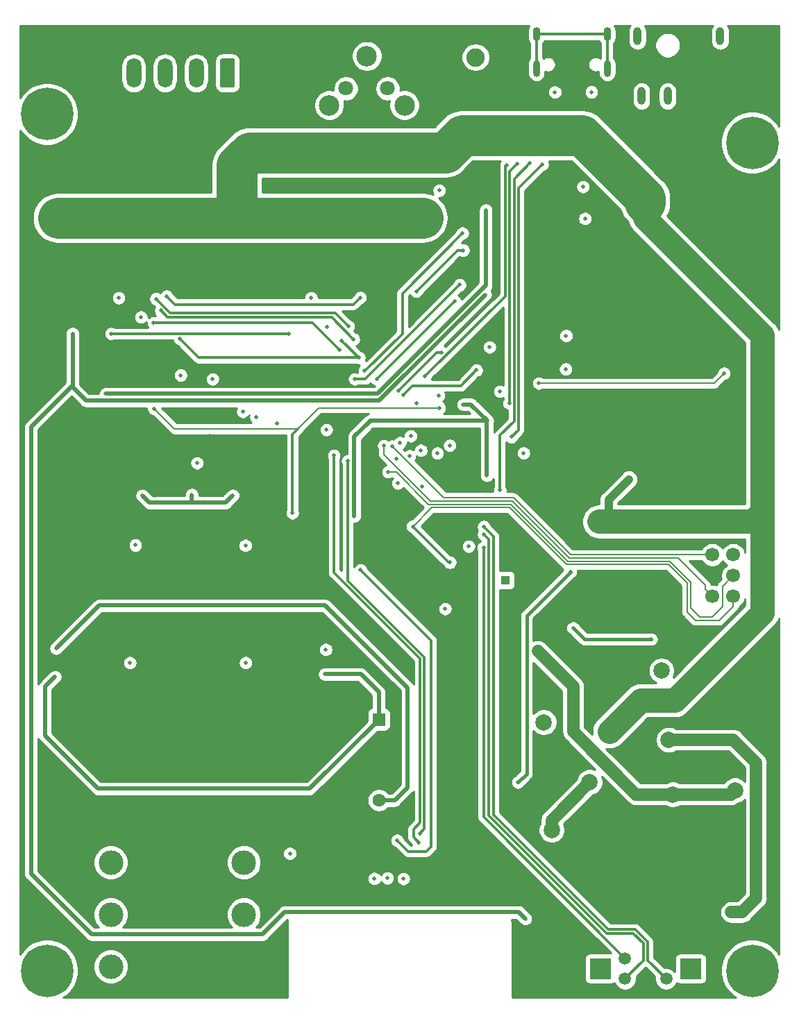
<source format=gbr>
G04 #@! TF.GenerationSoftware,KiCad,Pcbnew,5.1.9*
G04 #@! TF.CreationDate,2021-07-18T14:13:42+08:00*
G04 #@! TF.ProjectId,digital-amplifier2,64696769-7461-46c2-9d61-6d706c696669,rev?*
G04 #@! TF.SameCoordinates,Original*
G04 #@! TF.FileFunction,Copper,L3,Inr*
G04 #@! TF.FilePolarity,Positive*
%FSLAX46Y46*%
G04 Gerber Fmt 4.6, Leading zero omitted, Abs format (unit mm)*
G04 Created by KiCad (PCBNEW 5.1.9) date 2021-07-18 14:13:42*
%MOMM*%
%LPD*%
G01*
G04 APERTURE LIST*
G04 #@! TA.AperFunction,ComponentPad*
%ADD10C,2.400000*%
G04 #@! TD*
G04 #@! TA.AperFunction,ComponentPad*
%ADD11R,2.400000X2.400000*%
G04 #@! TD*
G04 #@! TA.AperFunction,ComponentPad*
%ADD12R,1.600000X1.600000*%
G04 #@! TD*
G04 #@! TA.AperFunction,ComponentPad*
%ADD13C,1.600000*%
G04 #@! TD*
G04 #@! TA.AperFunction,ComponentPad*
%ADD14C,1.100000*%
G04 #@! TD*
G04 #@! TA.AperFunction,ComponentPad*
%ADD15R,1.100000X1.100000*%
G04 #@! TD*
G04 #@! TA.AperFunction,ComponentPad*
%ADD16C,0.600000*%
G04 #@! TD*
G04 #@! TA.AperFunction,ComponentPad*
%ADD17C,2.000000*%
G04 #@! TD*
G04 #@! TA.AperFunction,ComponentPad*
%ADD18C,1.700000*%
G04 #@! TD*
G04 #@! TA.AperFunction,ComponentPad*
%ADD19C,2.250000*%
G04 #@! TD*
G04 #@! TA.AperFunction,ComponentPad*
%ADD20O,1.800000X3.600000*%
G04 #@! TD*
G04 #@! TA.AperFunction,ComponentPad*
%ADD21R,2.600000X2.500000*%
G04 #@! TD*
G04 #@! TA.AperFunction,ComponentPad*
%ADD22C,1.500000*%
G04 #@! TD*
G04 #@! TA.AperFunction,ComponentPad*
%ADD23O,0.900000X1.700000*%
G04 #@! TD*
G04 #@! TA.AperFunction,ComponentPad*
%ADD24O,0.900000X2.000000*%
G04 #@! TD*
G04 #@! TA.AperFunction,ComponentPad*
%ADD25C,1.800000*%
G04 #@! TD*
G04 #@! TA.AperFunction,WasherPad*
%ADD26C,2.500000*%
G04 #@! TD*
G04 #@! TA.AperFunction,ComponentPad*
%ADD27C,3.000000*%
G04 #@! TD*
G04 #@! TA.AperFunction,ComponentPad*
%ADD28O,1.000000X2.200000*%
G04 #@! TD*
G04 #@! TA.AperFunction,ComponentPad*
%ADD29C,6.400000*%
G04 #@! TD*
G04 #@! TA.AperFunction,ViaPad*
%ADD30C,0.500000*%
G04 #@! TD*
G04 #@! TA.AperFunction,Conductor*
%ADD31C,0.500000*%
G04 #@! TD*
G04 #@! TA.AperFunction,Conductor*
%ADD32C,5.000000*%
G04 #@! TD*
G04 #@! TA.AperFunction,Conductor*
%ADD33C,3.000000*%
G04 #@! TD*
G04 #@! TA.AperFunction,Conductor*
%ADD34C,1.000000*%
G04 #@! TD*
G04 #@! TA.AperFunction,Conductor*
%ADD35C,0.300000*%
G04 #@! TD*
G04 #@! TA.AperFunction,Conductor*
%ADD36C,0.200000*%
G04 #@! TD*
G04 #@! TA.AperFunction,Conductor*
%ADD37C,0.400000*%
G04 #@! TD*
G04 #@! TA.AperFunction,Conductor*
%ADD38C,1.500000*%
G04 #@! TD*
G04 #@! TA.AperFunction,Conductor*
%ADD39C,0.254000*%
G04 #@! TD*
G04 #@! TA.AperFunction,Conductor*
%ADD40C,0.100000*%
G04 #@! TD*
G04 APERTURE END LIST*
D10*
X181936400Y-122316240D03*
D11*
X176936400Y-122316240D03*
D12*
X144465040Y-192719960D03*
D13*
X144465040Y-195219960D03*
D12*
X144465040Y-185352180D03*
D13*
X144465040Y-187852180D03*
D14*
X159918400Y-166856280D03*
D15*
X159918400Y-168356280D03*
D16*
X120637300Y-181612540D03*
X121907300Y-181612540D03*
X120637300Y-182882540D03*
X121907300Y-182882540D03*
X120637300Y-184152540D03*
X121907300Y-184152540D03*
D17*
X164589460Y-185689240D03*
X170177460Y-192991740D03*
X165541960Y-198833740D03*
X174558960Y-197055740D03*
X179829460Y-187848240D03*
X187893960Y-194007740D03*
X180337460Y-194515740D03*
X176717960Y-204040740D03*
X172590460Y-186832240D03*
X178940460Y-179402740D03*
D18*
X187667900Y-170345100D03*
X185127900Y-170345100D03*
X187667900Y-167805100D03*
X185127900Y-167805100D03*
X187667900Y-165265100D03*
X185127900Y-165265100D03*
D19*
X153725880Y-107115280D03*
X153725880Y-102035280D03*
X158805880Y-102035280D03*
X158805880Y-107115280D03*
X156265880Y-104575280D03*
D20*
X114570000Y-106500000D03*
X118380000Y-106500000D03*
X122190000Y-106500000D03*
G04 #@! TA.AperFunction,ComponentPad*
G36*
G01*
X126900000Y-104950000D02*
X126900000Y-108050000D01*
G75*
G02*
X126650000Y-108300000I-250000J0D01*
G01*
X125350000Y-108300000D01*
G75*
G02*
X125100000Y-108050000I0J250000D01*
G01*
X125100000Y-104950000D01*
G75*
G02*
X125350000Y-104700000I250000J0D01*
G01*
X126650000Y-104700000D01*
G75*
G02*
X126900000Y-104950000I0J-250000D01*
G01*
G37*
G04 #@! TD.AperFunction*
D16*
X143601360Y-131114320D03*
X143601360Y-129814320D03*
X143601360Y-128514320D03*
X141821360Y-131114320D03*
X141821360Y-129814320D03*
X141821360Y-128514320D03*
X140041360Y-131114320D03*
X140041360Y-129814320D03*
X140041360Y-128514320D03*
X138261360Y-131114320D03*
X138261360Y-129814320D03*
X138261360Y-128514320D03*
X136481360Y-131114320D03*
X136481360Y-129814320D03*
X136481360Y-128514320D03*
X134701360Y-128514320D03*
X134701360Y-129814320D03*
X134701360Y-131114320D03*
X120111440Y-131114320D03*
X120111440Y-129814320D03*
X120111440Y-128514320D03*
X118331440Y-131114320D03*
X118331440Y-129814320D03*
X118331440Y-128514320D03*
X116551440Y-131114320D03*
X116551440Y-129814320D03*
X116551440Y-128514320D03*
X114771440Y-131114320D03*
X114771440Y-129814320D03*
X114771440Y-128514320D03*
X112991440Y-131114320D03*
X112991440Y-129814320D03*
X112991440Y-128514320D03*
X111211440Y-128514320D03*
X111211440Y-129814320D03*
X111211440Y-131114320D03*
D21*
X182500000Y-215750000D03*
X171500000Y-215750000D03*
D22*
X179500000Y-214500000D03*
X174500000Y-214500000D03*
X177000000Y-217000000D03*
X179500000Y-217000000D03*
X174500000Y-217000000D03*
D23*
X163680000Y-101760000D03*
X172320000Y-101760000D03*
D24*
X163680000Y-105930000D03*
X172320000Y-105930000D03*
D16*
X175123800Y-169901080D03*
X175123800Y-171201080D03*
X175123800Y-172501080D03*
X176423800Y-169901080D03*
X176423800Y-171201080D03*
X176423800Y-172501080D03*
X177723800Y-169901080D03*
X177723800Y-171201080D03*
X177723800Y-172501080D03*
X179023800Y-169901080D03*
X179023800Y-171201080D03*
X179023800Y-172501080D03*
X180323800Y-169901080D03*
X180323800Y-171201080D03*
X180323800Y-172501080D03*
D25*
X145540000Y-108383250D03*
X140460000Y-108383250D03*
X143000000Y-108383250D03*
D26*
X143000000Y-104433250D03*
X138400000Y-110433250D03*
X147600000Y-110433250D03*
D16*
X181482520Y-153452520D03*
X180182520Y-153452520D03*
X178882520Y-153452520D03*
X181482520Y-154752520D03*
X180182520Y-154752520D03*
X178882520Y-154752520D03*
X181482520Y-156052520D03*
X180182520Y-156052520D03*
X178882520Y-156052520D03*
X181482520Y-157352520D03*
X180182520Y-157352520D03*
X178882520Y-157352520D03*
X181482520Y-158652520D03*
X180182520Y-158652520D03*
X178882520Y-158652520D03*
D27*
X111770000Y-202800000D03*
X111770000Y-215500000D03*
X111770000Y-209150000D03*
X128000000Y-202800000D03*
X128000000Y-215500000D03*
X128000000Y-209150000D03*
D28*
X186100000Y-102000000D03*
X184900000Y-109300000D03*
X179700000Y-109300000D03*
X176500000Y-109300000D03*
X176000000Y-102000000D03*
D29*
X104000000Y-216000000D03*
X104000000Y-111500000D03*
X190000000Y-216000000D03*
X190000000Y-115000000D03*
D30*
X120869710Y-147623530D03*
X117128440Y-139807800D03*
X125115020Y-157899400D03*
X123802140Y-150769320D03*
X118473220Y-150632160D03*
X119647300Y-154004680D03*
X117137180Y-158041340D03*
X128465280Y-165676880D03*
X114253980Y-165676880D03*
X161323060Y-179473900D03*
X161066520Y-186908480D03*
X105202460Y-173734200D03*
X137659640Y-173876440D03*
X105220240Y-183110400D03*
X137497080Y-182790360D03*
X133248400Y-168572180D03*
X109550200Y-168818560D03*
X163815160Y-127797960D03*
X166494550Y-135092530D03*
X163220400Y-195204080D03*
X142427960Y-148275040D03*
X157327600Y-145529300D03*
X159258300Y-148993560D03*
X160209740Y-156424120D03*
X141612620Y-165681660D03*
X147927060Y-171058840D03*
X137579100Y-159059880D03*
X107109260Y-138290300D03*
X157455670Y-133531410D03*
X162344600Y-209666340D03*
X157972760Y-139936220D03*
X159219900Y-145338800D03*
X133670040Y-208848960D03*
X151819933Y-120823667D03*
X105356660Y-124175520D03*
X149793960Y-124175520D03*
X148728960Y-124175520D03*
X147740900Y-124175520D03*
X129413000Y-124175520D03*
X130327400Y-124175520D03*
X128538500Y-124175520D03*
X124968000Y-124175520D03*
X125846840Y-124175520D03*
X124129060Y-124175520D03*
X106248200Y-124175520D03*
X107149900Y-124175520D03*
X174957740Y-156052520D03*
X171348400Y-161213800D03*
X172476160Y-161229040D03*
X153099320Y-151923300D03*
X169597700Y-124254900D03*
X162133280Y-152854660D03*
X148181060Y-153197560D03*
X105103400Y-176684200D03*
X138007620Y-176826440D03*
X104963700Y-180160400D03*
X137870460Y-179840360D03*
X126665020Y-158035960D03*
X115602720Y-158034020D03*
X121648220Y-157921960D03*
X122274622Y-154069038D03*
X148600160Y-161813240D03*
X153131820Y-166207140D03*
X157233050Y-164376814D03*
X157242798Y-162764942D03*
X124197300Y-143838740D03*
X120297300Y-143354700D03*
X157248860Y-161820860D03*
X127863600Y-147802600D03*
X146777223Y-156544115D03*
X164421820Y-117619780D03*
X160624520Y-150883620D03*
X162882580Y-117505480D03*
X159232600Y-157359406D03*
X161312860Y-117576600D03*
X160365239Y-146778980D03*
X145600420Y-155160980D03*
X145064480Y-151980414D03*
X146105880Y-152013920D03*
X140665200Y-153809700D03*
X141378940Y-138958320D03*
X117867445Y-135472368D03*
X129479132Y-148498468D03*
X149458680Y-199283320D03*
X117286440Y-134042820D03*
X140731240Y-137391140D03*
X138983720Y-153169620D03*
X132019040Y-149237700D03*
X149330102Y-200384902D03*
X146860260Y-145232120D03*
X152146000Y-140583920D03*
X156372560Y-142755620D03*
X147441920Y-145752820D03*
X117047300Y-147446020D03*
X133934200Y-160177480D03*
X151858980Y-147340320D03*
X149779160Y-156923300D03*
X138125198Y-137497820D03*
X115460780Y-136276080D03*
X138071860Y-150022560D03*
X154670280Y-126024160D03*
X142730220Y-142773400D03*
X144200880Y-143840200D03*
X153700480Y-134348220D03*
X139954000Y-139131040D03*
X120167400Y-138925870D03*
X142069820Y-141226540D03*
X150114004Y-143510000D03*
X160045680Y-117698660D03*
X116998842Y-136965598D03*
X139679680Y-140266420D03*
X151604980Y-152859740D03*
X154759660Y-128115060D03*
X149024340Y-146789140D03*
X149024340Y-133121400D03*
X154320240Y-132344160D03*
X141508480Y-143827500D03*
X157647340Y-155595020D03*
X157708300Y-148937680D03*
X154761900Y-146931680D03*
X141475460Y-160555940D03*
X155422600Y-164246560D03*
X143360140Y-148975050D03*
X161427089Y-193017211D03*
X167817800Y-167386000D03*
X165948360Y-108828840D03*
X170400000Y-108812040D03*
X114117120Y-178437540D03*
X128209040Y-178437540D03*
X177688240Y-175567340D03*
X168158160Y-174198280D03*
X167304720Y-138531600D03*
X167251380Y-142603220D03*
X133611620Y-201706480D03*
X147482560Y-204790040D03*
X146692620Y-200116440D03*
X142240000Y-167132000D03*
X145501360Y-204721460D03*
X143931640Y-204769720D03*
X146598320Y-153523310D03*
X118586440Y-133722300D03*
X142184892Y-133890248D03*
X148346160Y-150774400D03*
X111831120Y-138290300D03*
X133441440Y-138325860D03*
X187431680Y-208866740D03*
X188615320Y-208866740D03*
X157515160Y-123214640D03*
X111165640Y-145628360D03*
X169351960Y-120370600D03*
X128193500Y-164126880D03*
X114774980Y-164091620D03*
X163850830Y-177037490D03*
X164429950Y-177616610D03*
X151767540Y-145854420D03*
X186563000Y-143134080D03*
X163997070Y-144338040D03*
X152557480Y-171861480D03*
X112736440Y-133933120D03*
X147045680Y-151597360D03*
X136224260Y-133920480D03*
X149606000Y-152527000D03*
D31*
X157455670Y-133531410D02*
X144528140Y-146458940D01*
X144528140Y-146458940D02*
X108719620Y-146458940D01*
X107109260Y-144848580D02*
X107109260Y-138290300D01*
X108719620Y-146458940D02*
X107109260Y-144848580D01*
X130274060Y-211579460D02*
X133004560Y-208848960D01*
X109413040Y-211579460D02*
X130274060Y-211579460D01*
X102036880Y-204203300D02*
X109413040Y-211579460D01*
X102036880Y-149654260D02*
X102036880Y-204203300D01*
X161527220Y-208848960D02*
X162344600Y-209666340D01*
X107109260Y-144581880D02*
X102036880Y-149654260D01*
X133004560Y-208848960D02*
X133670040Y-208848960D01*
X107109260Y-138290300D02*
X107109260Y-144581880D01*
X133670040Y-208848960D02*
X161527220Y-208848960D01*
D32*
X105356660Y-124175520D02*
X127157480Y-124175520D01*
X127157480Y-124175520D02*
X149793960Y-124175520D01*
X127157480Y-117759662D02*
X127157480Y-124175520D01*
X154630120Y-114127280D02*
X152577800Y-116179600D01*
X169252900Y-114127280D02*
X154630120Y-114127280D01*
X128737542Y-116179600D02*
X127157480Y-117759662D01*
X176936400Y-121810780D02*
X169252900Y-114127280D01*
X152577800Y-116179600D02*
X128737542Y-116179600D01*
X176936400Y-122316240D02*
X176936400Y-121810780D01*
D33*
X176936400Y-122316240D02*
X176936400Y-124180600D01*
X176936400Y-124180600D02*
X191262000Y-138506200D01*
X190068200Y-161213800D02*
X191262000Y-160020000D01*
X171348400Y-161213800D02*
X190068200Y-161213800D01*
X191262000Y-138506200D02*
X191262000Y-160020000D01*
D34*
X172476160Y-158534100D02*
X174957740Y-156052520D01*
X172476160Y-161229040D02*
X172476160Y-158534100D01*
D33*
X176390300Y-183032400D02*
X172590460Y-186832240D01*
X180568600Y-183032400D02*
X176390300Y-183032400D01*
X191262000Y-172339000D02*
X180568600Y-183032400D01*
X191262000Y-160020000D02*
X191262000Y-172339000D01*
D31*
X146394800Y-195219960D02*
X144465040Y-195219960D01*
X147965160Y-181493160D02*
X147965160Y-193649600D01*
X137914380Y-171442380D02*
X147965160Y-181493160D01*
X105103400Y-176671500D02*
X110332520Y-171442380D01*
X147965160Y-193649600D02*
X146394800Y-195219960D01*
X110332520Y-171442380D02*
X137914380Y-171442380D01*
X105103400Y-176684200D02*
X105103400Y-176671500D01*
X104963700Y-180160400D02*
X103764080Y-181360020D01*
X103764080Y-181360020D02*
X103764080Y-187373260D01*
X103764080Y-187373260D02*
X110195360Y-193804540D01*
X136012680Y-193804540D02*
X144465040Y-185352180D01*
X110195360Y-193804540D02*
X136012680Y-193804540D01*
X144465040Y-185352180D02*
X144465040Y-182041800D01*
X142263600Y-179840360D02*
X137870460Y-179840360D01*
X144465040Y-182041800D02*
X142263600Y-179840360D01*
X121648220Y-158854140D02*
X121706640Y-158912560D01*
X121648220Y-157921960D02*
X121648220Y-158854140D01*
X125788420Y-158912560D02*
X126665020Y-158035960D01*
X121706640Y-158912560D02*
X125788420Y-158912560D01*
X116481260Y-158912560D02*
X115602720Y-158034020D01*
X121706640Y-158912560D02*
X116481260Y-158912560D01*
D35*
X152994060Y-166207140D02*
X153131820Y-166207140D01*
X148600160Y-161813240D02*
X152994060Y-166207140D01*
D36*
X182044340Y-168704640D02*
X182044340Y-172247560D01*
X148600160Y-161813240D02*
X150903940Y-159509460D01*
X179802293Y-166462593D02*
X182044340Y-168704640D01*
X150903940Y-159509460D02*
X160377760Y-159509460D01*
X160377760Y-159509460D02*
X167330893Y-166462593D01*
X167330893Y-166462593D02*
X179802293Y-166462593D01*
X185956601Y-173258480D02*
X187667900Y-171547181D01*
X182044340Y-172247560D02*
X183055260Y-173258480D01*
X187667900Y-171547181D02*
X187667900Y-170345100D01*
X183055260Y-173258480D02*
X185956601Y-173258480D01*
D35*
X157233050Y-197238050D02*
X157233050Y-164376814D01*
X174495000Y-214500000D02*
X157233050Y-197238050D01*
X174500000Y-214500000D02*
X174495000Y-214500000D01*
X157873700Y-197061822D02*
X157873700Y-163395844D01*
X172258888Y-211447010D02*
X157873700Y-197061822D01*
X176733569Y-212674569D02*
X175506010Y-211447010D01*
X176733569Y-214766431D02*
X176733569Y-212674569D01*
X175506010Y-211447010D02*
X172258888Y-211447010D01*
X174500000Y-217000000D02*
X176733569Y-214766431D01*
X157873700Y-163395844D02*
X157242798Y-162764942D01*
X177233580Y-214733580D02*
X179500000Y-217000000D01*
X177233580Y-213682580D02*
X177233580Y-214733580D01*
X177233580Y-213983580D02*
X177233580Y-213682580D01*
X158478220Y-163050220D02*
X157248860Y-161820860D01*
X175713121Y-210946999D02*
X172465999Y-210946999D01*
X177233580Y-213682580D02*
X177233579Y-212467457D01*
X177233579Y-212467457D02*
X175713121Y-210946999D01*
X172465999Y-210946999D02*
X158478220Y-196959220D01*
X158478220Y-196959220D02*
X158478220Y-163050220D01*
X161465260Y-120576340D02*
X161465260Y-150042880D01*
X161465260Y-150042880D02*
X160624520Y-150883620D01*
X164421820Y-117619780D02*
X161465260Y-120576340D01*
X162882580Y-117505480D02*
X160965249Y-119422811D01*
X160965249Y-119422811D02*
X160965249Y-148955391D01*
X160965249Y-148955391D02*
X159232600Y-150688040D01*
X159232600Y-150688040D02*
X159232600Y-157359406D01*
X160390639Y-146753580D02*
X160365239Y-146778980D01*
X161312860Y-117576600D02*
X160390639Y-118498821D01*
X160390639Y-118498821D02*
X160390639Y-146753580D01*
D36*
X182524400Y-171726860D02*
X183614060Y-172816520D01*
X185130440Y-172816520D02*
X186369960Y-171577000D01*
X167496582Y-166062582D02*
X179967982Y-166062582D01*
X186369960Y-169103040D02*
X187667900Y-167805100D01*
X182524400Y-168619000D02*
X182524400Y-171726860D01*
X183614060Y-172816520D02*
X185130440Y-172816520D01*
X145600420Y-155160980D02*
X146575780Y-155160980D01*
X179967982Y-166062582D02*
X182524400Y-168619000D01*
X150524249Y-159109449D02*
X160543449Y-159109449D01*
X160543449Y-159109449D02*
X167496582Y-166062582D01*
X186369960Y-171577000D02*
X186369960Y-169103040D01*
X146575780Y-155160980D02*
X150524249Y-159109449D01*
X167662271Y-165662571D02*
X180970791Y-165662571D01*
X184277901Y-168969681D02*
X184277901Y-169495101D01*
X145064480Y-153012860D02*
X150761058Y-158709438D01*
X180970791Y-165662571D02*
X184277901Y-168969681D01*
X184277901Y-169495101D02*
X185127900Y-170345100D01*
X150761058Y-158709438D02*
X160709139Y-158709439D01*
X145064480Y-151980414D02*
X145064480Y-153012860D01*
X160709139Y-158709439D02*
X167662271Y-165662571D01*
X152401387Y-158309427D02*
X160874827Y-158309427D01*
X146105880Y-152013920D02*
X152401387Y-158309427D01*
X167827960Y-165262560D02*
X185125360Y-165262560D01*
X185125360Y-165262560D02*
X185127900Y-165265100D01*
X160874827Y-158309427D02*
X167827960Y-165262560D01*
D35*
X141378940Y-138958320D02*
X138698871Y-136278251D01*
X138698871Y-136278251D02*
X118673328Y-136278251D01*
X118673328Y-136278251D02*
X117867445Y-135472368D01*
X140665200Y-153809700D02*
X140665200Y-168414700D01*
X140665200Y-168414700D02*
X150022191Y-177771691D01*
X150022191Y-198719809D02*
X149458680Y-199283320D01*
X150022191Y-177771691D02*
X150022191Y-198719809D01*
X119021860Y-135778240D02*
X139118340Y-135778240D01*
X117286440Y-134042820D02*
X119021860Y-135778240D01*
X139118340Y-135778240D02*
X140731240Y-137391140D01*
X138983720Y-153169620D02*
X138983720Y-167440342D01*
X149522180Y-197900018D02*
X148683419Y-198738779D01*
X138983720Y-167440342D02*
X149522180Y-177978802D01*
X149522180Y-177978802D02*
X149522180Y-197900018D01*
X148683419Y-198738779D02*
X148683419Y-199738219D01*
X148683419Y-199738219D02*
X149330102Y-200384902D01*
X151508460Y-140583920D02*
X152146000Y-140583920D01*
X146860260Y-145232120D02*
X151508460Y-140583920D01*
X148518880Y-144675860D02*
X147441920Y-145752820D01*
X154452320Y-144675860D02*
X148518880Y-144675860D01*
X156372560Y-142755620D02*
X154452320Y-144675860D01*
D36*
X117047300Y-147446020D02*
X119524780Y-149923500D01*
D35*
X133934200Y-150553420D02*
X134564120Y-149923500D01*
X133934200Y-160177480D02*
X133934200Y-150553420D01*
D36*
X119524780Y-149923500D02*
X134564120Y-149923500D01*
X134564120Y-149923500D02*
X137147300Y-147340320D01*
X137147300Y-147340320D02*
X151858980Y-147340320D01*
D35*
X115465860Y-136281160D02*
X115460780Y-136276080D01*
X154670280Y-126024160D02*
X147327620Y-133366820D01*
X147327620Y-133366820D02*
X147327620Y-138272520D01*
X142826740Y-142773400D02*
X142730220Y-142773400D01*
X147327620Y-138272520D02*
X142826740Y-142773400D01*
X144200880Y-143840200D02*
X153692860Y-134348220D01*
X153692860Y-134348220D02*
X153700480Y-134348220D01*
X122468070Y-141226540D02*
X142069820Y-141226540D01*
X120167400Y-138925870D02*
X122468070Y-141226540D01*
X142049500Y-141226540D02*
X142069820Y-141226540D01*
X139954000Y-139131040D02*
X142049500Y-141226540D01*
X159890460Y-133733544D02*
X159890460Y-117853880D01*
X159890460Y-117853880D02*
X160045680Y-117698660D01*
X150114004Y-143510000D02*
X159890460Y-133733544D01*
X116998842Y-136965598D02*
X136378858Y-136965598D01*
X136378858Y-136965598D02*
X139679680Y-140266420D01*
X154030680Y-128115060D02*
X149024340Y-133121400D01*
X154759660Y-128115060D02*
X154030680Y-128115060D01*
X142836900Y-143827500D02*
X141508480Y-143827500D01*
X154320240Y-132344160D02*
X142836900Y-143827500D01*
D31*
X155702300Y-146931680D02*
X157708300Y-148937680D01*
X154761900Y-146931680D02*
X155702300Y-146931680D01*
X157647340Y-148998640D02*
X157708300Y-148937680D01*
X157647340Y-155595020D02*
X157647340Y-148998640D01*
X141475460Y-160555940D02*
X141475460Y-150859730D01*
X157708300Y-148937680D02*
X143397510Y-148937680D01*
X141475460Y-150859730D02*
X143360140Y-148975050D01*
X143397510Y-148937680D02*
X143360140Y-148975050D01*
D37*
X162491420Y-191952880D02*
X162491420Y-172712380D01*
X161427089Y-193017211D02*
X162491420Y-191952880D01*
X162491420Y-172712380D02*
X167817800Y-167386000D01*
X177688240Y-175567340D02*
X169527220Y-175567340D01*
X169527220Y-175567340D02*
X168158160Y-174198280D01*
D35*
X163680000Y-105930000D02*
X163680000Y-101760000D01*
X163680000Y-101760000D02*
X172320000Y-101760000D01*
X172320000Y-101760000D02*
X172320000Y-105930000D01*
X150855680Y-200842880D02*
X150855680Y-175747680D01*
X146692620Y-200116440D02*
X148038820Y-201462640D01*
X148038820Y-201462640D02*
X150235920Y-201462640D01*
X150235920Y-201462640D02*
X150855680Y-200842880D01*
X150855680Y-175747680D02*
X142240000Y-167132000D01*
X141343380Y-134731760D02*
X142184892Y-133890248D01*
X119595900Y-134731760D02*
X141343380Y-134731760D01*
X118586440Y-133722300D02*
X119595900Y-134731760D01*
X111866680Y-138325860D02*
X111831120Y-138290300D01*
X133441440Y-138325860D02*
X111866680Y-138325860D01*
D38*
X187670440Y-187848240D02*
X179829460Y-187848240D01*
X190474600Y-190652400D02*
X187670440Y-187848240D01*
X190474600Y-207162400D02*
X190474600Y-190652400D01*
X188770260Y-208866740D02*
X190474600Y-207162400D01*
X187431680Y-208866740D02*
X188770260Y-208866740D01*
D31*
X144297082Y-145630900D02*
X111168180Y-145630900D01*
X157515160Y-123214640D02*
X157515160Y-132412822D01*
X157515160Y-132412822D02*
X144297082Y-145630900D01*
X111168180Y-145630900D02*
X111165640Y-145628360D01*
D38*
X165541960Y-197627240D02*
X170177460Y-192991740D01*
X165541960Y-198833740D02*
X165541960Y-197627240D01*
X187385960Y-194515740D02*
X187893960Y-194007740D01*
X180337460Y-194515740D02*
X187385960Y-194515740D01*
X163850830Y-177037490D02*
X168173400Y-181360060D01*
X168173400Y-181360060D02*
X168173400Y-186857640D01*
X175831500Y-194515740D02*
X180337460Y-194515740D01*
X168173400Y-186857640D02*
X175831500Y-194515740D01*
D36*
X185341260Y-144355820D02*
X164014850Y-144355820D01*
X164014850Y-144355820D02*
X163997070Y-144338040D01*
X186563000Y-143134080D02*
X185341260Y-144355820D01*
D39*
X162773492Y-100754290D02*
X162672742Y-100942780D01*
X162610700Y-101147303D01*
X162595000Y-101306706D01*
X162595000Y-102213293D01*
X162610700Y-102372696D01*
X162672741Y-102577219D01*
X162773491Y-102765710D01*
X162895001Y-102913769D01*
X162895000Y-104626233D01*
X162773492Y-104774290D01*
X162672742Y-104962780D01*
X162610700Y-105167303D01*
X162595000Y-105326706D01*
X162595000Y-106533293D01*
X162610700Y-106692696D01*
X162672741Y-106897219D01*
X162773491Y-107085710D01*
X162909078Y-107250922D01*
X163074290Y-107386509D01*
X163262780Y-107487259D01*
X163467303Y-107549300D01*
X163680000Y-107570249D01*
X163892696Y-107549300D01*
X164097219Y-107487259D01*
X164285710Y-107386509D01*
X164450922Y-107250922D01*
X164586509Y-107085710D01*
X164687259Y-106897220D01*
X164749300Y-106692697D01*
X164765000Y-106533294D01*
X164765000Y-106319133D01*
X164837271Y-106349068D01*
X165017911Y-106385000D01*
X165202089Y-106385000D01*
X165382729Y-106349068D01*
X165552889Y-106278586D01*
X165706028Y-106176262D01*
X165836262Y-106046028D01*
X165938586Y-105892889D01*
X166009068Y-105722729D01*
X166045000Y-105542089D01*
X166045000Y-105357911D01*
X166009068Y-105177271D01*
X165938586Y-105007111D01*
X165836262Y-104853972D01*
X165706028Y-104723738D01*
X165552889Y-104621414D01*
X165382729Y-104550932D01*
X165202089Y-104515000D01*
X165017911Y-104515000D01*
X164837271Y-104550932D01*
X164667111Y-104621414D01*
X164534025Y-104710339D01*
X164465000Y-104626232D01*
X164465000Y-102913768D01*
X164586509Y-102765710D01*
X164687259Y-102577220D01*
X164697033Y-102545000D01*
X171302968Y-102545000D01*
X171312741Y-102577219D01*
X171413491Y-102765710D01*
X171535000Y-102913768D01*
X171535001Y-104626232D01*
X171465975Y-104710339D01*
X171332889Y-104621414D01*
X171162729Y-104550932D01*
X170982089Y-104515000D01*
X170797911Y-104515000D01*
X170617271Y-104550932D01*
X170447111Y-104621414D01*
X170293972Y-104723738D01*
X170163738Y-104853972D01*
X170061414Y-105007111D01*
X169990932Y-105177271D01*
X169955000Y-105357911D01*
X169955000Y-105542089D01*
X169990932Y-105722729D01*
X170061414Y-105892889D01*
X170163738Y-106046028D01*
X170293972Y-106176262D01*
X170447111Y-106278586D01*
X170617271Y-106349068D01*
X170797911Y-106385000D01*
X170982089Y-106385000D01*
X171162729Y-106349068D01*
X171235000Y-106319133D01*
X171235000Y-106533293D01*
X171250700Y-106692696D01*
X171312741Y-106897219D01*
X171413491Y-107085710D01*
X171549078Y-107250922D01*
X171714290Y-107386509D01*
X171902780Y-107487259D01*
X172107303Y-107549300D01*
X172320000Y-107570249D01*
X172532696Y-107549300D01*
X172737219Y-107487259D01*
X172925710Y-107386509D01*
X173090922Y-107250922D01*
X173226509Y-107085710D01*
X173327259Y-106897220D01*
X173389300Y-106692697D01*
X173405000Y-106533294D01*
X173405000Y-105326706D01*
X173389300Y-105167303D01*
X173327259Y-104962780D01*
X173226509Y-104774290D01*
X173105000Y-104626232D01*
X173105000Y-102913768D01*
X173226509Y-102765710D01*
X173327259Y-102577220D01*
X173389300Y-102372697D01*
X173405000Y-102213294D01*
X173405000Y-101306707D01*
X173389300Y-101147304D01*
X173327259Y-100942780D01*
X173226509Y-100754290D01*
X173190161Y-100710000D01*
X175097984Y-100710000D01*
X175051716Y-100766377D01*
X174946324Y-100963554D01*
X174881423Y-101177502D01*
X174865000Y-101344249D01*
X174865000Y-102655752D01*
X174881423Y-102822499D01*
X174946324Y-103036447D01*
X175051717Y-103233623D01*
X175193552Y-103406449D01*
X175366378Y-103548284D01*
X175563554Y-103653676D01*
X175777502Y-103718577D01*
X176000000Y-103740491D01*
X176222499Y-103718577D01*
X176436447Y-103653676D01*
X176633623Y-103548284D01*
X176806449Y-103406449D01*
X176948284Y-103233623D01*
X177053676Y-103036447D01*
X177081005Y-102946353D01*
X178140000Y-102946353D01*
X178140000Y-103253647D01*
X178199950Y-103555035D01*
X178317546Y-103838937D01*
X178488269Y-104094442D01*
X178705558Y-104311731D01*
X178961063Y-104482454D01*
X179244965Y-104600050D01*
X179546353Y-104660000D01*
X179853647Y-104660000D01*
X180155035Y-104600050D01*
X180438937Y-104482454D01*
X180694442Y-104311731D01*
X180911731Y-104094442D01*
X181082454Y-103838937D01*
X181200050Y-103555035D01*
X181260000Y-103253647D01*
X181260000Y-102946353D01*
X181200050Y-102644965D01*
X181082454Y-102361063D01*
X180911731Y-102105558D01*
X180694442Y-101888269D01*
X180438937Y-101717546D01*
X180155035Y-101599950D01*
X179853647Y-101540000D01*
X179546353Y-101540000D01*
X179244965Y-101599950D01*
X178961063Y-101717546D01*
X178705558Y-101888269D01*
X178488269Y-102105558D01*
X178317546Y-102361063D01*
X178199950Y-102644965D01*
X178140000Y-102946353D01*
X177081005Y-102946353D01*
X177118577Y-102822499D01*
X177135000Y-102655752D01*
X177135000Y-101344248D01*
X177118577Y-101177501D01*
X177053676Y-100963553D01*
X176948284Y-100766377D01*
X176902016Y-100710000D01*
X185197984Y-100710000D01*
X185151716Y-100766377D01*
X185046324Y-100963554D01*
X184981423Y-101177502D01*
X184965000Y-101344249D01*
X184965000Y-102655752D01*
X184981423Y-102822499D01*
X185046324Y-103036447D01*
X185151717Y-103233623D01*
X185293552Y-103406449D01*
X185466378Y-103548284D01*
X185663554Y-103653676D01*
X185877502Y-103718577D01*
X186100000Y-103740491D01*
X186322499Y-103718577D01*
X186536447Y-103653676D01*
X186733623Y-103548284D01*
X186906449Y-103406449D01*
X187048284Y-103233623D01*
X187153676Y-103036447D01*
X187218577Y-102822499D01*
X187235000Y-102655752D01*
X187235000Y-101344248D01*
X187218577Y-101177501D01*
X187153676Y-100963553D01*
X187048284Y-100766377D01*
X187002016Y-100710000D01*
X193290001Y-100710000D01*
X193290001Y-113021016D01*
X192978839Y-112555330D01*
X192444670Y-112021161D01*
X191816554Y-111601467D01*
X191118628Y-111312377D01*
X190377715Y-111165000D01*
X189622285Y-111165000D01*
X188881372Y-111312377D01*
X188183446Y-111601467D01*
X187555330Y-112021161D01*
X187021161Y-112555330D01*
X186601467Y-113183446D01*
X186312377Y-113881372D01*
X186165000Y-114622285D01*
X186165000Y-115377715D01*
X186312377Y-116118628D01*
X186601467Y-116816554D01*
X187021161Y-117444670D01*
X187555330Y-117978839D01*
X188183446Y-118398533D01*
X188881372Y-118687623D01*
X189622285Y-118835000D01*
X190377715Y-118835000D01*
X191118628Y-118687623D01*
X191816554Y-118398533D01*
X192444670Y-117978839D01*
X192978839Y-117444670D01*
X193290001Y-116978984D01*
X193290001Y-137836775D01*
X193244026Y-137685218D01*
X193209947Y-137621460D01*
X193045777Y-137314319D01*
X192896968Y-137132995D01*
X192845835Y-137070689D01*
X192845833Y-137070687D01*
X192778977Y-136989223D01*
X192697513Y-136922367D01*
X179655240Y-123880095D01*
X179846776Y-123521757D01*
X180026038Y-122930807D01*
X180071400Y-122470242D01*
X180071400Y-121964775D01*
X180086567Y-121810780D01*
X180071400Y-121656785D01*
X180071400Y-121656779D01*
X180026038Y-121196214D01*
X179846776Y-120605264D01*
X179555669Y-120060640D01*
X179163905Y-119583275D01*
X179044281Y-119485102D01*
X171578583Y-112019405D01*
X171480405Y-111899775D01*
X171003040Y-111508011D01*
X170458417Y-111216904D01*
X169867467Y-111037642D01*
X169406902Y-110992280D01*
X169406895Y-110992280D01*
X169252900Y-110977113D01*
X169098905Y-110992280D01*
X154784115Y-110992280D01*
X154630120Y-110977113D01*
X154476125Y-110992280D01*
X154476118Y-110992280D01*
X154015553Y-111037642D01*
X153424602Y-111216904D01*
X153234896Y-111318305D01*
X152879980Y-111508011D01*
X152402615Y-111899775D01*
X152304437Y-112019405D01*
X151279242Y-113044600D01*
X128891536Y-113044600D01*
X128737541Y-113029433D01*
X128583546Y-113044600D01*
X128583540Y-113044600D01*
X128185012Y-113083852D01*
X128122974Y-113089962D01*
X127943712Y-113144341D01*
X127532025Y-113269224D01*
X126987402Y-113560331D01*
X126510037Y-113952095D01*
X126411859Y-114071725D01*
X125049605Y-115433979D01*
X124929975Y-115532157D01*
X124538211Y-116009523D01*
X124247104Y-116554146D01*
X124171628Y-116802959D01*
X124069883Y-117138369D01*
X124067842Y-117145096D01*
X124022480Y-117605661D01*
X124022480Y-117605667D01*
X124007313Y-117759662D01*
X124022480Y-117913657D01*
X124022481Y-121040520D01*
X105202658Y-121040520D01*
X104742093Y-121085882D01*
X104151143Y-121265144D01*
X103606520Y-121556251D01*
X103129155Y-121948015D01*
X102737391Y-122425380D01*
X102446284Y-122970003D01*
X102267022Y-123560953D01*
X102206492Y-124175520D01*
X102267022Y-124790087D01*
X102446284Y-125381037D01*
X102737391Y-125925660D01*
X103129155Y-126403025D01*
X103606520Y-126794789D01*
X104151143Y-127085896D01*
X104742093Y-127265158D01*
X105202658Y-127310520D01*
X127003478Y-127310520D01*
X127157480Y-127325688D01*
X127311482Y-127310520D01*
X149947962Y-127310520D01*
X150408527Y-127265158D01*
X150999477Y-127085896D01*
X151544100Y-126794789D01*
X152021465Y-126403025D01*
X152413229Y-125925660D01*
X152704336Y-125381037D01*
X152883598Y-124790087D01*
X152944128Y-124175520D01*
X152883598Y-123560953D01*
X152704336Y-122970003D01*
X152413229Y-122425380D01*
X152021465Y-121948015D01*
X151728876Y-121707893D01*
X151732768Y-121708667D01*
X151907098Y-121708667D01*
X152078078Y-121674657D01*
X152239138Y-121607944D01*
X152384088Y-121511091D01*
X152507357Y-121387822D01*
X152604210Y-121242872D01*
X152670923Y-121081812D01*
X152704933Y-120910832D01*
X152704933Y-120736502D01*
X152670923Y-120565522D01*
X152604210Y-120404462D01*
X152507357Y-120259512D01*
X152384088Y-120136243D01*
X152239138Y-120039390D01*
X152078078Y-119972677D01*
X151907098Y-119938667D01*
X151732768Y-119938667D01*
X151561788Y-119972677D01*
X151400728Y-120039390D01*
X151255778Y-120136243D01*
X151132509Y-120259512D01*
X151035656Y-120404462D01*
X150968943Y-120565522D01*
X150934933Y-120736502D01*
X150934933Y-120910832D01*
X150968943Y-121081812D01*
X151035656Y-121242872D01*
X151078906Y-121307600D01*
X150999477Y-121265144D01*
X150408527Y-121085882D01*
X149947962Y-121040520D01*
X130292480Y-121040520D01*
X130292480Y-119314600D01*
X152423805Y-119314600D01*
X152577800Y-119329767D01*
X152731795Y-119314600D01*
X152731802Y-119314600D01*
X153192367Y-119269238D01*
X153783317Y-119089976D01*
X154327940Y-118798869D01*
X154805305Y-118407105D01*
X154903483Y-118287475D01*
X155928678Y-117262280D01*
X159272879Y-117262280D01*
X159261403Y-117279455D01*
X159194690Y-117440515D01*
X159178914Y-117519828D01*
X159161706Y-117552021D01*
X159116819Y-117699994D01*
X159101663Y-117853880D01*
X159105461Y-117892443D01*
X159105460Y-133408387D01*
X152654523Y-139859324D01*
X152565205Y-139799643D01*
X152475976Y-139762683D01*
X158143094Y-134095565D01*
X158167366Y-134059240D01*
X158195080Y-134025470D01*
X158215671Y-133986946D01*
X158239947Y-133950615D01*
X158256670Y-133910242D01*
X158277258Y-133871724D01*
X158289937Y-133829929D01*
X158306660Y-133789555D01*
X158315185Y-133746698D01*
X158327864Y-133704901D01*
X158332145Y-133661432D01*
X158340670Y-133618575D01*
X158340670Y-133574877D01*
X158344951Y-133531411D01*
X158340670Y-133487945D01*
X158340670Y-133444245D01*
X158332145Y-133401386D01*
X158327864Y-133357921D01*
X158315186Y-133316127D01*
X158306660Y-133273265D01*
X158289935Y-133232887D01*
X158277258Y-133191097D01*
X158256672Y-133152584D01*
X158239947Y-133112205D01*
X158215667Y-133075867D01*
X158195080Y-133037352D01*
X158171288Y-133008361D01*
X158174219Y-133004790D01*
X158254570Y-132906882D01*
X158254571Y-132906881D01*
X158336749Y-132753135D01*
X158387355Y-132586312D01*
X158400160Y-132456299D01*
X158400160Y-132456289D01*
X158404441Y-132412823D01*
X158400160Y-132369357D01*
X158400160Y-123127475D01*
X158391637Y-123084627D01*
X158387355Y-123041150D01*
X158374673Y-122999345D01*
X158366150Y-122956495D01*
X158349429Y-122916127D01*
X158336749Y-122874327D01*
X158316159Y-122835805D01*
X158299437Y-122795435D01*
X158275164Y-122759107D01*
X158254571Y-122720581D01*
X158226856Y-122686811D01*
X158202584Y-122650485D01*
X158171690Y-122619591D01*
X158143977Y-122585823D01*
X158110211Y-122558112D01*
X158079315Y-122527216D01*
X158042985Y-122502941D01*
X158009218Y-122475229D01*
X157970697Y-122454639D01*
X157934365Y-122430363D01*
X157893991Y-122413640D01*
X157855472Y-122393051D01*
X157813676Y-122380372D01*
X157773305Y-122363650D01*
X157730452Y-122355126D01*
X157688649Y-122342445D01*
X157645173Y-122338163D01*
X157602325Y-122329640D01*
X157558636Y-122329640D01*
X157515160Y-122325358D01*
X157471683Y-122329640D01*
X157427995Y-122329640D01*
X157385147Y-122338163D01*
X157341670Y-122342445D01*
X157299865Y-122355127D01*
X157257015Y-122363650D01*
X157216647Y-122380371D01*
X157174847Y-122393051D01*
X157136325Y-122413641D01*
X157095955Y-122430363D01*
X157059627Y-122454636D01*
X157021101Y-122475229D01*
X156987331Y-122502944D01*
X156951005Y-122527216D01*
X156920111Y-122558110D01*
X156886343Y-122585823D01*
X156858632Y-122619589D01*
X156827736Y-122650485D01*
X156803461Y-122686815D01*
X156775749Y-122720582D01*
X156755159Y-122759103D01*
X156730883Y-122795435D01*
X156714160Y-122835809D01*
X156693571Y-122874328D01*
X156680892Y-122916124D01*
X156664170Y-122956495D01*
X156655646Y-122999348D01*
X156642965Y-123041151D01*
X156638683Y-123084626D01*
X156630160Y-123127475D01*
X156630160Y-123171164D01*
X156630161Y-132046242D01*
X154557253Y-134119150D01*
X154551470Y-134090075D01*
X154484757Y-133929015D01*
X154387904Y-133784065D01*
X154264635Y-133660796D01*
X154174193Y-133600365D01*
X154580131Y-133194427D01*
X154739445Y-133128437D01*
X154884395Y-133031584D01*
X155007664Y-132908315D01*
X155104517Y-132763365D01*
X155171230Y-132602305D01*
X155205240Y-132431325D01*
X155205240Y-132256995D01*
X155171230Y-132086015D01*
X155104517Y-131924955D01*
X155007664Y-131780005D01*
X154884395Y-131656736D01*
X154739445Y-131559883D01*
X154578385Y-131493170D01*
X154407405Y-131459160D01*
X154233075Y-131459160D01*
X154062095Y-131493170D01*
X153901035Y-131559883D01*
X153756085Y-131656736D01*
X153632816Y-131780005D01*
X153535963Y-131924955D01*
X153469973Y-132084269D01*
X148112620Y-137441622D01*
X148112620Y-133691977D01*
X148249648Y-133554949D01*
X148336916Y-133685555D01*
X148460185Y-133808824D01*
X148605135Y-133905677D01*
X148766195Y-133972390D01*
X148937175Y-134006400D01*
X149111505Y-134006400D01*
X149282485Y-133972390D01*
X149443545Y-133905677D01*
X149588495Y-133808824D01*
X149711764Y-133685555D01*
X149808617Y-133540605D01*
X149874607Y-133381290D01*
X154351844Y-128904054D01*
X154501515Y-128966050D01*
X154672495Y-129000060D01*
X154846825Y-129000060D01*
X155017805Y-128966050D01*
X155178865Y-128899337D01*
X155323815Y-128802484D01*
X155447084Y-128679215D01*
X155543937Y-128534265D01*
X155610650Y-128373205D01*
X155644660Y-128202225D01*
X155644660Y-128027895D01*
X155610650Y-127856915D01*
X155543937Y-127695855D01*
X155447084Y-127550905D01*
X155323815Y-127427636D01*
X155178865Y-127330783D01*
X155017805Y-127264070D01*
X154846825Y-127230060D01*
X154672495Y-127230060D01*
X154550215Y-127254383D01*
X154930171Y-126874427D01*
X155089485Y-126808437D01*
X155234435Y-126711584D01*
X155357704Y-126588315D01*
X155454557Y-126443365D01*
X155521270Y-126282305D01*
X155555280Y-126111325D01*
X155555280Y-125936995D01*
X155521270Y-125766015D01*
X155454557Y-125604955D01*
X155357704Y-125460005D01*
X155234435Y-125336736D01*
X155089485Y-125239883D01*
X154928425Y-125173170D01*
X154757445Y-125139160D01*
X154583115Y-125139160D01*
X154412135Y-125173170D01*
X154251075Y-125239883D01*
X154106125Y-125336736D01*
X153982856Y-125460005D01*
X153886003Y-125604955D01*
X153820013Y-125764269D01*
X146799810Y-132784473D01*
X146769856Y-132809056D01*
X146671758Y-132928588D01*
X146598866Y-133064961D01*
X146553979Y-133212934D01*
X146542620Y-133328260D01*
X146542620Y-133328267D01*
X146538823Y-133366820D01*
X146542620Y-133405373D01*
X146542621Y-137947362D01*
X142861068Y-141628915D01*
X142920810Y-141484685D01*
X142954820Y-141313705D01*
X142954820Y-141139375D01*
X142920810Y-140968395D01*
X142854097Y-140807335D01*
X142757244Y-140662385D01*
X142633975Y-140539116D01*
X142489025Y-140442263D01*
X142327965Y-140375550D01*
X142303875Y-140370758D01*
X141711573Y-139778456D01*
X141798145Y-139742597D01*
X141943095Y-139645744D01*
X142066364Y-139522475D01*
X142163217Y-139377525D01*
X142229930Y-139216465D01*
X142263940Y-139045485D01*
X142263940Y-138871155D01*
X142229930Y-138700175D01*
X142163217Y-138539115D01*
X142066364Y-138394165D01*
X141943095Y-138270896D01*
X141798145Y-138174043D01*
X141638831Y-138108053D01*
X141445664Y-137914886D01*
X141515517Y-137810345D01*
X141582230Y-137649285D01*
X141616240Y-137478305D01*
X141616240Y-137303975D01*
X141582230Y-137132995D01*
X141515517Y-136971935D01*
X141418664Y-136826985D01*
X141295395Y-136703716D01*
X141150445Y-136606863D01*
X140991131Y-136540873D01*
X139967017Y-135516760D01*
X141304827Y-135516760D01*
X141343380Y-135520557D01*
X141381933Y-135516760D01*
X141381941Y-135516760D01*
X141497267Y-135505401D01*
X141645240Y-135460514D01*
X141781613Y-135387622D01*
X141901144Y-135289524D01*
X141925727Y-135259570D01*
X142444782Y-134740515D01*
X142604097Y-134674525D01*
X142749047Y-134577672D01*
X142872316Y-134454403D01*
X142969169Y-134309453D01*
X143035882Y-134148393D01*
X143069892Y-133977413D01*
X143069892Y-133803083D01*
X143035882Y-133632103D01*
X142969169Y-133471043D01*
X142872316Y-133326093D01*
X142749047Y-133202824D01*
X142604097Y-133105971D01*
X142443037Y-133039258D01*
X142272057Y-133005248D01*
X142097727Y-133005248D01*
X141926747Y-133039258D01*
X141765687Y-133105971D01*
X141620737Y-133202824D01*
X141497468Y-133326093D01*
X141400615Y-133471043D01*
X141334625Y-133630358D01*
X141018223Y-133946760D01*
X137109260Y-133946760D01*
X137109260Y-133833315D01*
X137075250Y-133662335D01*
X137008537Y-133501275D01*
X136911684Y-133356325D01*
X136788415Y-133233056D01*
X136643465Y-133136203D01*
X136482405Y-133069490D01*
X136311425Y-133035480D01*
X136137095Y-133035480D01*
X135966115Y-133069490D01*
X135805055Y-133136203D01*
X135660105Y-133233056D01*
X135536836Y-133356325D01*
X135439983Y-133501275D01*
X135373270Y-133662335D01*
X135339260Y-133833315D01*
X135339260Y-133946760D01*
X119921058Y-133946760D01*
X119436707Y-133462410D01*
X119370717Y-133303095D01*
X119273864Y-133158145D01*
X119150595Y-133034876D01*
X119005645Y-132938023D01*
X118844585Y-132871310D01*
X118673605Y-132837300D01*
X118499275Y-132837300D01*
X118328295Y-132871310D01*
X118167235Y-132938023D01*
X118022285Y-133034876D01*
X117899016Y-133158145D01*
X117802163Y-133303095D01*
X117795694Y-133318712D01*
X117705645Y-133258543D01*
X117544585Y-133191830D01*
X117373605Y-133157820D01*
X117199275Y-133157820D01*
X117028295Y-133191830D01*
X116867235Y-133258543D01*
X116722285Y-133355396D01*
X116599016Y-133478665D01*
X116502163Y-133623615D01*
X116435450Y-133784675D01*
X116401440Y-133955655D01*
X116401440Y-134129985D01*
X116435450Y-134300965D01*
X116502163Y-134462025D01*
X116599016Y-134606975D01*
X116722285Y-134730244D01*
X116867235Y-134827097D01*
X117026550Y-134893087D01*
X117124608Y-134991145D01*
X117083168Y-135053163D01*
X117016455Y-135214223D01*
X116982445Y-135385203D01*
X116982445Y-135559533D01*
X117016455Y-135730513D01*
X117083168Y-135891573D01*
X117180021Y-136036523D01*
X117258897Y-136115399D01*
X117256987Y-136114608D01*
X117086007Y-136080598D01*
X116911677Y-136080598D01*
X116740697Y-136114608D01*
X116579637Y-136181321D01*
X116434687Y-136278174D01*
X116344828Y-136368033D01*
X116345780Y-136363245D01*
X116345780Y-136188915D01*
X116311770Y-136017935D01*
X116245057Y-135856875D01*
X116148204Y-135711925D01*
X116024935Y-135588656D01*
X115879985Y-135491803D01*
X115718925Y-135425090D01*
X115547945Y-135391080D01*
X115373615Y-135391080D01*
X115202635Y-135425090D01*
X115041575Y-135491803D01*
X114896625Y-135588656D01*
X114773356Y-135711925D01*
X114676503Y-135856875D01*
X114609790Y-136017935D01*
X114575780Y-136188915D01*
X114575780Y-136363245D01*
X114609790Y-136534225D01*
X114676503Y-136695285D01*
X114773356Y-136840235D01*
X114896625Y-136963504D01*
X115041575Y-137060357D01*
X115202635Y-137127070D01*
X115373615Y-137161080D01*
X115547945Y-137161080D01*
X115718925Y-137127070D01*
X115879985Y-137060357D01*
X116024935Y-136963504D01*
X116114794Y-136873645D01*
X116113842Y-136878433D01*
X116113842Y-137052763D01*
X116147852Y-137223743D01*
X116214565Y-137384803D01*
X116311418Y-137529753D01*
X116322525Y-137540860D01*
X112302462Y-137540860D01*
X112250325Y-137506023D01*
X112089265Y-137439310D01*
X111918285Y-137405300D01*
X111743955Y-137405300D01*
X111572975Y-137439310D01*
X111411915Y-137506023D01*
X111266965Y-137602876D01*
X111143696Y-137726145D01*
X111046843Y-137871095D01*
X110980130Y-138032155D01*
X110946120Y-138203135D01*
X110946120Y-138377465D01*
X110980130Y-138548445D01*
X111046843Y-138709505D01*
X111143696Y-138854455D01*
X111266965Y-138977724D01*
X111411915Y-139074577D01*
X111572975Y-139141290D01*
X111743955Y-139175300D01*
X111918285Y-139175300D01*
X112089265Y-139141290D01*
X112162730Y-139110860D01*
X119301859Y-139110860D01*
X119316410Y-139184015D01*
X119383123Y-139345075D01*
X119479976Y-139490025D01*
X119603245Y-139613294D01*
X119748195Y-139710147D01*
X119907510Y-139776137D01*
X121885723Y-141754350D01*
X121910306Y-141784304D01*
X122029837Y-141882402D01*
X122104688Y-141922410D01*
X122166210Y-141955294D01*
X122314183Y-142000182D01*
X122389096Y-142007560D01*
X122429509Y-142011540D01*
X122429514Y-142011540D01*
X122468070Y-142015337D01*
X122506626Y-142011540D01*
X141652360Y-142011540D01*
X141811675Y-142077530D01*
X141982655Y-142111540D01*
X142140501Y-142111540D01*
X142042796Y-142209245D01*
X141945943Y-142354195D01*
X141879230Y-142515255D01*
X141845220Y-142686235D01*
X141845220Y-142860565D01*
X141877411Y-143022399D01*
X141766625Y-142976510D01*
X141595645Y-142942500D01*
X141421315Y-142942500D01*
X141250335Y-142976510D01*
X141089275Y-143043223D01*
X140944325Y-143140076D01*
X140821056Y-143263345D01*
X140724203Y-143408295D01*
X140657490Y-143569355D01*
X140623480Y-143740335D01*
X140623480Y-143914665D01*
X140657490Y-144085645D01*
X140724203Y-144246705D01*
X140821056Y-144391655D01*
X140944325Y-144514924D01*
X141089275Y-144611777D01*
X141250335Y-144678490D01*
X141421315Y-144712500D01*
X141595645Y-144712500D01*
X141766625Y-144678490D01*
X141925940Y-144612500D01*
X142798347Y-144612500D01*
X142836900Y-144616297D01*
X142875453Y-144612500D01*
X142875461Y-144612500D01*
X142990787Y-144601141D01*
X143138760Y-144556254D01*
X143275133Y-144483362D01*
X143394664Y-144385264D01*
X143419247Y-144355310D01*
X143456076Y-144318481D01*
X143513456Y-144404355D01*
X143636725Y-144527624D01*
X143781675Y-144624477D01*
X143942735Y-144691190D01*
X143978166Y-144698238D01*
X143930504Y-144745900D01*
X111265574Y-144745900D01*
X111252805Y-144743360D01*
X111209109Y-144743360D01*
X111165640Y-144739079D01*
X111122171Y-144743360D01*
X111078475Y-144743360D01*
X111035625Y-144751883D01*
X110992150Y-144756165D01*
X110950347Y-144768846D01*
X110907495Y-144777370D01*
X110867120Y-144794094D01*
X110825327Y-144806772D01*
X110786813Y-144827358D01*
X110746435Y-144844083D01*
X110710100Y-144868361D01*
X110671581Y-144888950D01*
X110637816Y-144916661D01*
X110601485Y-144940936D01*
X110570589Y-144971832D01*
X110536823Y-144999543D01*
X110509112Y-145033309D01*
X110478216Y-145064205D01*
X110453941Y-145100536D01*
X110426230Y-145134301D01*
X110405641Y-145172820D01*
X110381363Y-145209155D01*
X110364638Y-145249533D01*
X110344052Y-145288047D01*
X110331374Y-145329840D01*
X110314650Y-145370215D01*
X110306126Y-145413067D01*
X110293445Y-145454870D01*
X110289163Y-145498345D01*
X110280640Y-145541195D01*
X110280640Y-145573940D01*
X109086199Y-145573940D01*
X107994260Y-144482002D01*
X107994260Y-143267535D01*
X119412300Y-143267535D01*
X119412300Y-143441865D01*
X119446310Y-143612845D01*
X119513023Y-143773905D01*
X119609876Y-143918855D01*
X119733145Y-144042124D01*
X119878095Y-144138977D01*
X120039155Y-144205690D01*
X120210135Y-144239700D01*
X120384465Y-144239700D01*
X120555445Y-144205690D01*
X120716505Y-144138977D01*
X120861455Y-144042124D01*
X120984724Y-143918855D01*
X121081577Y-143773905D01*
X121090826Y-143751575D01*
X123312300Y-143751575D01*
X123312300Y-143925905D01*
X123346310Y-144096885D01*
X123413023Y-144257945D01*
X123509876Y-144402895D01*
X123633145Y-144526164D01*
X123778095Y-144623017D01*
X123939155Y-144689730D01*
X124110135Y-144723740D01*
X124284465Y-144723740D01*
X124455445Y-144689730D01*
X124616505Y-144623017D01*
X124761455Y-144526164D01*
X124884724Y-144402895D01*
X124981577Y-144257945D01*
X125048290Y-144096885D01*
X125082300Y-143925905D01*
X125082300Y-143751575D01*
X125048290Y-143580595D01*
X124981577Y-143419535D01*
X124884724Y-143274585D01*
X124761455Y-143151316D01*
X124616505Y-143054463D01*
X124455445Y-142987750D01*
X124284465Y-142953740D01*
X124110135Y-142953740D01*
X123939155Y-142987750D01*
X123778095Y-143054463D01*
X123633145Y-143151316D01*
X123509876Y-143274585D01*
X123413023Y-143419535D01*
X123346310Y-143580595D01*
X123312300Y-143751575D01*
X121090826Y-143751575D01*
X121148290Y-143612845D01*
X121182300Y-143441865D01*
X121182300Y-143267535D01*
X121148290Y-143096555D01*
X121081577Y-142935495D01*
X120984724Y-142790545D01*
X120861455Y-142667276D01*
X120716505Y-142570423D01*
X120555445Y-142503710D01*
X120384465Y-142469700D01*
X120210135Y-142469700D01*
X120039155Y-142503710D01*
X119878095Y-142570423D01*
X119733145Y-142667276D01*
X119609876Y-142790545D01*
X119513023Y-142935495D01*
X119446310Y-143096555D01*
X119412300Y-143267535D01*
X107994260Y-143267535D01*
X107994260Y-138203135D01*
X107985737Y-138160287D01*
X107981455Y-138116810D01*
X107968773Y-138075005D01*
X107960250Y-138032155D01*
X107943529Y-137991787D01*
X107930849Y-137949987D01*
X107910259Y-137911465D01*
X107893537Y-137871095D01*
X107869264Y-137834767D01*
X107848671Y-137796241D01*
X107820956Y-137762471D01*
X107796684Y-137726145D01*
X107765790Y-137695251D01*
X107738077Y-137661483D01*
X107704309Y-137633770D01*
X107673415Y-137602876D01*
X107637089Y-137578604D01*
X107603319Y-137550889D01*
X107564793Y-137530296D01*
X107528465Y-137506023D01*
X107488095Y-137489301D01*
X107449573Y-137468711D01*
X107407773Y-137456031D01*
X107367405Y-137439310D01*
X107324555Y-137430787D01*
X107282750Y-137418105D01*
X107239273Y-137413823D01*
X107196425Y-137405300D01*
X107152737Y-137405300D01*
X107109260Y-137401018D01*
X107065783Y-137405300D01*
X107022095Y-137405300D01*
X106979247Y-137413823D01*
X106935770Y-137418105D01*
X106893965Y-137430787D01*
X106851115Y-137439310D01*
X106810747Y-137456031D01*
X106768947Y-137468711D01*
X106730425Y-137489301D01*
X106690055Y-137506023D01*
X106653727Y-137530296D01*
X106615201Y-137550889D01*
X106581431Y-137578604D01*
X106545105Y-137602876D01*
X106514211Y-137633770D01*
X106480443Y-137661483D01*
X106452732Y-137695249D01*
X106421836Y-137726145D01*
X106397561Y-137762475D01*
X106369849Y-137796242D01*
X106349259Y-137834763D01*
X106324983Y-137871095D01*
X106308260Y-137911469D01*
X106287671Y-137949988D01*
X106274992Y-137991784D01*
X106258270Y-138032155D01*
X106249746Y-138075008D01*
X106237065Y-138116811D01*
X106232783Y-138160286D01*
X106224260Y-138203135D01*
X106224260Y-138246824D01*
X106224261Y-141468920D01*
X106224260Y-144215301D01*
X101441836Y-148997726D01*
X101408063Y-149025443D01*
X101297469Y-149160202D01*
X101215291Y-149313948D01*
X101208864Y-149335136D01*
X101168223Y-149469109D01*
X101164685Y-149480771D01*
X101151880Y-149610784D01*
X101151880Y-149610791D01*
X101147599Y-149654260D01*
X101151880Y-149697729D01*
X101151881Y-204159821D01*
X101147599Y-204203300D01*
X101164685Y-204376790D01*
X101215292Y-204543613D01*
X101297470Y-204697359D01*
X101380348Y-204798346D01*
X101380351Y-204798349D01*
X101408064Y-204832117D01*
X101441832Y-204859830D01*
X108756510Y-212174509D01*
X108784223Y-212208277D01*
X108817991Y-212235990D01*
X108817993Y-212235992D01*
X108918981Y-212318871D01*
X109072726Y-212401049D01*
X109164528Y-212428897D01*
X109239550Y-212451655D01*
X109369563Y-212464460D01*
X109369571Y-212464460D01*
X109413040Y-212468741D01*
X109456509Y-212464460D01*
X130230591Y-212464460D01*
X130274060Y-212468741D01*
X130317529Y-212464460D01*
X130317537Y-212464460D01*
X130447550Y-212451655D01*
X130614373Y-212401049D01*
X130768119Y-212318871D01*
X130902877Y-212208277D01*
X130930594Y-212174504D01*
X133324653Y-209780446D01*
X133300273Y-209860816D01*
X133286565Y-210000000D01*
X133290001Y-210034887D01*
X133290000Y-219290000D01*
X105978985Y-219290000D01*
X106444670Y-218978839D01*
X106978839Y-218444670D01*
X107398533Y-217816554D01*
X107687623Y-217118628D01*
X107835000Y-216377715D01*
X107835000Y-215622285D01*
X107768849Y-215289721D01*
X109635000Y-215289721D01*
X109635000Y-215710279D01*
X109717047Y-216122756D01*
X109877988Y-216511302D01*
X110111637Y-216860983D01*
X110409017Y-217158363D01*
X110758698Y-217392012D01*
X111147244Y-217552953D01*
X111559721Y-217635000D01*
X111980279Y-217635000D01*
X112392756Y-217552953D01*
X112781302Y-217392012D01*
X113130983Y-217158363D01*
X113428363Y-216860983D01*
X113662012Y-216511302D01*
X113822953Y-216122756D01*
X113905000Y-215710279D01*
X113905000Y-215289721D01*
X113822953Y-214877244D01*
X113662012Y-214488698D01*
X113428363Y-214139017D01*
X113130983Y-213841637D01*
X112781302Y-213607988D01*
X112392756Y-213447047D01*
X111980279Y-213365000D01*
X111559721Y-213365000D01*
X111147244Y-213447047D01*
X110758698Y-213607988D01*
X110409017Y-213841637D01*
X110111637Y-214139017D01*
X109877988Y-214488698D01*
X109717047Y-214877244D01*
X109635000Y-215289721D01*
X107768849Y-215289721D01*
X107687623Y-214881372D01*
X107398533Y-214183446D01*
X106978839Y-213555330D01*
X106444670Y-213021161D01*
X105816554Y-212601467D01*
X105118628Y-212312377D01*
X104377715Y-212165000D01*
X103622285Y-212165000D01*
X102881372Y-212312377D01*
X102183446Y-212601467D01*
X101555330Y-213021161D01*
X101021161Y-213555330D01*
X100710000Y-214021015D01*
X100710000Y-133845955D01*
X111851440Y-133845955D01*
X111851440Y-134020285D01*
X111885450Y-134191265D01*
X111952163Y-134352325D01*
X112049016Y-134497275D01*
X112172285Y-134620544D01*
X112317235Y-134717397D01*
X112478295Y-134784110D01*
X112649275Y-134818120D01*
X112823605Y-134818120D01*
X112994585Y-134784110D01*
X113155645Y-134717397D01*
X113300595Y-134620544D01*
X113423864Y-134497275D01*
X113520717Y-134352325D01*
X113587430Y-134191265D01*
X113621440Y-134020285D01*
X113621440Y-133845955D01*
X113587430Y-133674975D01*
X113520717Y-133513915D01*
X113423864Y-133368965D01*
X113300595Y-133245696D01*
X113155645Y-133148843D01*
X112994585Y-133082130D01*
X112823605Y-133048120D01*
X112649275Y-133048120D01*
X112478295Y-133082130D01*
X112317235Y-133148843D01*
X112172285Y-133245696D01*
X112049016Y-133368965D01*
X111952163Y-133513915D01*
X111885450Y-133674975D01*
X111851440Y-133845955D01*
X100710000Y-133845955D01*
X100710000Y-113478985D01*
X101021161Y-113944670D01*
X101555330Y-114478839D01*
X102183446Y-114898533D01*
X102881372Y-115187623D01*
X103622285Y-115335000D01*
X104377715Y-115335000D01*
X105118628Y-115187623D01*
X105816554Y-114898533D01*
X106444670Y-114478839D01*
X106978839Y-113944670D01*
X107398533Y-113316554D01*
X107687623Y-112618628D01*
X107835000Y-111877715D01*
X107835000Y-111122285D01*
X107687623Y-110381372D01*
X107632211Y-110247594D01*
X136515000Y-110247594D01*
X136515000Y-110618906D01*
X136587439Y-110983084D01*
X136729534Y-111326132D01*
X136935825Y-111634868D01*
X137198382Y-111897425D01*
X137507118Y-112103716D01*
X137850166Y-112245811D01*
X138214344Y-112318250D01*
X138585656Y-112318250D01*
X138949834Y-112245811D01*
X139292882Y-112103716D01*
X139601618Y-111897425D01*
X139864175Y-111634868D01*
X140070466Y-111326132D01*
X140212561Y-110983084D01*
X140285000Y-110618906D01*
X140285000Y-110247594D01*
X140215810Y-109899750D01*
X140308816Y-109918250D01*
X140611184Y-109918250D01*
X140907743Y-109859261D01*
X141187095Y-109743549D01*
X141438505Y-109575562D01*
X141652312Y-109361755D01*
X141820299Y-109110345D01*
X141936011Y-108830993D01*
X141995000Y-108534434D01*
X141995000Y-108232066D01*
X144005000Y-108232066D01*
X144005000Y-108534434D01*
X144063989Y-108830993D01*
X144179701Y-109110345D01*
X144347688Y-109361755D01*
X144561495Y-109575562D01*
X144812905Y-109743549D01*
X145092257Y-109859261D01*
X145388816Y-109918250D01*
X145691184Y-109918250D01*
X145784190Y-109899750D01*
X145715000Y-110247594D01*
X145715000Y-110618906D01*
X145787439Y-110983084D01*
X145929534Y-111326132D01*
X146135825Y-111634868D01*
X146398382Y-111897425D01*
X146707118Y-112103716D01*
X147050166Y-112245811D01*
X147414344Y-112318250D01*
X147785656Y-112318250D01*
X148149834Y-112245811D01*
X148492882Y-112103716D01*
X148801618Y-111897425D01*
X149064175Y-111634868D01*
X149270466Y-111326132D01*
X149412561Y-110983084D01*
X149485000Y-110618906D01*
X149485000Y-110247594D01*
X149412561Y-109883416D01*
X149270466Y-109540368D01*
X149064175Y-109231632D01*
X148801618Y-108969075D01*
X148492882Y-108762784D01*
X148441921Y-108741675D01*
X165063360Y-108741675D01*
X165063360Y-108916005D01*
X165097370Y-109086985D01*
X165164083Y-109248045D01*
X165260936Y-109392995D01*
X165384205Y-109516264D01*
X165529155Y-109613117D01*
X165690215Y-109679830D01*
X165861195Y-109713840D01*
X166035525Y-109713840D01*
X166206505Y-109679830D01*
X166367565Y-109613117D01*
X166512515Y-109516264D01*
X166635784Y-109392995D01*
X166732637Y-109248045D01*
X166799350Y-109086985D01*
X166833360Y-108916005D01*
X166833360Y-108741675D01*
X166830019Y-108724875D01*
X169515000Y-108724875D01*
X169515000Y-108899205D01*
X169549010Y-109070185D01*
X169615723Y-109231245D01*
X169712576Y-109376195D01*
X169835845Y-109499464D01*
X169980795Y-109596317D01*
X170141855Y-109663030D01*
X170312835Y-109697040D01*
X170487165Y-109697040D01*
X170658145Y-109663030D01*
X170819205Y-109596317D01*
X170964155Y-109499464D01*
X171087424Y-109376195D01*
X171184277Y-109231245D01*
X171250990Y-109070185D01*
X171285000Y-108899205D01*
X171285000Y-108724875D01*
X171268963Y-108644249D01*
X175365000Y-108644249D01*
X175365000Y-109955752D01*
X175381423Y-110122499D01*
X175446324Y-110336447D01*
X175551717Y-110533623D01*
X175693552Y-110706449D01*
X175866378Y-110848284D01*
X176063554Y-110953676D01*
X176277502Y-111018577D01*
X176500000Y-111040491D01*
X176722499Y-111018577D01*
X176936447Y-110953676D01*
X177133623Y-110848284D01*
X177306449Y-110706449D01*
X177448284Y-110533623D01*
X177553676Y-110336447D01*
X177618577Y-110122499D01*
X177635000Y-109955752D01*
X177635000Y-108644249D01*
X178565000Y-108644249D01*
X178565000Y-109955752D01*
X178581423Y-110122499D01*
X178646324Y-110336447D01*
X178751717Y-110533623D01*
X178893552Y-110706449D01*
X179066378Y-110848284D01*
X179263554Y-110953676D01*
X179477502Y-111018577D01*
X179700000Y-111040491D01*
X179922499Y-111018577D01*
X180136447Y-110953676D01*
X180333623Y-110848284D01*
X180506449Y-110706449D01*
X180648284Y-110533623D01*
X180753676Y-110336447D01*
X180818577Y-110122499D01*
X180835000Y-109955752D01*
X180835000Y-108644248D01*
X180818577Y-108477501D01*
X180753676Y-108263553D01*
X180648284Y-108066377D01*
X180506449Y-107893551D01*
X180333623Y-107751716D01*
X180136446Y-107646324D01*
X179922498Y-107581423D01*
X179700000Y-107559509D01*
X179477501Y-107581423D01*
X179263553Y-107646324D01*
X179066377Y-107751716D01*
X178893551Y-107893551D01*
X178751716Y-108066377D01*
X178646324Y-108263554D01*
X178581423Y-108477502D01*
X178565000Y-108644249D01*
X177635000Y-108644249D01*
X177635000Y-108644248D01*
X177618577Y-108477501D01*
X177553676Y-108263553D01*
X177448284Y-108066377D01*
X177306449Y-107893551D01*
X177133623Y-107751716D01*
X176936446Y-107646324D01*
X176722498Y-107581423D01*
X176500000Y-107559509D01*
X176277501Y-107581423D01*
X176063553Y-107646324D01*
X175866377Y-107751716D01*
X175693551Y-107893551D01*
X175551716Y-108066377D01*
X175446324Y-108263554D01*
X175381423Y-108477502D01*
X175365000Y-108644249D01*
X171268963Y-108644249D01*
X171250990Y-108553895D01*
X171184277Y-108392835D01*
X171087424Y-108247885D01*
X170964155Y-108124616D01*
X170819205Y-108027763D01*
X170658145Y-107961050D01*
X170487165Y-107927040D01*
X170312835Y-107927040D01*
X170141855Y-107961050D01*
X169980795Y-108027763D01*
X169835845Y-108124616D01*
X169712576Y-108247885D01*
X169615723Y-108392835D01*
X169549010Y-108553895D01*
X169515000Y-108724875D01*
X166830019Y-108724875D01*
X166799350Y-108570695D01*
X166732637Y-108409635D01*
X166635784Y-108264685D01*
X166512515Y-108141416D01*
X166367565Y-108044563D01*
X166206505Y-107977850D01*
X166035525Y-107943840D01*
X165861195Y-107943840D01*
X165690215Y-107977850D01*
X165529155Y-108044563D01*
X165384205Y-108141416D01*
X165260936Y-108264685D01*
X165164083Y-108409635D01*
X165097370Y-108570695D01*
X165063360Y-108741675D01*
X148441921Y-108741675D01*
X148149834Y-108620689D01*
X147785656Y-108548250D01*
X147414344Y-108548250D01*
X147058159Y-108619099D01*
X147075000Y-108534434D01*
X147075000Y-108232066D01*
X147016011Y-107935507D01*
X146900299Y-107656155D01*
X146732312Y-107404745D01*
X146518505Y-107190938D01*
X146267095Y-107022951D01*
X145987743Y-106907239D01*
X145691184Y-106848250D01*
X145388816Y-106848250D01*
X145092257Y-106907239D01*
X144812905Y-107022951D01*
X144561495Y-107190938D01*
X144347688Y-107404745D01*
X144179701Y-107656155D01*
X144063989Y-107935507D01*
X144005000Y-108232066D01*
X141995000Y-108232066D01*
X141936011Y-107935507D01*
X141820299Y-107656155D01*
X141652312Y-107404745D01*
X141438505Y-107190938D01*
X141187095Y-107022951D01*
X140907743Y-106907239D01*
X140611184Y-106848250D01*
X140308816Y-106848250D01*
X140012257Y-106907239D01*
X139732905Y-107022951D01*
X139481495Y-107190938D01*
X139267688Y-107404745D01*
X139099701Y-107656155D01*
X138983989Y-107935507D01*
X138925000Y-108232066D01*
X138925000Y-108534434D01*
X138941841Y-108619099D01*
X138585656Y-108548250D01*
X138214344Y-108548250D01*
X137850166Y-108620689D01*
X137507118Y-108762784D01*
X137198382Y-108969075D01*
X136935825Y-109231632D01*
X136729534Y-109540368D01*
X136587439Y-109883416D01*
X136515000Y-110247594D01*
X107632211Y-110247594D01*
X107398533Y-109683446D01*
X106978839Y-109055330D01*
X106444670Y-108521161D01*
X105816554Y-108101467D01*
X105118628Y-107812377D01*
X104377715Y-107665000D01*
X103622285Y-107665000D01*
X102881372Y-107812377D01*
X102183446Y-108101467D01*
X101555330Y-108521161D01*
X101021161Y-109055330D01*
X100710000Y-109521015D01*
X100710000Y-105524592D01*
X113035000Y-105524592D01*
X113035000Y-107475407D01*
X113057210Y-107700912D01*
X113144983Y-107990260D01*
X113287519Y-108256926D01*
X113479339Y-108490661D01*
X113713073Y-108682481D01*
X113979739Y-108825017D01*
X114269087Y-108912790D01*
X114570000Y-108942427D01*
X114870912Y-108912790D01*
X115160260Y-108825017D01*
X115426926Y-108682481D01*
X115660661Y-108490661D01*
X115852481Y-108256927D01*
X115995017Y-107990261D01*
X116082790Y-107700913D01*
X116105000Y-107475408D01*
X116105000Y-105524592D01*
X116845000Y-105524592D01*
X116845000Y-107475407D01*
X116867210Y-107700912D01*
X116954983Y-107990260D01*
X117097519Y-108256926D01*
X117289339Y-108490661D01*
X117523073Y-108682481D01*
X117789739Y-108825017D01*
X118079087Y-108912790D01*
X118380000Y-108942427D01*
X118680912Y-108912790D01*
X118970260Y-108825017D01*
X119236926Y-108682481D01*
X119470661Y-108490661D01*
X119662481Y-108256927D01*
X119805017Y-107990261D01*
X119892790Y-107700913D01*
X119915000Y-107475408D01*
X119915000Y-105524592D01*
X120655000Y-105524592D01*
X120655000Y-107475407D01*
X120677210Y-107700912D01*
X120764983Y-107990260D01*
X120907519Y-108256926D01*
X121099339Y-108490661D01*
X121333073Y-108682481D01*
X121599739Y-108825017D01*
X121889087Y-108912790D01*
X122190000Y-108942427D01*
X122490912Y-108912790D01*
X122780260Y-108825017D01*
X123046926Y-108682481D01*
X123280661Y-108490661D01*
X123472481Y-108256927D01*
X123615017Y-107990261D01*
X123702790Y-107700913D01*
X123725000Y-107475408D01*
X123725000Y-105524592D01*
X123702790Y-105299087D01*
X123615017Y-105009739D01*
X123583086Y-104950000D01*
X124461928Y-104950000D01*
X124461928Y-108050000D01*
X124478992Y-108223254D01*
X124529528Y-108389850D01*
X124611595Y-108543386D01*
X124722038Y-108677962D01*
X124856614Y-108788405D01*
X125010150Y-108870472D01*
X125176746Y-108921008D01*
X125350000Y-108938072D01*
X126650000Y-108938072D01*
X126823254Y-108921008D01*
X126989850Y-108870472D01*
X127143386Y-108788405D01*
X127277962Y-108677962D01*
X127388405Y-108543386D01*
X127470472Y-108389850D01*
X127521008Y-108223254D01*
X127538072Y-108050000D01*
X127538072Y-104950000D01*
X127521008Y-104776746D01*
X127470472Y-104610150D01*
X127388405Y-104456614D01*
X127277962Y-104322038D01*
X127187252Y-104247594D01*
X141115000Y-104247594D01*
X141115000Y-104618906D01*
X141187439Y-104983084D01*
X141329534Y-105326132D01*
X141535825Y-105634868D01*
X141798382Y-105897425D01*
X142107118Y-106103716D01*
X142450166Y-106245811D01*
X142814344Y-106318250D01*
X143185656Y-106318250D01*
X143549834Y-106245811D01*
X143892882Y-106103716D01*
X144201618Y-105897425D01*
X144464175Y-105634868D01*
X144670466Y-105326132D01*
X144812561Y-104983084D01*
X144885000Y-104618906D01*
X144885000Y-104401935D01*
X154505880Y-104401935D01*
X154505880Y-104748625D01*
X154573516Y-105088653D01*
X154706188Y-105408953D01*
X154898799Y-105697215D01*
X155143945Y-105942361D01*
X155432207Y-106134972D01*
X155752507Y-106267644D01*
X156092535Y-106335280D01*
X156439225Y-106335280D01*
X156779253Y-106267644D01*
X157099553Y-106134972D01*
X157387815Y-105942361D01*
X157632961Y-105697215D01*
X157825572Y-105408953D01*
X157958244Y-105088653D01*
X158025880Y-104748625D01*
X158025880Y-104401935D01*
X157958244Y-104061907D01*
X157825572Y-103741607D01*
X157632961Y-103453345D01*
X157387815Y-103208199D01*
X157099553Y-103015588D01*
X156779253Y-102882916D01*
X156439225Y-102815280D01*
X156092535Y-102815280D01*
X155752507Y-102882916D01*
X155432207Y-103015588D01*
X155143945Y-103208199D01*
X154898799Y-103453345D01*
X154706188Y-103741607D01*
X154573516Y-104061907D01*
X154505880Y-104401935D01*
X144885000Y-104401935D01*
X144885000Y-104247594D01*
X144812561Y-103883416D01*
X144670466Y-103540368D01*
X144464175Y-103231632D01*
X144201618Y-102969075D01*
X143892882Y-102762784D01*
X143549834Y-102620689D01*
X143185656Y-102548250D01*
X142814344Y-102548250D01*
X142450166Y-102620689D01*
X142107118Y-102762784D01*
X141798382Y-102969075D01*
X141535825Y-103231632D01*
X141329534Y-103540368D01*
X141187439Y-103883416D01*
X141115000Y-104247594D01*
X127187252Y-104247594D01*
X127143386Y-104211595D01*
X126989850Y-104129528D01*
X126823254Y-104078992D01*
X126650000Y-104061928D01*
X125350000Y-104061928D01*
X125176746Y-104078992D01*
X125010150Y-104129528D01*
X124856614Y-104211595D01*
X124722038Y-104322038D01*
X124611595Y-104456614D01*
X124529528Y-104610150D01*
X124478992Y-104776746D01*
X124461928Y-104950000D01*
X123583086Y-104950000D01*
X123472481Y-104743073D01*
X123280661Y-104509339D01*
X123046927Y-104317519D01*
X122780261Y-104174983D01*
X122490913Y-104087210D01*
X122190000Y-104057573D01*
X121889088Y-104087210D01*
X121599740Y-104174983D01*
X121333074Y-104317519D01*
X121099340Y-104509339D01*
X120907520Y-104743073D01*
X120764984Y-105009739D01*
X120677211Y-105299087D01*
X120655000Y-105524592D01*
X119915000Y-105524592D01*
X119892790Y-105299087D01*
X119805017Y-105009739D01*
X119662481Y-104743073D01*
X119470661Y-104509339D01*
X119236927Y-104317519D01*
X118970261Y-104174983D01*
X118680913Y-104087210D01*
X118380000Y-104057573D01*
X118079088Y-104087210D01*
X117789740Y-104174983D01*
X117523074Y-104317519D01*
X117289340Y-104509339D01*
X117097520Y-104743073D01*
X116954984Y-105009739D01*
X116867211Y-105299087D01*
X116845000Y-105524592D01*
X116105000Y-105524592D01*
X116082790Y-105299087D01*
X115995017Y-105009739D01*
X115852481Y-104743073D01*
X115660661Y-104509339D01*
X115426927Y-104317519D01*
X115160261Y-104174983D01*
X114870913Y-104087210D01*
X114570000Y-104057573D01*
X114269088Y-104087210D01*
X113979740Y-104174983D01*
X113713074Y-104317519D01*
X113479340Y-104509339D01*
X113287520Y-104743073D01*
X113144984Y-105009739D01*
X113057211Y-105299087D01*
X113035000Y-105524592D01*
X100710000Y-105524592D01*
X100710000Y-100710000D01*
X162809840Y-100710000D01*
X162773492Y-100754290D01*
G04 #@! TA.AperFunction,Conductor*
D40*
G36*
X162773492Y-100754290D02*
G01*
X162672742Y-100942780D01*
X162610700Y-101147303D01*
X162595000Y-101306706D01*
X162595000Y-102213293D01*
X162610700Y-102372696D01*
X162672741Y-102577219D01*
X162773491Y-102765710D01*
X162895001Y-102913769D01*
X162895000Y-104626233D01*
X162773492Y-104774290D01*
X162672742Y-104962780D01*
X162610700Y-105167303D01*
X162595000Y-105326706D01*
X162595000Y-106533293D01*
X162610700Y-106692696D01*
X162672741Y-106897219D01*
X162773491Y-107085710D01*
X162909078Y-107250922D01*
X163074290Y-107386509D01*
X163262780Y-107487259D01*
X163467303Y-107549300D01*
X163680000Y-107570249D01*
X163892696Y-107549300D01*
X164097219Y-107487259D01*
X164285710Y-107386509D01*
X164450922Y-107250922D01*
X164586509Y-107085710D01*
X164687259Y-106897220D01*
X164749300Y-106692697D01*
X164765000Y-106533294D01*
X164765000Y-106319133D01*
X164837271Y-106349068D01*
X165017911Y-106385000D01*
X165202089Y-106385000D01*
X165382729Y-106349068D01*
X165552889Y-106278586D01*
X165706028Y-106176262D01*
X165836262Y-106046028D01*
X165938586Y-105892889D01*
X166009068Y-105722729D01*
X166045000Y-105542089D01*
X166045000Y-105357911D01*
X166009068Y-105177271D01*
X165938586Y-105007111D01*
X165836262Y-104853972D01*
X165706028Y-104723738D01*
X165552889Y-104621414D01*
X165382729Y-104550932D01*
X165202089Y-104515000D01*
X165017911Y-104515000D01*
X164837271Y-104550932D01*
X164667111Y-104621414D01*
X164534025Y-104710339D01*
X164465000Y-104626232D01*
X164465000Y-102913768D01*
X164586509Y-102765710D01*
X164687259Y-102577220D01*
X164697033Y-102545000D01*
X171302968Y-102545000D01*
X171312741Y-102577219D01*
X171413491Y-102765710D01*
X171535000Y-102913768D01*
X171535001Y-104626232D01*
X171465975Y-104710339D01*
X171332889Y-104621414D01*
X171162729Y-104550932D01*
X170982089Y-104515000D01*
X170797911Y-104515000D01*
X170617271Y-104550932D01*
X170447111Y-104621414D01*
X170293972Y-104723738D01*
X170163738Y-104853972D01*
X170061414Y-105007111D01*
X169990932Y-105177271D01*
X169955000Y-105357911D01*
X169955000Y-105542089D01*
X169990932Y-105722729D01*
X170061414Y-105892889D01*
X170163738Y-106046028D01*
X170293972Y-106176262D01*
X170447111Y-106278586D01*
X170617271Y-106349068D01*
X170797911Y-106385000D01*
X170982089Y-106385000D01*
X171162729Y-106349068D01*
X171235000Y-106319133D01*
X171235000Y-106533293D01*
X171250700Y-106692696D01*
X171312741Y-106897219D01*
X171413491Y-107085710D01*
X171549078Y-107250922D01*
X171714290Y-107386509D01*
X171902780Y-107487259D01*
X172107303Y-107549300D01*
X172320000Y-107570249D01*
X172532696Y-107549300D01*
X172737219Y-107487259D01*
X172925710Y-107386509D01*
X173090922Y-107250922D01*
X173226509Y-107085710D01*
X173327259Y-106897220D01*
X173389300Y-106692697D01*
X173405000Y-106533294D01*
X173405000Y-105326706D01*
X173389300Y-105167303D01*
X173327259Y-104962780D01*
X173226509Y-104774290D01*
X173105000Y-104626232D01*
X173105000Y-102913768D01*
X173226509Y-102765710D01*
X173327259Y-102577220D01*
X173389300Y-102372697D01*
X173405000Y-102213294D01*
X173405000Y-101306707D01*
X173389300Y-101147304D01*
X173327259Y-100942780D01*
X173226509Y-100754290D01*
X173190161Y-100710000D01*
X175097984Y-100710000D01*
X175051716Y-100766377D01*
X174946324Y-100963554D01*
X174881423Y-101177502D01*
X174865000Y-101344249D01*
X174865000Y-102655752D01*
X174881423Y-102822499D01*
X174946324Y-103036447D01*
X175051717Y-103233623D01*
X175193552Y-103406449D01*
X175366378Y-103548284D01*
X175563554Y-103653676D01*
X175777502Y-103718577D01*
X176000000Y-103740491D01*
X176222499Y-103718577D01*
X176436447Y-103653676D01*
X176633623Y-103548284D01*
X176806449Y-103406449D01*
X176948284Y-103233623D01*
X177053676Y-103036447D01*
X177081005Y-102946353D01*
X178140000Y-102946353D01*
X178140000Y-103253647D01*
X178199950Y-103555035D01*
X178317546Y-103838937D01*
X178488269Y-104094442D01*
X178705558Y-104311731D01*
X178961063Y-104482454D01*
X179244965Y-104600050D01*
X179546353Y-104660000D01*
X179853647Y-104660000D01*
X180155035Y-104600050D01*
X180438937Y-104482454D01*
X180694442Y-104311731D01*
X180911731Y-104094442D01*
X181082454Y-103838937D01*
X181200050Y-103555035D01*
X181260000Y-103253647D01*
X181260000Y-102946353D01*
X181200050Y-102644965D01*
X181082454Y-102361063D01*
X180911731Y-102105558D01*
X180694442Y-101888269D01*
X180438937Y-101717546D01*
X180155035Y-101599950D01*
X179853647Y-101540000D01*
X179546353Y-101540000D01*
X179244965Y-101599950D01*
X178961063Y-101717546D01*
X178705558Y-101888269D01*
X178488269Y-102105558D01*
X178317546Y-102361063D01*
X178199950Y-102644965D01*
X178140000Y-102946353D01*
X177081005Y-102946353D01*
X177118577Y-102822499D01*
X177135000Y-102655752D01*
X177135000Y-101344248D01*
X177118577Y-101177501D01*
X177053676Y-100963553D01*
X176948284Y-100766377D01*
X176902016Y-100710000D01*
X185197984Y-100710000D01*
X185151716Y-100766377D01*
X185046324Y-100963554D01*
X184981423Y-101177502D01*
X184965000Y-101344249D01*
X184965000Y-102655752D01*
X184981423Y-102822499D01*
X185046324Y-103036447D01*
X185151717Y-103233623D01*
X185293552Y-103406449D01*
X185466378Y-103548284D01*
X185663554Y-103653676D01*
X185877502Y-103718577D01*
X186100000Y-103740491D01*
X186322499Y-103718577D01*
X186536447Y-103653676D01*
X186733623Y-103548284D01*
X186906449Y-103406449D01*
X187048284Y-103233623D01*
X187153676Y-103036447D01*
X187218577Y-102822499D01*
X187235000Y-102655752D01*
X187235000Y-101344248D01*
X187218577Y-101177501D01*
X187153676Y-100963553D01*
X187048284Y-100766377D01*
X187002016Y-100710000D01*
X193290001Y-100710000D01*
X193290001Y-113021016D01*
X192978839Y-112555330D01*
X192444670Y-112021161D01*
X191816554Y-111601467D01*
X191118628Y-111312377D01*
X190377715Y-111165000D01*
X189622285Y-111165000D01*
X188881372Y-111312377D01*
X188183446Y-111601467D01*
X187555330Y-112021161D01*
X187021161Y-112555330D01*
X186601467Y-113183446D01*
X186312377Y-113881372D01*
X186165000Y-114622285D01*
X186165000Y-115377715D01*
X186312377Y-116118628D01*
X186601467Y-116816554D01*
X187021161Y-117444670D01*
X187555330Y-117978839D01*
X188183446Y-118398533D01*
X188881372Y-118687623D01*
X189622285Y-118835000D01*
X190377715Y-118835000D01*
X191118628Y-118687623D01*
X191816554Y-118398533D01*
X192444670Y-117978839D01*
X192978839Y-117444670D01*
X193290001Y-116978984D01*
X193290001Y-137836775D01*
X193244026Y-137685218D01*
X193209947Y-137621460D01*
X193045777Y-137314319D01*
X192896968Y-137132995D01*
X192845835Y-137070689D01*
X192845833Y-137070687D01*
X192778977Y-136989223D01*
X192697513Y-136922367D01*
X179655240Y-123880095D01*
X179846776Y-123521757D01*
X180026038Y-122930807D01*
X180071400Y-122470242D01*
X180071400Y-121964775D01*
X180086567Y-121810780D01*
X180071400Y-121656785D01*
X180071400Y-121656779D01*
X180026038Y-121196214D01*
X179846776Y-120605264D01*
X179555669Y-120060640D01*
X179163905Y-119583275D01*
X179044281Y-119485102D01*
X171578583Y-112019405D01*
X171480405Y-111899775D01*
X171003040Y-111508011D01*
X170458417Y-111216904D01*
X169867467Y-111037642D01*
X169406902Y-110992280D01*
X169406895Y-110992280D01*
X169252900Y-110977113D01*
X169098905Y-110992280D01*
X154784115Y-110992280D01*
X154630120Y-110977113D01*
X154476125Y-110992280D01*
X154476118Y-110992280D01*
X154015553Y-111037642D01*
X153424602Y-111216904D01*
X153234896Y-111318305D01*
X152879980Y-111508011D01*
X152402615Y-111899775D01*
X152304437Y-112019405D01*
X151279242Y-113044600D01*
X128891536Y-113044600D01*
X128737541Y-113029433D01*
X128583546Y-113044600D01*
X128583540Y-113044600D01*
X128185012Y-113083852D01*
X128122974Y-113089962D01*
X127943712Y-113144341D01*
X127532025Y-113269224D01*
X126987402Y-113560331D01*
X126510037Y-113952095D01*
X126411859Y-114071725D01*
X125049605Y-115433979D01*
X124929975Y-115532157D01*
X124538211Y-116009523D01*
X124247104Y-116554146D01*
X124171628Y-116802959D01*
X124069883Y-117138369D01*
X124067842Y-117145096D01*
X124022480Y-117605661D01*
X124022480Y-117605667D01*
X124007313Y-117759662D01*
X124022480Y-117913657D01*
X124022481Y-121040520D01*
X105202658Y-121040520D01*
X104742093Y-121085882D01*
X104151143Y-121265144D01*
X103606520Y-121556251D01*
X103129155Y-121948015D01*
X102737391Y-122425380D01*
X102446284Y-122970003D01*
X102267022Y-123560953D01*
X102206492Y-124175520D01*
X102267022Y-124790087D01*
X102446284Y-125381037D01*
X102737391Y-125925660D01*
X103129155Y-126403025D01*
X103606520Y-126794789D01*
X104151143Y-127085896D01*
X104742093Y-127265158D01*
X105202658Y-127310520D01*
X127003478Y-127310520D01*
X127157480Y-127325688D01*
X127311482Y-127310520D01*
X149947962Y-127310520D01*
X150408527Y-127265158D01*
X150999477Y-127085896D01*
X151544100Y-126794789D01*
X152021465Y-126403025D01*
X152413229Y-125925660D01*
X152704336Y-125381037D01*
X152883598Y-124790087D01*
X152944128Y-124175520D01*
X152883598Y-123560953D01*
X152704336Y-122970003D01*
X152413229Y-122425380D01*
X152021465Y-121948015D01*
X151728876Y-121707893D01*
X151732768Y-121708667D01*
X151907098Y-121708667D01*
X152078078Y-121674657D01*
X152239138Y-121607944D01*
X152384088Y-121511091D01*
X152507357Y-121387822D01*
X152604210Y-121242872D01*
X152670923Y-121081812D01*
X152704933Y-120910832D01*
X152704933Y-120736502D01*
X152670923Y-120565522D01*
X152604210Y-120404462D01*
X152507357Y-120259512D01*
X152384088Y-120136243D01*
X152239138Y-120039390D01*
X152078078Y-119972677D01*
X151907098Y-119938667D01*
X151732768Y-119938667D01*
X151561788Y-119972677D01*
X151400728Y-120039390D01*
X151255778Y-120136243D01*
X151132509Y-120259512D01*
X151035656Y-120404462D01*
X150968943Y-120565522D01*
X150934933Y-120736502D01*
X150934933Y-120910832D01*
X150968943Y-121081812D01*
X151035656Y-121242872D01*
X151078906Y-121307600D01*
X150999477Y-121265144D01*
X150408527Y-121085882D01*
X149947962Y-121040520D01*
X130292480Y-121040520D01*
X130292480Y-119314600D01*
X152423805Y-119314600D01*
X152577800Y-119329767D01*
X152731795Y-119314600D01*
X152731802Y-119314600D01*
X153192367Y-119269238D01*
X153783317Y-119089976D01*
X154327940Y-118798869D01*
X154805305Y-118407105D01*
X154903483Y-118287475D01*
X155928678Y-117262280D01*
X159272879Y-117262280D01*
X159261403Y-117279455D01*
X159194690Y-117440515D01*
X159178914Y-117519828D01*
X159161706Y-117552021D01*
X159116819Y-117699994D01*
X159101663Y-117853880D01*
X159105461Y-117892443D01*
X159105460Y-133408387D01*
X152654523Y-139859324D01*
X152565205Y-139799643D01*
X152475976Y-139762683D01*
X158143094Y-134095565D01*
X158167366Y-134059240D01*
X158195080Y-134025470D01*
X158215671Y-133986946D01*
X158239947Y-133950615D01*
X158256670Y-133910242D01*
X158277258Y-133871724D01*
X158289937Y-133829929D01*
X158306660Y-133789555D01*
X158315185Y-133746698D01*
X158327864Y-133704901D01*
X158332145Y-133661432D01*
X158340670Y-133618575D01*
X158340670Y-133574877D01*
X158344951Y-133531411D01*
X158340670Y-133487945D01*
X158340670Y-133444245D01*
X158332145Y-133401386D01*
X158327864Y-133357921D01*
X158315186Y-133316127D01*
X158306660Y-133273265D01*
X158289935Y-133232887D01*
X158277258Y-133191097D01*
X158256672Y-133152584D01*
X158239947Y-133112205D01*
X158215667Y-133075867D01*
X158195080Y-133037352D01*
X158171288Y-133008361D01*
X158174219Y-133004790D01*
X158254570Y-132906882D01*
X158254571Y-132906881D01*
X158336749Y-132753135D01*
X158387355Y-132586312D01*
X158400160Y-132456299D01*
X158400160Y-132456289D01*
X158404441Y-132412823D01*
X158400160Y-132369357D01*
X158400160Y-123127475D01*
X158391637Y-123084627D01*
X158387355Y-123041150D01*
X158374673Y-122999345D01*
X158366150Y-122956495D01*
X158349429Y-122916127D01*
X158336749Y-122874327D01*
X158316159Y-122835805D01*
X158299437Y-122795435D01*
X158275164Y-122759107D01*
X158254571Y-122720581D01*
X158226856Y-122686811D01*
X158202584Y-122650485D01*
X158171690Y-122619591D01*
X158143977Y-122585823D01*
X158110211Y-122558112D01*
X158079315Y-122527216D01*
X158042985Y-122502941D01*
X158009218Y-122475229D01*
X157970697Y-122454639D01*
X157934365Y-122430363D01*
X157893991Y-122413640D01*
X157855472Y-122393051D01*
X157813676Y-122380372D01*
X157773305Y-122363650D01*
X157730452Y-122355126D01*
X157688649Y-122342445D01*
X157645173Y-122338163D01*
X157602325Y-122329640D01*
X157558636Y-122329640D01*
X157515160Y-122325358D01*
X157471683Y-122329640D01*
X157427995Y-122329640D01*
X157385147Y-122338163D01*
X157341670Y-122342445D01*
X157299865Y-122355127D01*
X157257015Y-122363650D01*
X157216647Y-122380371D01*
X157174847Y-122393051D01*
X157136325Y-122413641D01*
X157095955Y-122430363D01*
X157059627Y-122454636D01*
X157021101Y-122475229D01*
X156987331Y-122502944D01*
X156951005Y-122527216D01*
X156920111Y-122558110D01*
X156886343Y-122585823D01*
X156858632Y-122619589D01*
X156827736Y-122650485D01*
X156803461Y-122686815D01*
X156775749Y-122720582D01*
X156755159Y-122759103D01*
X156730883Y-122795435D01*
X156714160Y-122835809D01*
X156693571Y-122874328D01*
X156680892Y-122916124D01*
X156664170Y-122956495D01*
X156655646Y-122999348D01*
X156642965Y-123041151D01*
X156638683Y-123084626D01*
X156630160Y-123127475D01*
X156630160Y-123171164D01*
X156630161Y-132046242D01*
X154557253Y-134119150D01*
X154551470Y-134090075D01*
X154484757Y-133929015D01*
X154387904Y-133784065D01*
X154264635Y-133660796D01*
X154174193Y-133600365D01*
X154580131Y-133194427D01*
X154739445Y-133128437D01*
X154884395Y-133031584D01*
X155007664Y-132908315D01*
X155104517Y-132763365D01*
X155171230Y-132602305D01*
X155205240Y-132431325D01*
X155205240Y-132256995D01*
X155171230Y-132086015D01*
X155104517Y-131924955D01*
X155007664Y-131780005D01*
X154884395Y-131656736D01*
X154739445Y-131559883D01*
X154578385Y-131493170D01*
X154407405Y-131459160D01*
X154233075Y-131459160D01*
X154062095Y-131493170D01*
X153901035Y-131559883D01*
X153756085Y-131656736D01*
X153632816Y-131780005D01*
X153535963Y-131924955D01*
X153469973Y-132084269D01*
X148112620Y-137441622D01*
X148112620Y-133691977D01*
X148249648Y-133554949D01*
X148336916Y-133685555D01*
X148460185Y-133808824D01*
X148605135Y-133905677D01*
X148766195Y-133972390D01*
X148937175Y-134006400D01*
X149111505Y-134006400D01*
X149282485Y-133972390D01*
X149443545Y-133905677D01*
X149588495Y-133808824D01*
X149711764Y-133685555D01*
X149808617Y-133540605D01*
X149874607Y-133381290D01*
X154351844Y-128904054D01*
X154501515Y-128966050D01*
X154672495Y-129000060D01*
X154846825Y-129000060D01*
X155017805Y-128966050D01*
X155178865Y-128899337D01*
X155323815Y-128802484D01*
X155447084Y-128679215D01*
X155543937Y-128534265D01*
X155610650Y-128373205D01*
X155644660Y-128202225D01*
X155644660Y-128027895D01*
X155610650Y-127856915D01*
X155543937Y-127695855D01*
X155447084Y-127550905D01*
X155323815Y-127427636D01*
X155178865Y-127330783D01*
X155017805Y-127264070D01*
X154846825Y-127230060D01*
X154672495Y-127230060D01*
X154550215Y-127254383D01*
X154930171Y-126874427D01*
X155089485Y-126808437D01*
X155234435Y-126711584D01*
X155357704Y-126588315D01*
X155454557Y-126443365D01*
X155521270Y-126282305D01*
X155555280Y-126111325D01*
X155555280Y-125936995D01*
X155521270Y-125766015D01*
X155454557Y-125604955D01*
X155357704Y-125460005D01*
X155234435Y-125336736D01*
X155089485Y-125239883D01*
X154928425Y-125173170D01*
X154757445Y-125139160D01*
X154583115Y-125139160D01*
X154412135Y-125173170D01*
X154251075Y-125239883D01*
X154106125Y-125336736D01*
X153982856Y-125460005D01*
X153886003Y-125604955D01*
X153820013Y-125764269D01*
X146799810Y-132784473D01*
X146769856Y-132809056D01*
X146671758Y-132928588D01*
X146598866Y-133064961D01*
X146553979Y-133212934D01*
X146542620Y-133328260D01*
X146542620Y-133328267D01*
X146538823Y-133366820D01*
X146542620Y-133405373D01*
X146542621Y-137947362D01*
X142861068Y-141628915D01*
X142920810Y-141484685D01*
X142954820Y-141313705D01*
X142954820Y-141139375D01*
X142920810Y-140968395D01*
X142854097Y-140807335D01*
X142757244Y-140662385D01*
X142633975Y-140539116D01*
X142489025Y-140442263D01*
X142327965Y-140375550D01*
X142303875Y-140370758D01*
X141711573Y-139778456D01*
X141798145Y-139742597D01*
X141943095Y-139645744D01*
X142066364Y-139522475D01*
X142163217Y-139377525D01*
X142229930Y-139216465D01*
X142263940Y-139045485D01*
X142263940Y-138871155D01*
X142229930Y-138700175D01*
X142163217Y-138539115D01*
X142066364Y-138394165D01*
X141943095Y-138270896D01*
X141798145Y-138174043D01*
X141638831Y-138108053D01*
X141445664Y-137914886D01*
X141515517Y-137810345D01*
X141582230Y-137649285D01*
X141616240Y-137478305D01*
X141616240Y-137303975D01*
X141582230Y-137132995D01*
X141515517Y-136971935D01*
X141418664Y-136826985D01*
X141295395Y-136703716D01*
X141150445Y-136606863D01*
X140991131Y-136540873D01*
X139967017Y-135516760D01*
X141304827Y-135516760D01*
X141343380Y-135520557D01*
X141381933Y-135516760D01*
X141381941Y-135516760D01*
X141497267Y-135505401D01*
X141645240Y-135460514D01*
X141781613Y-135387622D01*
X141901144Y-135289524D01*
X141925727Y-135259570D01*
X142444782Y-134740515D01*
X142604097Y-134674525D01*
X142749047Y-134577672D01*
X142872316Y-134454403D01*
X142969169Y-134309453D01*
X143035882Y-134148393D01*
X143069892Y-133977413D01*
X143069892Y-133803083D01*
X143035882Y-133632103D01*
X142969169Y-133471043D01*
X142872316Y-133326093D01*
X142749047Y-133202824D01*
X142604097Y-133105971D01*
X142443037Y-133039258D01*
X142272057Y-133005248D01*
X142097727Y-133005248D01*
X141926747Y-133039258D01*
X141765687Y-133105971D01*
X141620737Y-133202824D01*
X141497468Y-133326093D01*
X141400615Y-133471043D01*
X141334625Y-133630358D01*
X141018223Y-133946760D01*
X137109260Y-133946760D01*
X137109260Y-133833315D01*
X137075250Y-133662335D01*
X137008537Y-133501275D01*
X136911684Y-133356325D01*
X136788415Y-133233056D01*
X136643465Y-133136203D01*
X136482405Y-133069490D01*
X136311425Y-133035480D01*
X136137095Y-133035480D01*
X135966115Y-133069490D01*
X135805055Y-133136203D01*
X135660105Y-133233056D01*
X135536836Y-133356325D01*
X135439983Y-133501275D01*
X135373270Y-133662335D01*
X135339260Y-133833315D01*
X135339260Y-133946760D01*
X119921058Y-133946760D01*
X119436707Y-133462410D01*
X119370717Y-133303095D01*
X119273864Y-133158145D01*
X119150595Y-133034876D01*
X119005645Y-132938023D01*
X118844585Y-132871310D01*
X118673605Y-132837300D01*
X118499275Y-132837300D01*
X118328295Y-132871310D01*
X118167235Y-132938023D01*
X118022285Y-133034876D01*
X117899016Y-133158145D01*
X117802163Y-133303095D01*
X117795694Y-133318712D01*
X117705645Y-133258543D01*
X117544585Y-133191830D01*
X117373605Y-133157820D01*
X117199275Y-133157820D01*
X117028295Y-133191830D01*
X116867235Y-133258543D01*
X116722285Y-133355396D01*
X116599016Y-133478665D01*
X116502163Y-133623615D01*
X116435450Y-133784675D01*
X116401440Y-133955655D01*
X116401440Y-134129985D01*
X116435450Y-134300965D01*
X116502163Y-134462025D01*
X116599016Y-134606975D01*
X116722285Y-134730244D01*
X116867235Y-134827097D01*
X117026550Y-134893087D01*
X117124608Y-134991145D01*
X117083168Y-135053163D01*
X117016455Y-135214223D01*
X116982445Y-135385203D01*
X116982445Y-135559533D01*
X117016455Y-135730513D01*
X117083168Y-135891573D01*
X117180021Y-136036523D01*
X117258897Y-136115399D01*
X117256987Y-136114608D01*
X117086007Y-136080598D01*
X116911677Y-136080598D01*
X116740697Y-136114608D01*
X116579637Y-136181321D01*
X116434687Y-136278174D01*
X116344828Y-136368033D01*
X116345780Y-136363245D01*
X116345780Y-136188915D01*
X116311770Y-136017935D01*
X116245057Y-135856875D01*
X116148204Y-135711925D01*
X116024935Y-135588656D01*
X115879985Y-135491803D01*
X115718925Y-135425090D01*
X115547945Y-135391080D01*
X115373615Y-135391080D01*
X115202635Y-135425090D01*
X115041575Y-135491803D01*
X114896625Y-135588656D01*
X114773356Y-135711925D01*
X114676503Y-135856875D01*
X114609790Y-136017935D01*
X114575780Y-136188915D01*
X114575780Y-136363245D01*
X114609790Y-136534225D01*
X114676503Y-136695285D01*
X114773356Y-136840235D01*
X114896625Y-136963504D01*
X115041575Y-137060357D01*
X115202635Y-137127070D01*
X115373615Y-137161080D01*
X115547945Y-137161080D01*
X115718925Y-137127070D01*
X115879985Y-137060357D01*
X116024935Y-136963504D01*
X116114794Y-136873645D01*
X116113842Y-136878433D01*
X116113842Y-137052763D01*
X116147852Y-137223743D01*
X116214565Y-137384803D01*
X116311418Y-137529753D01*
X116322525Y-137540860D01*
X112302462Y-137540860D01*
X112250325Y-137506023D01*
X112089265Y-137439310D01*
X111918285Y-137405300D01*
X111743955Y-137405300D01*
X111572975Y-137439310D01*
X111411915Y-137506023D01*
X111266965Y-137602876D01*
X111143696Y-137726145D01*
X111046843Y-137871095D01*
X110980130Y-138032155D01*
X110946120Y-138203135D01*
X110946120Y-138377465D01*
X110980130Y-138548445D01*
X111046843Y-138709505D01*
X111143696Y-138854455D01*
X111266965Y-138977724D01*
X111411915Y-139074577D01*
X111572975Y-139141290D01*
X111743955Y-139175300D01*
X111918285Y-139175300D01*
X112089265Y-139141290D01*
X112162730Y-139110860D01*
X119301859Y-139110860D01*
X119316410Y-139184015D01*
X119383123Y-139345075D01*
X119479976Y-139490025D01*
X119603245Y-139613294D01*
X119748195Y-139710147D01*
X119907510Y-139776137D01*
X121885723Y-141754350D01*
X121910306Y-141784304D01*
X122029837Y-141882402D01*
X122104688Y-141922410D01*
X122166210Y-141955294D01*
X122314183Y-142000182D01*
X122389096Y-142007560D01*
X122429509Y-142011540D01*
X122429514Y-142011540D01*
X122468070Y-142015337D01*
X122506626Y-142011540D01*
X141652360Y-142011540D01*
X141811675Y-142077530D01*
X141982655Y-142111540D01*
X142140501Y-142111540D01*
X142042796Y-142209245D01*
X141945943Y-142354195D01*
X141879230Y-142515255D01*
X141845220Y-142686235D01*
X141845220Y-142860565D01*
X141877411Y-143022399D01*
X141766625Y-142976510D01*
X141595645Y-142942500D01*
X141421315Y-142942500D01*
X141250335Y-142976510D01*
X141089275Y-143043223D01*
X140944325Y-143140076D01*
X140821056Y-143263345D01*
X140724203Y-143408295D01*
X140657490Y-143569355D01*
X140623480Y-143740335D01*
X140623480Y-143914665D01*
X140657490Y-144085645D01*
X140724203Y-144246705D01*
X140821056Y-144391655D01*
X140944325Y-144514924D01*
X141089275Y-144611777D01*
X141250335Y-144678490D01*
X141421315Y-144712500D01*
X141595645Y-144712500D01*
X141766625Y-144678490D01*
X141925940Y-144612500D01*
X142798347Y-144612500D01*
X142836900Y-144616297D01*
X142875453Y-144612500D01*
X142875461Y-144612500D01*
X142990787Y-144601141D01*
X143138760Y-144556254D01*
X143275133Y-144483362D01*
X143394664Y-144385264D01*
X143419247Y-144355310D01*
X143456076Y-144318481D01*
X143513456Y-144404355D01*
X143636725Y-144527624D01*
X143781675Y-144624477D01*
X143942735Y-144691190D01*
X143978166Y-144698238D01*
X143930504Y-144745900D01*
X111265574Y-144745900D01*
X111252805Y-144743360D01*
X111209109Y-144743360D01*
X111165640Y-144739079D01*
X111122171Y-144743360D01*
X111078475Y-144743360D01*
X111035625Y-144751883D01*
X110992150Y-144756165D01*
X110950347Y-144768846D01*
X110907495Y-144777370D01*
X110867120Y-144794094D01*
X110825327Y-144806772D01*
X110786813Y-144827358D01*
X110746435Y-144844083D01*
X110710100Y-144868361D01*
X110671581Y-144888950D01*
X110637816Y-144916661D01*
X110601485Y-144940936D01*
X110570589Y-144971832D01*
X110536823Y-144999543D01*
X110509112Y-145033309D01*
X110478216Y-145064205D01*
X110453941Y-145100536D01*
X110426230Y-145134301D01*
X110405641Y-145172820D01*
X110381363Y-145209155D01*
X110364638Y-145249533D01*
X110344052Y-145288047D01*
X110331374Y-145329840D01*
X110314650Y-145370215D01*
X110306126Y-145413067D01*
X110293445Y-145454870D01*
X110289163Y-145498345D01*
X110280640Y-145541195D01*
X110280640Y-145573940D01*
X109086199Y-145573940D01*
X107994260Y-144482002D01*
X107994260Y-143267535D01*
X119412300Y-143267535D01*
X119412300Y-143441865D01*
X119446310Y-143612845D01*
X119513023Y-143773905D01*
X119609876Y-143918855D01*
X119733145Y-144042124D01*
X119878095Y-144138977D01*
X120039155Y-144205690D01*
X120210135Y-144239700D01*
X120384465Y-144239700D01*
X120555445Y-144205690D01*
X120716505Y-144138977D01*
X120861455Y-144042124D01*
X120984724Y-143918855D01*
X121081577Y-143773905D01*
X121090826Y-143751575D01*
X123312300Y-143751575D01*
X123312300Y-143925905D01*
X123346310Y-144096885D01*
X123413023Y-144257945D01*
X123509876Y-144402895D01*
X123633145Y-144526164D01*
X123778095Y-144623017D01*
X123939155Y-144689730D01*
X124110135Y-144723740D01*
X124284465Y-144723740D01*
X124455445Y-144689730D01*
X124616505Y-144623017D01*
X124761455Y-144526164D01*
X124884724Y-144402895D01*
X124981577Y-144257945D01*
X125048290Y-144096885D01*
X125082300Y-143925905D01*
X125082300Y-143751575D01*
X125048290Y-143580595D01*
X124981577Y-143419535D01*
X124884724Y-143274585D01*
X124761455Y-143151316D01*
X124616505Y-143054463D01*
X124455445Y-142987750D01*
X124284465Y-142953740D01*
X124110135Y-142953740D01*
X123939155Y-142987750D01*
X123778095Y-143054463D01*
X123633145Y-143151316D01*
X123509876Y-143274585D01*
X123413023Y-143419535D01*
X123346310Y-143580595D01*
X123312300Y-143751575D01*
X121090826Y-143751575D01*
X121148290Y-143612845D01*
X121182300Y-143441865D01*
X121182300Y-143267535D01*
X121148290Y-143096555D01*
X121081577Y-142935495D01*
X120984724Y-142790545D01*
X120861455Y-142667276D01*
X120716505Y-142570423D01*
X120555445Y-142503710D01*
X120384465Y-142469700D01*
X120210135Y-142469700D01*
X120039155Y-142503710D01*
X119878095Y-142570423D01*
X119733145Y-142667276D01*
X119609876Y-142790545D01*
X119513023Y-142935495D01*
X119446310Y-143096555D01*
X119412300Y-143267535D01*
X107994260Y-143267535D01*
X107994260Y-138203135D01*
X107985737Y-138160287D01*
X107981455Y-138116810D01*
X107968773Y-138075005D01*
X107960250Y-138032155D01*
X107943529Y-137991787D01*
X107930849Y-137949987D01*
X107910259Y-137911465D01*
X107893537Y-137871095D01*
X107869264Y-137834767D01*
X107848671Y-137796241D01*
X107820956Y-137762471D01*
X107796684Y-137726145D01*
X107765790Y-137695251D01*
X107738077Y-137661483D01*
X107704309Y-137633770D01*
X107673415Y-137602876D01*
X107637089Y-137578604D01*
X107603319Y-137550889D01*
X107564793Y-137530296D01*
X107528465Y-137506023D01*
X107488095Y-137489301D01*
X107449573Y-137468711D01*
X107407773Y-137456031D01*
X107367405Y-137439310D01*
X107324555Y-137430787D01*
X107282750Y-137418105D01*
X107239273Y-137413823D01*
X107196425Y-137405300D01*
X107152737Y-137405300D01*
X107109260Y-137401018D01*
X107065783Y-137405300D01*
X107022095Y-137405300D01*
X106979247Y-137413823D01*
X106935770Y-137418105D01*
X106893965Y-137430787D01*
X106851115Y-137439310D01*
X106810747Y-137456031D01*
X106768947Y-137468711D01*
X106730425Y-137489301D01*
X106690055Y-137506023D01*
X106653727Y-137530296D01*
X106615201Y-137550889D01*
X106581431Y-137578604D01*
X106545105Y-137602876D01*
X106514211Y-137633770D01*
X106480443Y-137661483D01*
X106452732Y-137695249D01*
X106421836Y-137726145D01*
X106397561Y-137762475D01*
X106369849Y-137796242D01*
X106349259Y-137834763D01*
X106324983Y-137871095D01*
X106308260Y-137911469D01*
X106287671Y-137949988D01*
X106274992Y-137991784D01*
X106258270Y-138032155D01*
X106249746Y-138075008D01*
X106237065Y-138116811D01*
X106232783Y-138160286D01*
X106224260Y-138203135D01*
X106224260Y-138246824D01*
X106224261Y-141468920D01*
X106224260Y-144215301D01*
X101441836Y-148997726D01*
X101408063Y-149025443D01*
X101297469Y-149160202D01*
X101215291Y-149313948D01*
X101208864Y-149335136D01*
X101168223Y-149469109D01*
X101164685Y-149480771D01*
X101151880Y-149610784D01*
X101151880Y-149610791D01*
X101147599Y-149654260D01*
X101151880Y-149697729D01*
X101151881Y-204159821D01*
X101147599Y-204203300D01*
X101164685Y-204376790D01*
X101215292Y-204543613D01*
X101297470Y-204697359D01*
X101380348Y-204798346D01*
X101380351Y-204798349D01*
X101408064Y-204832117D01*
X101441832Y-204859830D01*
X108756510Y-212174509D01*
X108784223Y-212208277D01*
X108817991Y-212235990D01*
X108817993Y-212235992D01*
X108918981Y-212318871D01*
X109072726Y-212401049D01*
X109164528Y-212428897D01*
X109239550Y-212451655D01*
X109369563Y-212464460D01*
X109369571Y-212464460D01*
X109413040Y-212468741D01*
X109456509Y-212464460D01*
X130230591Y-212464460D01*
X130274060Y-212468741D01*
X130317529Y-212464460D01*
X130317537Y-212464460D01*
X130447550Y-212451655D01*
X130614373Y-212401049D01*
X130768119Y-212318871D01*
X130902877Y-212208277D01*
X130930594Y-212174504D01*
X133324653Y-209780446D01*
X133300273Y-209860816D01*
X133286565Y-210000000D01*
X133290001Y-210034887D01*
X133290000Y-219290000D01*
X105978985Y-219290000D01*
X106444670Y-218978839D01*
X106978839Y-218444670D01*
X107398533Y-217816554D01*
X107687623Y-217118628D01*
X107835000Y-216377715D01*
X107835000Y-215622285D01*
X107768849Y-215289721D01*
X109635000Y-215289721D01*
X109635000Y-215710279D01*
X109717047Y-216122756D01*
X109877988Y-216511302D01*
X110111637Y-216860983D01*
X110409017Y-217158363D01*
X110758698Y-217392012D01*
X111147244Y-217552953D01*
X111559721Y-217635000D01*
X111980279Y-217635000D01*
X112392756Y-217552953D01*
X112781302Y-217392012D01*
X113130983Y-217158363D01*
X113428363Y-216860983D01*
X113662012Y-216511302D01*
X113822953Y-216122756D01*
X113905000Y-215710279D01*
X113905000Y-215289721D01*
X113822953Y-214877244D01*
X113662012Y-214488698D01*
X113428363Y-214139017D01*
X113130983Y-213841637D01*
X112781302Y-213607988D01*
X112392756Y-213447047D01*
X111980279Y-213365000D01*
X111559721Y-213365000D01*
X111147244Y-213447047D01*
X110758698Y-213607988D01*
X110409017Y-213841637D01*
X110111637Y-214139017D01*
X109877988Y-214488698D01*
X109717047Y-214877244D01*
X109635000Y-215289721D01*
X107768849Y-215289721D01*
X107687623Y-214881372D01*
X107398533Y-214183446D01*
X106978839Y-213555330D01*
X106444670Y-213021161D01*
X105816554Y-212601467D01*
X105118628Y-212312377D01*
X104377715Y-212165000D01*
X103622285Y-212165000D01*
X102881372Y-212312377D01*
X102183446Y-212601467D01*
X101555330Y-213021161D01*
X101021161Y-213555330D01*
X100710000Y-214021015D01*
X100710000Y-133845955D01*
X111851440Y-133845955D01*
X111851440Y-134020285D01*
X111885450Y-134191265D01*
X111952163Y-134352325D01*
X112049016Y-134497275D01*
X112172285Y-134620544D01*
X112317235Y-134717397D01*
X112478295Y-134784110D01*
X112649275Y-134818120D01*
X112823605Y-134818120D01*
X112994585Y-134784110D01*
X113155645Y-134717397D01*
X113300595Y-134620544D01*
X113423864Y-134497275D01*
X113520717Y-134352325D01*
X113587430Y-134191265D01*
X113621440Y-134020285D01*
X113621440Y-133845955D01*
X113587430Y-133674975D01*
X113520717Y-133513915D01*
X113423864Y-133368965D01*
X113300595Y-133245696D01*
X113155645Y-133148843D01*
X112994585Y-133082130D01*
X112823605Y-133048120D01*
X112649275Y-133048120D01*
X112478295Y-133082130D01*
X112317235Y-133148843D01*
X112172285Y-133245696D01*
X112049016Y-133368965D01*
X111952163Y-133513915D01*
X111885450Y-133674975D01*
X111851440Y-133845955D01*
X100710000Y-133845955D01*
X100710000Y-113478985D01*
X101021161Y-113944670D01*
X101555330Y-114478839D01*
X102183446Y-114898533D01*
X102881372Y-115187623D01*
X103622285Y-115335000D01*
X104377715Y-115335000D01*
X105118628Y-115187623D01*
X105816554Y-114898533D01*
X106444670Y-114478839D01*
X106978839Y-113944670D01*
X107398533Y-113316554D01*
X107687623Y-112618628D01*
X107835000Y-111877715D01*
X107835000Y-111122285D01*
X107687623Y-110381372D01*
X107632211Y-110247594D01*
X136515000Y-110247594D01*
X136515000Y-110618906D01*
X136587439Y-110983084D01*
X136729534Y-111326132D01*
X136935825Y-111634868D01*
X137198382Y-111897425D01*
X137507118Y-112103716D01*
X137850166Y-112245811D01*
X138214344Y-112318250D01*
X138585656Y-112318250D01*
X138949834Y-112245811D01*
X139292882Y-112103716D01*
X139601618Y-111897425D01*
X139864175Y-111634868D01*
X140070466Y-111326132D01*
X140212561Y-110983084D01*
X140285000Y-110618906D01*
X140285000Y-110247594D01*
X140215810Y-109899750D01*
X140308816Y-109918250D01*
X140611184Y-109918250D01*
X140907743Y-109859261D01*
X141187095Y-109743549D01*
X141438505Y-109575562D01*
X141652312Y-109361755D01*
X141820299Y-109110345D01*
X141936011Y-108830993D01*
X141995000Y-108534434D01*
X141995000Y-108232066D01*
X144005000Y-108232066D01*
X144005000Y-108534434D01*
X144063989Y-108830993D01*
X144179701Y-109110345D01*
X144347688Y-109361755D01*
X144561495Y-109575562D01*
X144812905Y-109743549D01*
X145092257Y-109859261D01*
X145388816Y-109918250D01*
X145691184Y-109918250D01*
X145784190Y-109899750D01*
X145715000Y-110247594D01*
X145715000Y-110618906D01*
X145787439Y-110983084D01*
X145929534Y-111326132D01*
X146135825Y-111634868D01*
X146398382Y-111897425D01*
X146707118Y-112103716D01*
X147050166Y-112245811D01*
X147414344Y-112318250D01*
X147785656Y-112318250D01*
X148149834Y-112245811D01*
X148492882Y-112103716D01*
X148801618Y-111897425D01*
X149064175Y-111634868D01*
X149270466Y-111326132D01*
X149412561Y-110983084D01*
X149485000Y-110618906D01*
X149485000Y-110247594D01*
X149412561Y-109883416D01*
X149270466Y-109540368D01*
X149064175Y-109231632D01*
X148801618Y-108969075D01*
X148492882Y-108762784D01*
X148441921Y-108741675D01*
X165063360Y-108741675D01*
X165063360Y-108916005D01*
X165097370Y-109086985D01*
X165164083Y-109248045D01*
X165260936Y-109392995D01*
X165384205Y-109516264D01*
X165529155Y-109613117D01*
X165690215Y-109679830D01*
X165861195Y-109713840D01*
X166035525Y-109713840D01*
X166206505Y-109679830D01*
X166367565Y-109613117D01*
X166512515Y-109516264D01*
X166635784Y-109392995D01*
X166732637Y-109248045D01*
X166799350Y-109086985D01*
X166833360Y-108916005D01*
X166833360Y-108741675D01*
X166830019Y-108724875D01*
X169515000Y-108724875D01*
X169515000Y-108899205D01*
X169549010Y-109070185D01*
X169615723Y-109231245D01*
X169712576Y-109376195D01*
X169835845Y-109499464D01*
X169980795Y-109596317D01*
X170141855Y-109663030D01*
X170312835Y-109697040D01*
X170487165Y-109697040D01*
X170658145Y-109663030D01*
X170819205Y-109596317D01*
X170964155Y-109499464D01*
X171087424Y-109376195D01*
X171184277Y-109231245D01*
X171250990Y-109070185D01*
X171285000Y-108899205D01*
X171285000Y-108724875D01*
X171268963Y-108644249D01*
X175365000Y-108644249D01*
X175365000Y-109955752D01*
X175381423Y-110122499D01*
X175446324Y-110336447D01*
X175551717Y-110533623D01*
X175693552Y-110706449D01*
X175866378Y-110848284D01*
X176063554Y-110953676D01*
X176277502Y-111018577D01*
X176500000Y-111040491D01*
X176722499Y-111018577D01*
X176936447Y-110953676D01*
X177133623Y-110848284D01*
X177306449Y-110706449D01*
X177448284Y-110533623D01*
X177553676Y-110336447D01*
X177618577Y-110122499D01*
X177635000Y-109955752D01*
X177635000Y-108644249D01*
X178565000Y-108644249D01*
X178565000Y-109955752D01*
X178581423Y-110122499D01*
X178646324Y-110336447D01*
X178751717Y-110533623D01*
X178893552Y-110706449D01*
X179066378Y-110848284D01*
X179263554Y-110953676D01*
X179477502Y-111018577D01*
X179700000Y-111040491D01*
X179922499Y-111018577D01*
X180136447Y-110953676D01*
X180333623Y-110848284D01*
X180506449Y-110706449D01*
X180648284Y-110533623D01*
X180753676Y-110336447D01*
X180818577Y-110122499D01*
X180835000Y-109955752D01*
X180835000Y-108644248D01*
X180818577Y-108477501D01*
X180753676Y-108263553D01*
X180648284Y-108066377D01*
X180506449Y-107893551D01*
X180333623Y-107751716D01*
X180136446Y-107646324D01*
X179922498Y-107581423D01*
X179700000Y-107559509D01*
X179477501Y-107581423D01*
X179263553Y-107646324D01*
X179066377Y-107751716D01*
X178893551Y-107893551D01*
X178751716Y-108066377D01*
X178646324Y-108263554D01*
X178581423Y-108477502D01*
X178565000Y-108644249D01*
X177635000Y-108644249D01*
X177635000Y-108644248D01*
X177618577Y-108477501D01*
X177553676Y-108263553D01*
X177448284Y-108066377D01*
X177306449Y-107893551D01*
X177133623Y-107751716D01*
X176936446Y-107646324D01*
X176722498Y-107581423D01*
X176500000Y-107559509D01*
X176277501Y-107581423D01*
X176063553Y-107646324D01*
X175866377Y-107751716D01*
X175693551Y-107893551D01*
X175551716Y-108066377D01*
X175446324Y-108263554D01*
X175381423Y-108477502D01*
X175365000Y-108644249D01*
X171268963Y-108644249D01*
X171250990Y-108553895D01*
X171184277Y-108392835D01*
X171087424Y-108247885D01*
X170964155Y-108124616D01*
X170819205Y-108027763D01*
X170658145Y-107961050D01*
X170487165Y-107927040D01*
X170312835Y-107927040D01*
X170141855Y-107961050D01*
X169980795Y-108027763D01*
X169835845Y-108124616D01*
X169712576Y-108247885D01*
X169615723Y-108392835D01*
X169549010Y-108553895D01*
X169515000Y-108724875D01*
X166830019Y-108724875D01*
X166799350Y-108570695D01*
X166732637Y-108409635D01*
X166635784Y-108264685D01*
X166512515Y-108141416D01*
X166367565Y-108044563D01*
X166206505Y-107977850D01*
X166035525Y-107943840D01*
X165861195Y-107943840D01*
X165690215Y-107977850D01*
X165529155Y-108044563D01*
X165384205Y-108141416D01*
X165260936Y-108264685D01*
X165164083Y-108409635D01*
X165097370Y-108570695D01*
X165063360Y-108741675D01*
X148441921Y-108741675D01*
X148149834Y-108620689D01*
X147785656Y-108548250D01*
X147414344Y-108548250D01*
X147058159Y-108619099D01*
X147075000Y-108534434D01*
X147075000Y-108232066D01*
X147016011Y-107935507D01*
X146900299Y-107656155D01*
X146732312Y-107404745D01*
X146518505Y-107190938D01*
X146267095Y-107022951D01*
X145987743Y-106907239D01*
X145691184Y-106848250D01*
X145388816Y-106848250D01*
X145092257Y-106907239D01*
X144812905Y-107022951D01*
X144561495Y-107190938D01*
X144347688Y-107404745D01*
X144179701Y-107656155D01*
X144063989Y-107935507D01*
X144005000Y-108232066D01*
X141995000Y-108232066D01*
X141936011Y-107935507D01*
X141820299Y-107656155D01*
X141652312Y-107404745D01*
X141438505Y-107190938D01*
X141187095Y-107022951D01*
X140907743Y-106907239D01*
X140611184Y-106848250D01*
X140308816Y-106848250D01*
X140012257Y-106907239D01*
X139732905Y-107022951D01*
X139481495Y-107190938D01*
X139267688Y-107404745D01*
X139099701Y-107656155D01*
X138983989Y-107935507D01*
X138925000Y-108232066D01*
X138925000Y-108534434D01*
X138941841Y-108619099D01*
X138585656Y-108548250D01*
X138214344Y-108548250D01*
X137850166Y-108620689D01*
X137507118Y-108762784D01*
X137198382Y-108969075D01*
X136935825Y-109231632D01*
X136729534Y-109540368D01*
X136587439Y-109883416D01*
X136515000Y-110247594D01*
X107632211Y-110247594D01*
X107398533Y-109683446D01*
X106978839Y-109055330D01*
X106444670Y-108521161D01*
X105816554Y-108101467D01*
X105118628Y-107812377D01*
X104377715Y-107665000D01*
X103622285Y-107665000D01*
X102881372Y-107812377D01*
X102183446Y-108101467D01*
X101555330Y-108521161D01*
X101021161Y-109055330D01*
X100710000Y-109521015D01*
X100710000Y-105524592D01*
X113035000Y-105524592D01*
X113035000Y-107475407D01*
X113057210Y-107700912D01*
X113144983Y-107990260D01*
X113287519Y-108256926D01*
X113479339Y-108490661D01*
X113713073Y-108682481D01*
X113979739Y-108825017D01*
X114269087Y-108912790D01*
X114570000Y-108942427D01*
X114870912Y-108912790D01*
X115160260Y-108825017D01*
X115426926Y-108682481D01*
X115660661Y-108490661D01*
X115852481Y-108256927D01*
X115995017Y-107990261D01*
X116082790Y-107700913D01*
X116105000Y-107475408D01*
X116105000Y-105524592D01*
X116845000Y-105524592D01*
X116845000Y-107475407D01*
X116867210Y-107700912D01*
X116954983Y-107990260D01*
X117097519Y-108256926D01*
X117289339Y-108490661D01*
X117523073Y-108682481D01*
X117789739Y-108825017D01*
X118079087Y-108912790D01*
X118380000Y-108942427D01*
X118680912Y-108912790D01*
X118970260Y-108825017D01*
X119236926Y-108682481D01*
X119470661Y-108490661D01*
X119662481Y-108256927D01*
X119805017Y-107990261D01*
X119892790Y-107700913D01*
X119915000Y-107475408D01*
X119915000Y-105524592D01*
X120655000Y-105524592D01*
X120655000Y-107475407D01*
X120677210Y-107700912D01*
X120764983Y-107990260D01*
X120907519Y-108256926D01*
X121099339Y-108490661D01*
X121333073Y-108682481D01*
X121599739Y-108825017D01*
X121889087Y-108912790D01*
X122190000Y-108942427D01*
X122490912Y-108912790D01*
X122780260Y-108825017D01*
X123046926Y-108682481D01*
X123280661Y-108490661D01*
X123472481Y-108256927D01*
X123615017Y-107990261D01*
X123702790Y-107700913D01*
X123725000Y-107475408D01*
X123725000Y-105524592D01*
X123702790Y-105299087D01*
X123615017Y-105009739D01*
X123583086Y-104950000D01*
X124461928Y-104950000D01*
X124461928Y-108050000D01*
X124478992Y-108223254D01*
X124529528Y-108389850D01*
X124611595Y-108543386D01*
X124722038Y-108677962D01*
X124856614Y-108788405D01*
X125010150Y-108870472D01*
X125176746Y-108921008D01*
X125350000Y-108938072D01*
X126650000Y-108938072D01*
X126823254Y-108921008D01*
X126989850Y-108870472D01*
X127143386Y-108788405D01*
X127277962Y-108677962D01*
X127388405Y-108543386D01*
X127470472Y-108389850D01*
X127521008Y-108223254D01*
X127538072Y-108050000D01*
X127538072Y-104950000D01*
X127521008Y-104776746D01*
X127470472Y-104610150D01*
X127388405Y-104456614D01*
X127277962Y-104322038D01*
X127187252Y-104247594D01*
X141115000Y-104247594D01*
X141115000Y-104618906D01*
X141187439Y-104983084D01*
X141329534Y-105326132D01*
X141535825Y-105634868D01*
X141798382Y-105897425D01*
X142107118Y-106103716D01*
X142450166Y-106245811D01*
X142814344Y-106318250D01*
X143185656Y-106318250D01*
X143549834Y-106245811D01*
X143892882Y-106103716D01*
X144201618Y-105897425D01*
X144464175Y-105634868D01*
X144670466Y-105326132D01*
X144812561Y-104983084D01*
X144885000Y-104618906D01*
X144885000Y-104401935D01*
X154505880Y-104401935D01*
X154505880Y-104748625D01*
X154573516Y-105088653D01*
X154706188Y-105408953D01*
X154898799Y-105697215D01*
X155143945Y-105942361D01*
X155432207Y-106134972D01*
X155752507Y-106267644D01*
X156092535Y-106335280D01*
X156439225Y-106335280D01*
X156779253Y-106267644D01*
X157099553Y-106134972D01*
X157387815Y-105942361D01*
X157632961Y-105697215D01*
X157825572Y-105408953D01*
X157958244Y-105088653D01*
X158025880Y-104748625D01*
X158025880Y-104401935D01*
X157958244Y-104061907D01*
X157825572Y-103741607D01*
X157632961Y-103453345D01*
X157387815Y-103208199D01*
X157099553Y-103015588D01*
X156779253Y-102882916D01*
X156439225Y-102815280D01*
X156092535Y-102815280D01*
X155752507Y-102882916D01*
X155432207Y-103015588D01*
X155143945Y-103208199D01*
X154898799Y-103453345D01*
X154706188Y-103741607D01*
X154573516Y-104061907D01*
X154505880Y-104401935D01*
X144885000Y-104401935D01*
X144885000Y-104247594D01*
X144812561Y-103883416D01*
X144670466Y-103540368D01*
X144464175Y-103231632D01*
X144201618Y-102969075D01*
X143892882Y-102762784D01*
X143549834Y-102620689D01*
X143185656Y-102548250D01*
X142814344Y-102548250D01*
X142450166Y-102620689D01*
X142107118Y-102762784D01*
X141798382Y-102969075D01*
X141535825Y-103231632D01*
X141329534Y-103540368D01*
X141187439Y-103883416D01*
X141115000Y-104247594D01*
X127187252Y-104247594D01*
X127143386Y-104211595D01*
X126989850Y-104129528D01*
X126823254Y-104078992D01*
X126650000Y-104061928D01*
X125350000Y-104061928D01*
X125176746Y-104078992D01*
X125010150Y-104129528D01*
X124856614Y-104211595D01*
X124722038Y-104322038D01*
X124611595Y-104456614D01*
X124529528Y-104610150D01*
X124478992Y-104776746D01*
X124461928Y-104950000D01*
X123583086Y-104950000D01*
X123472481Y-104743073D01*
X123280661Y-104509339D01*
X123046927Y-104317519D01*
X122780261Y-104174983D01*
X122490913Y-104087210D01*
X122190000Y-104057573D01*
X121889088Y-104087210D01*
X121599740Y-104174983D01*
X121333074Y-104317519D01*
X121099340Y-104509339D01*
X120907520Y-104743073D01*
X120764984Y-105009739D01*
X120677211Y-105299087D01*
X120655000Y-105524592D01*
X119915000Y-105524592D01*
X119892790Y-105299087D01*
X119805017Y-105009739D01*
X119662481Y-104743073D01*
X119470661Y-104509339D01*
X119236927Y-104317519D01*
X118970261Y-104174983D01*
X118680913Y-104087210D01*
X118380000Y-104057573D01*
X118079088Y-104087210D01*
X117789740Y-104174983D01*
X117523074Y-104317519D01*
X117289340Y-104509339D01*
X117097520Y-104743073D01*
X116954984Y-105009739D01*
X116867211Y-105299087D01*
X116845000Y-105524592D01*
X116105000Y-105524592D01*
X116082790Y-105299087D01*
X115995017Y-105009739D01*
X115852481Y-104743073D01*
X115660661Y-104509339D01*
X115426927Y-104317519D01*
X115160261Y-104174983D01*
X114870913Y-104087210D01*
X114570000Y-104057573D01*
X114269088Y-104087210D01*
X113979740Y-104174983D01*
X113713074Y-104317519D01*
X113479340Y-104509339D01*
X113287520Y-104743073D01*
X113144984Y-105009739D01*
X113057211Y-105299087D01*
X113035000Y-105524592D01*
X100710000Y-105524592D01*
X100710000Y-100710000D01*
X162809840Y-100710000D01*
X162773492Y-100754290D01*
G37*
G04 #@! TD.AperFunction*
D39*
X108063090Y-147053989D02*
X108090803Y-147087757D01*
X108124571Y-147115470D01*
X108124573Y-147115472D01*
X108182958Y-147163387D01*
X108225561Y-147198351D01*
X108379307Y-147280529D01*
X108480889Y-147311344D01*
X108546129Y-147331135D01*
X108560926Y-147332592D01*
X108676143Y-147343940D01*
X108676151Y-147343940D01*
X108719620Y-147348221D01*
X108763089Y-147343940D01*
X116165267Y-147343940D01*
X116162300Y-147358855D01*
X116162300Y-147533185D01*
X116196310Y-147704165D01*
X116263023Y-147865225D01*
X116359876Y-148010175D01*
X116483145Y-148133444D01*
X116628095Y-148230297D01*
X116789155Y-148297010D01*
X116876148Y-148314314D01*
X118979526Y-150417693D01*
X119002542Y-150445738D01*
X119114460Y-150537587D01*
X119242147Y-150605837D01*
X119380695Y-150647865D01*
X119524780Y-150662056D01*
X119560885Y-150658500D01*
X133149201Y-150658500D01*
X133149200Y-159760020D01*
X133083210Y-159919335D01*
X133049200Y-160090315D01*
X133049200Y-160264645D01*
X133083210Y-160435625D01*
X133149923Y-160596685D01*
X133246776Y-160741635D01*
X133370045Y-160864904D01*
X133514995Y-160961757D01*
X133676055Y-161028470D01*
X133847035Y-161062480D01*
X134021365Y-161062480D01*
X134192345Y-161028470D01*
X134353405Y-160961757D01*
X134498355Y-160864904D01*
X134621624Y-160741635D01*
X134718477Y-160596685D01*
X134785190Y-160435625D01*
X134819200Y-160264645D01*
X134819200Y-160090315D01*
X134785190Y-159919335D01*
X134719200Y-159760020D01*
X134719200Y-150878577D01*
X135146465Y-150451313D01*
X135219981Y-150361733D01*
X135282730Y-150244336D01*
X135591671Y-149935395D01*
X137186860Y-149935395D01*
X137186860Y-150109725D01*
X137220870Y-150280705D01*
X137287583Y-150441765D01*
X137384436Y-150586715D01*
X137507705Y-150709984D01*
X137652655Y-150806837D01*
X137813715Y-150873550D01*
X137984695Y-150907560D01*
X138159025Y-150907560D01*
X138330005Y-150873550D01*
X138491065Y-150806837D01*
X138636015Y-150709984D01*
X138759284Y-150586715D01*
X138856137Y-150441765D01*
X138922850Y-150280705D01*
X138956860Y-150109725D01*
X138956860Y-149935395D01*
X138922850Y-149764415D01*
X138856137Y-149603355D01*
X138759284Y-149458405D01*
X138636015Y-149335136D01*
X138491065Y-149238283D01*
X138330005Y-149171570D01*
X138159025Y-149137560D01*
X137984695Y-149137560D01*
X137813715Y-149171570D01*
X137652655Y-149238283D01*
X137507705Y-149335136D01*
X137384436Y-149458405D01*
X137287583Y-149603355D01*
X137220870Y-149764415D01*
X137186860Y-149935395D01*
X135591671Y-149935395D01*
X137451747Y-148075320D01*
X143191599Y-148075320D01*
X143057197Y-148116091D01*
X142903451Y-148198269D01*
X142768693Y-148308863D01*
X142740980Y-148342631D01*
X140880411Y-150203201D01*
X140846644Y-150230913D01*
X140818931Y-150264681D01*
X140818928Y-150264684D01*
X140736050Y-150365671D01*
X140653872Y-150519417D01*
X140603265Y-150686240D01*
X140586179Y-150859730D01*
X140590461Y-150903209D01*
X140590461Y-152924700D01*
X140578035Y-152924700D01*
X140407055Y-152958710D01*
X140245995Y-153025423D01*
X140101045Y-153122276D01*
X139977776Y-153245545D01*
X139880923Y-153390495D01*
X139814210Y-153551555D01*
X139780200Y-153722535D01*
X139780200Y-153896865D01*
X139814210Y-154067845D01*
X139880200Y-154227160D01*
X139880201Y-167226666D01*
X139768720Y-167115185D01*
X139768720Y-153587080D01*
X139834710Y-153427765D01*
X139868720Y-153256785D01*
X139868720Y-153082455D01*
X139834710Y-152911475D01*
X139767997Y-152750415D01*
X139671144Y-152605465D01*
X139547875Y-152482196D01*
X139402925Y-152385343D01*
X139241865Y-152318630D01*
X139070885Y-152284620D01*
X138896555Y-152284620D01*
X138725575Y-152318630D01*
X138564515Y-152385343D01*
X138419565Y-152482196D01*
X138296296Y-152605465D01*
X138199443Y-152750415D01*
X138132730Y-152911475D01*
X138098720Y-153082455D01*
X138098720Y-153256785D01*
X138132730Y-153427765D01*
X138198720Y-153587080D01*
X138198721Y-167401779D01*
X138194923Y-167440342D01*
X138210079Y-167594228D01*
X138254966Y-167742201D01*
X138288587Y-167805101D01*
X138327859Y-167878575D01*
X138358801Y-167916277D01*
X138401375Y-167968154D01*
X138401379Y-167968158D01*
X138425957Y-167998106D01*
X138455905Y-168022684D01*
X148737180Y-178303960D01*
X148737180Y-181060109D01*
X148704571Y-180999101D01*
X148593977Y-180864343D01*
X148560211Y-180836632D01*
X138570914Y-170847336D01*
X138543197Y-170813563D01*
X138408439Y-170702969D01*
X138254693Y-170620791D01*
X138087870Y-170570185D01*
X137957857Y-170557380D01*
X137957849Y-170557380D01*
X137914380Y-170553099D01*
X137870911Y-170557380D01*
X110375985Y-170557380D01*
X110332519Y-170553099D01*
X110289053Y-170557380D01*
X110289043Y-170557380D01*
X110159030Y-170570185D01*
X109992207Y-170620791D01*
X109838461Y-170702969D01*
X109838459Y-170702970D01*
X109838460Y-170702970D01*
X109737473Y-170785848D01*
X109737471Y-170785850D01*
X109703703Y-170813563D01*
X109675990Y-170847331D01*
X104508355Y-176014967D01*
X104474583Y-176042683D01*
X104363989Y-176177441D01*
X104281811Y-176331187D01*
X104254736Y-176420438D01*
X104252410Y-176426055D01*
X104251224Y-176432017D01*
X104231205Y-176498010D01*
X104224445Y-176566643D01*
X104218400Y-176597035D01*
X104218400Y-176628031D01*
X104214119Y-176671500D01*
X104218400Y-176714969D01*
X104218400Y-176771365D01*
X104226923Y-176814214D01*
X104231205Y-176857689D01*
X104243886Y-176899492D01*
X104252410Y-176942345D01*
X104269132Y-176982716D01*
X104281811Y-177024512D01*
X104302400Y-177063031D01*
X104319123Y-177103405D01*
X104343399Y-177139737D01*
X104363989Y-177178258D01*
X104391701Y-177212025D01*
X104415976Y-177248355D01*
X104446872Y-177279251D01*
X104474583Y-177313017D01*
X104508351Y-177340730D01*
X104539245Y-177371624D01*
X104575571Y-177395896D01*
X104609341Y-177423611D01*
X104647867Y-177444204D01*
X104684195Y-177468477D01*
X104724565Y-177485199D01*
X104763087Y-177505789D01*
X104804887Y-177518469D01*
X104845255Y-177535190D01*
X104888105Y-177543713D01*
X104929910Y-177556395D01*
X104973387Y-177560677D01*
X105016235Y-177569200D01*
X105059923Y-177569200D01*
X105103400Y-177573482D01*
X105146876Y-177569200D01*
X105190565Y-177569200D01*
X105233413Y-177560677D01*
X105276889Y-177556395D01*
X105318692Y-177543714D01*
X105361545Y-177535190D01*
X105401916Y-177518468D01*
X105443712Y-177505789D01*
X105482231Y-177485200D01*
X105522605Y-177468477D01*
X105558937Y-177444201D01*
X105597458Y-177423611D01*
X105631225Y-177395899D01*
X105667555Y-177371624D01*
X105698451Y-177340728D01*
X105732217Y-177313017D01*
X105759930Y-177279249D01*
X105790824Y-177248355D01*
X105815096Y-177212029D01*
X105818060Y-177208419D01*
X106287204Y-176739275D01*
X137122620Y-176739275D01*
X137122620Y-176913605D01*
X137156630Y-177084585D01*
X137223343Y-177245645D01*
X137320196Y-177390595D01*
X137443465Y-177513864D01*
X137588415Y-177610717D01*
X137749475Y-177677430D01*
X137920455Y-177711440D01*
X138094785Y-177711440D01*
X138265765Y-177677430D01*
X138426825Y-177610717D01*
X138571775Y-177513864D01*
X138695044Y-177390595D01*
X138791897Y-177245645D01*
X138858610Y-177084585D01*
X138892620Y-176913605D01*
X138892620Y-176739275D01*
X138858610Y-176568295D01*
X138791897Y-176407235D01*
X138695044Y-176262285D01*
X138571775Y-176139016D01*
X138426825Y-176042163D01*
X138265765Y-175975450D01*
X138094785Y-175941440D01*
X137920455Y-175941440D01*
X137749475Y-175975450D01*
X137588415Y-176042163D01*
X137443465Y-176139016D01*
X137320196Y-176262285D01*
X137223343Y-176407235D01*
X137156630Y-176568295D01*
X137122620Y-176739275D01*
X106287204Y-176739275D01*
X110699099Y-172327380D01*
X137547802Y-172327380D01*
X147080160Y-181859739D01*
X147080161Y-193283020D01*
X146028222Y-194334960D01*
X145599561Y-194334960D01*
X145579677Y-194305201D01*
X145379799Y-194105323D01*
X145144767Y-193948280D01*
X144883614Y-193840107D01*
X144606375Y-193784960D01*
X144323705Y-193784960D01*
X144046466Y-193840107D01*
X143785313Y-193948280D01*
X143550281Y-194105323D01*
X143350403Y-194305201D01*
X143193360Y-194540233D01*
X143085187Y-194801386D01*
X143030040Y-195078625D01*
X143030040Y-195361295D01*
X143085187Y-195638534D01*
X143193360Y-195899687D01*
X143350403Y-196134719D01*
X143550281Y-196334597D01*
X143785313Y-196491640D01*
X144046466Y-196599813D01*
X144323705Y-196654960D01*
X144606375Y-196654960D01*
X144883614Y-196599813D01*
X145144767Y-196491640D01*
X145379799Y-196334597D01*
X145579677Y-196134719D01*
X145599561Y-196104960D01*
X146351331Y-196104960D01*
X146394800Y-196109241D01*
X146438269Y-196104960D01*
X146438277Y-196104960D01*
X146568290Y-196092155D01*
X146735113Y-196041549D01*
X146888859Y-195959371D01*
X147023617Y-195848777D01*
X147051334Y-195815004D01*
X148560209Y-194306130D01*
X148593977Y-194278417D01*
X148622032Y-194244233D01*
X148704570Y-194143660D01*
X148704571Y-194143659D01*
X148737181Y-194082650D01*
X148737181Y-197574859D01*
X148155609Y-198156432D01*
X148125655Y-198181015D01*
X148027557Y-198300547D01*
X147954665Y-198436920D01*
X147909778Y-198584893D01*
X147898419Y-198700219D01*
X147898419Y-198700226D01*
X147894622Y-198738779D01*
X147898419Y-198777332D01*
X147898420Y-199699657D01*
X147894622Y-199738219D01*
X147909778Y-199892105D01*
X147954665Y-200040078D01*
X147969374Y-200067597D01*
X148027558Y-200176452D01*
X148067763Y-200225441D01*
X148101074Y-200266031D01*
X148101078Y-200266035D01*
X148125656Y-200295983D01*
X148155604Y-200320561D01*
X148479835Y-200644792D01*
X148493441Y-200677640D01*
X148363978Y-200677640D01*
X147542887Y-199856550D01*
X147476897Y-199697235D01*
X147380044Y-199552285D01*
X147256775Y-199429016D01*
X147111825Y-199332163D01*
X146950765Y-199265450D01*
X146779785Y-199231440D01*
X146605455Y-199231440D01*
X146434475Y-199265450D01*
X146273415Y-199332163D01*
X146128465Y-199429016D01*
X146005196Y-199552285D01*
X145908343Y-199697235D01*
X145841630Y-199858295D01*
X145807620Y-200029275D01*
X145807620Y-200203605D01*
X145841630Y-200374585D01*
X145908343Y-200535645D01*
X146005196Y-200680595D01*
X146128465Y-200803864D01*
X146273415Y-200900717D01*
X146432730Y-200966707D01*
X147456478Y-201990456D01*
X147481056Y-202020404D01*
X147511004Y-202044982D01*
X147511007Y-202044985D01*
X147540379Y-202069090D01*
X147600587Y-202118502D01*
X147736960Y-202191394D01*
X147850492Y-202225834D01*
X147884932Y-202236281D01*
X147899310Y-202237697D01*
X148000259Y-202247640D01*
X148000266Y-202247640D01*
X148038819Y-202251437D01*
X148077372Y-202247640D01*
X150197367Y-202247640D01*
X150235920Y-202251437D01*
X150274473Y-202247640D01*
X150274481Y-202247640D01*
X150389807Y-202236281D01*
X150537780Y-202191394D01*
X150674153Y-202118502D01*
X150793684Y-202020404D01*
X150818266Y-201990451D01*
X151383496Y-201425222D01*
X151413444Y-201400644D01*
X151511542Y-201281113D01*
X151584434Y-201144740D01*
X151629321Y-200996767D01*
X151640680Y-200881441D01*
X151640680Y-200881433D01*
X151644477Y-200842880D01*
X151640680Y-200804327D01*
X151640680Y-175786236D01*
X151644477Y-175747680D01*
X151640680Y-175709124D01*
X151640680Y-175709119D01*
X151635301Y-175654505D01*
X151629322Y-175593793D01*
X151584434Y-175445820D01*
X151561894Y-175403651D01*
X151511542Y-175309447D01*
X151413444Y-175189916D01*
X151383490Y-175165333D01*
X147992472Y-171774315D01*
X151672480Y-171774315D01*
X151672480Y-171948645D01*
X151706490Y-172119625D01*
X151773203Y-172280685D01*
X151870056Y-172425635D01*
X151993325Y-172548904D01*
X152138275Y-172645757D01*
X152299335Y-172712470D01*
X152470315Y-172746480D01*
X152644645Y-172746480D01*
X152815625Y-172712470D01*
X152976685Y-172645757D01*
X153121635Y-172548904D01*
X153244904Y-172425635D01*
X153341757Y-172280685D01*
X153408470Y-172119625D01*
X153442480Y-171948645D01*
X153442480Y-171774315D01*
X153408470Y-171603335D01*
X153341757Y-171442275D01*
X153244904Y-171297325D01*
X153121635Y-171174056D01*
X152976685Y-171077203D01*
X152815625Y-171010490D01*
X152644645Y-170976480D01*
X152470315Y-170976480D01*
X152299335Y-171010490D01*
X152138275Y-171077203D01*
X151993325Y-171174056D01*
X151870056Y-171297325D01*
X151773203Y-171442275D01*
X151706490Y-171603335D01*
X151672480Y-171774315D01*
X147992472Y-171774315D01*
X143090267Y-166872110D01*
X143024277Y-166712795D01*
X142927424Y-166567845D01*
X142804155Y-166444576D01*
X142659205Y-166347723D01*
X142498145Y-166281010D01*
X142327165Y-166247000D01*
X142152835Y-166247000D01*
X141981855Y-166281010D01*
X141820795Y-166347723D01*
X141675845Y-166444576D01*
X141552576Y-166567845D01*
X141455723Y-166712795D01*
X141450200Y-166726129D01*
X141450200Y-161442734D01*
X141475460Y-161445222D01*
X141518936Y-161440940D01*
X141562625Y-161440940D01*
X141605473Y-161432417D01*
X141648949Y-161428135D01*
X141690752Y-161415454D01*
X141733605Y-161406930D01*
X141773976Y-161390208D01*
X141815772Y-161377529D01*
X141854291Y-161356940D01*
X141894665Y-161340217D01*
X141930997Y-161315941D01*
X141969518Y-161295351D01*
X142003285Y-161267639D01*
X142039615Y-161243364D01*
X142070511Y-161212468D01*
X142104277Y-161184757D01*
X142131990Y-161150989D01*
X142162884Y-161120095D01*
X142187156Y-161083769D01*
X142214871Y-161049999D01*
X142235464Y-161011473D01*
X142259737Y-160975145D01*
X142276459Y-160934775D01*
X142297049Y-160896253D01*
X142309729Y-160854453D01*
X142326450Y-160814085D01*
X142334973Y-160771235D01*
X142347655Y-160729430D01*
X142351937Y-160685953D01*
X142360460Y-160643105D01*
X142360460Y-151226308D01*
X143764089Y-149822680D01*
X156762341Y-149822680D01*
X156762340Y-155507855D01*
X156762340Y-155682185D01*
X156770863Y-155725034D01*
X156775145Y-155768509D01*
X156787826Y-155810312D01*
X156796350Y-155853165D01*
X156813072Y-155893536D01*
X156825751Y-155935332D01*
X156846340Y-155973851D01*
X156863063Y-156014225D01*
X156887339Y-156050557D01*
X156907929Y-156089078D01*
X156935641Y-156122845D01*
X156959916Y-156159175D01*
X156990812Y-156190071D01*
X157018523Y-156223837D01*
X157052291Y-156251550D01*
X157083185Y-156282444D01*
X157119511Y-156306716D01*
X157153281Y-156334431D01*
X157191807Y-156355024D01*
X157228135Y-156379297D01*
X157268505Y-156396019D01*
X157307027Y-156416609D01*
X157348827Y-156429289D01*
X157389195Y-156446010D01*
X157432045Y-156454533D01*
X157473850Y-156467215D01*
X157517327Y-156471497D01*
X157560175Y-156480020D01*
X157603863Y-156480020D01*
X157647340Y-156484302D01*
X157690816Y-156480020D01*
X157734505Y-156480020D01*
X157777353Y-156471497D01*
X157820829Y-156467215D01*
X157862632Y-156454534D01*
X157905485Y-156446010D01*
X157945856Y-156429288D01*
X157987652Y-156416609D01*
X158026171Y-156396020D01*
X158066545Y-156379297D01*
X158102877Y-156355021D01*
X158141398Y-156334431D01*
X158175165Y-156306719D01*
X158211495Y-156282444D01*
X158242391Y-156251548D01*
X158276157Y-156223837D01*
X158303870Y-156190069D01*
X158334764Y-156159175D01*
X158359036Y-156122849D01*
X158386751Y-156089079D01*
X158407344Y-156050553D01*
X158431617Y-156014225D01*
X158447601Y-155975637D01*
X158447601Y-156941944D01*
X158381610Y-157101261D01*
X158347600Y-157272241D01*
X158347600Y-157446571D01*
X158373032Y-157574427D01*
X152705834Y-157574427D01*
X148878352Y-153746946D01*
X148965337Y-153616765D01*
X149032050Y-153455705D01*
X149066060Y-153284725D01*
X149066060Y-153230604D01*
X149186795Y-153311277D01*
X149347855Y-153377990D01*
X149518835Y-153412000D01*
X149693165Y-153412000D01*
X149864145Y-153377990D01*
X150025205Y-153311277D01*
X150170155Y-153214424D01*
X150293424Y-153091155D01*
X150390277Y-152946205D01*
X150456990Y-152785145D01*
X150459490Y-152772575D01*
X150719980Y-152772575D01*
X150719980Y-152946905D01*
X150753990Y-153117885D01*
X150820703Y-153278945D01*
X150917556Y-153423895D01*
X151040825Y-153547164D01*
X151185775Y-153644017D01*
X151346835Y-153710730D01*
X151517815Y-153744740D01*
X151692145Y-153744740D01*
X151863125Y-153710730D01*
X152024185Y-153644017D01*
X152169135Y-153547164D01*
X152292404Y-153423895D01*
X152389257Y-153278945D01*
X152455970Y-153117885D01*
X152489980Y-152946905D01*
X152489980Y-152772575D01*
X152455970Y-152601595D01*
X152403466Y-152474839D01*
X152411896Y-152487455D01*
X152535165Y-152610724D01*
X152680115Y-152707577D01*
X152841175Y-152774290D01*
X153012155Y-152808300D01*
X153186485Y-152808300D01*
X153357465Y-152774290D01*
X153518525Y-152707577D01*
X153663475Y-152610724D01*
X153786744Y-152487455D01*
X153883597Y-152342505D01*
X153950310Y-152181445D01*
X153984320Y-152010465D01*
X153984320Y-151836135D01*
X153950310Y-151665155D01*
X153883597Y-151504095D01*
X153786744Y-151359145D01*
X153663475Y-151235876D01*
X153518525Y-151139023D01*
X153357465Y-151072310D01*
X153186485Y-151038300D01*
X153012155Y-151038300D01*
X152841175Y-151072310D01*
X152680115Y-151139023D01*
X152535165Y-151235876D01*
X152411896Y-151359145D01*
X152315043Y-151504095D01*
X152248330Y-151665155D01*
X152214320Y-151836135D01*
X152214320Y-152010465D01*
X152248330Y-152181445D01*
X152300834Y-152308201D01*
X152292404Y-152295585D01*
X152169135Y-152172316D01*
X152024185Y-152075463D01*
X151863125Y-152008750D01*
X151692145Y-151974740D01*
X151517815Y-151974740D01*
X151346835Y-152008750D01*
X151185775Y-152075463D01*
X151040825Y-152172316D01*
X150917556Y-152295585D01*
X150820703Y-152440535D01*
X150753990Y-152601595D01*
X150719980Y-152772575D01*
X150459490Y-152772575D01*
X150491000Y-152614165D01*
X150491000Y-152439835D01*
X150456990Y-152268855D01*
X150390277Y-152107795D01*
X150293424Y-151962845D01*
X150170155Y-151839576D01*
X150025205Y-151742723D01*
X149864145Y-151676010D01*
X149693165Y-151642000D01*
X149518835Y-151642000D01*
X149347855Y-151676010D01*
X149186795Y-151742723D01*
X149041845Y-151839576D01*
X148918576Y-151962845D01*
X148821723Y-152107795D01*
X148755010Y-152268855D01*
X148721000Y-152439835D01*
X148721000Y-152493956D01*
X148600265Y-152413283D01*
X148439205Y-152346570D01*
X148268225Y-152312560D01*
X148093895Y-152312560D01*
X147922915Y-152346570D01*
X147761855Y-152413283D01*
X147631674Y-152500268D01*
X147493754Y-152362347D01*
X147609835Y-152284784D01*
X147733104Y-152161515D01*
X147829957Y-152016565D01*
X147896670Y-151855505D01*
X147930680Y-151684525D01*
X147930680Y-151560220D01*
X148088015Y-151625390D01*
X148258995Y-151659400D01*
X148433325Y-151659400D01*
X148604305Y-151625390D01*
X148765365Y-151558677D01*
X148910315Y-151461824D01*
X149033584Y-151338555D01*
X149130437Y-151193605D01*
X149197150Y-151032545D01*
X149231160Y-150861565D01*
X149231160Y-150687235D01*
X149197150Y-150516255D01*
X149130437Y-150355195D01*
X149033584Y-150210245D01*
X148910315Y-150086976D01*
X148765365Y-149990123D01*
X148604305Y-149923410D01*
X148433325Y-149889400D01*
X148258995Y-149889400D01*
X148088015Y-149923410D01*
X147926955Y-149990123D01*
X147782005Y-150086976D01*
X147658736Y-150210245D01*
X147561883Y-150355195D01*
X147495170Y-150516255D01*
X147461160Y-150687235D01*
X147461160Y-150811540D01*
X147303825Y-150746370D01*
X147132845Y-150712360D01*
X146958515Y-150712360D01*
X146787535Y-150746370D01*
X146626475Y-150813083D01*
X146481525Y-150909936D01*
X146358256Y-151033205D01*
X146282422Y-151146698D01*
X146193045Y-151128920D01*
X146018715Y-151128920D01*
X145847735Y-151162930D01*
X145686675Y-151229643D01*
X145610253Y-151280707D01*
X145483685Y-151196137D01*
X145322625Y-151129424D01*
X145151645Y-151095414D01*
X144977315Y-151095414D01*
X144806335Y-151129424D01*
X144645275Y-151196137D01*
X144500325Y-151292990D01*
X144377056Y-151416259D01*
X144280203Y-151561209D01*
X144213490Y-151722269D01*
X144179480Y-151893249D01*
X144179480Y-152067579D01*
X144213490Y-152238559D01*
X144280203Y-152399619D01*
X144329480Y-152473368D01*
X144329481Y-152976745D01*
X144325924Y-153012860D01*
X144340115Y-153156945D01*
X144378888Y-153284761D01*
X144382144Y-153295493D01*
X144450394Y-153423180D01*
X144542243Y-153535098D01*
X144570288Y-153558114D01*
X145328054Y-154315880D01*
X145181215Y-154376703D01*
X145036265Y-154473556D01*
X144912996Y-154596825D01*
X144816143Y-154741775D01*
X144749430Y-154902835D01*
X144715420Y-155073815D01*
X144715420Y-155248145D01*
X144749430Y-155419125D01*
X144816143Y-155580185D01*
X144912996Y-155725135D01*
X145036265Y-155848404D01*
X145181215Y-155945257D01*
X145342275Y-156011970D01*
X145513255Y-156045980D01*
X145687585Y-156045980D01*
X145858565Y-156011970D01*
X146019625Y-155945257D01*
X146093373Y-155895980D01*
X146173779Y-155895980D01*
X146089799Y-155979960D01*
X145992946Y-156124910D01*
X145926233Y-156285970D01*
X145892223Y-156456950D01*
X145892223Y-156631280D01*
X145926233Y-156802260D01*
X145992946Y-156963320D01*
X146089799Y-157108270D01*
X146213068Y-157231539D01*
X146358018Y-157328392D01*
X146519078Y-157395105D01*
X146690058Y-157429115D01*
X146864388Y-157429115D01*
X147035368Y-157395105D01*
X147196428Y-157328392D01*
X147341378Y-157231539D01*
X147464647Y-157108270D01*
X147472248Y-157096894D01*
X149874653Y-159499300D01*
X148429008Y-160944946D01*
X148342015Y-160962250D01*
X148180955Y-161028963D01*
X148036005Y-161125816D01*
X147912736Y-161249085D01*
X147815883Y-161394035D01*
X147749170Y-161555095D01*
X147715160Y-161726075D01*
X147715160Y-161900405D01*
X147749170Y-162071385D01*
X147815883Y-162232445D01*
X147912736Y-162377395D01*
X148036005Y-162500664D01*
X148180955Y-162597517D01*
X148340270Y-162663507D01*
X152411718Y-166734956D01*
X152436296Y-166764904D01*
X152445827Y-166772726D01*
X152567665Y-166894564D01*
X152712615Y-166991417D01*
X152873675Y-167058130D01*
X153044655Y-167092140D01*
X153218985Y-167092140D01*
X153389965Y-167058130D01*
X153551025Y-166991417D01*
X153695975Y-166894564D01*
X153819244Y-166771295D01*
X153916097Y-166626345D01*
X153982810Y-166465285D01*
X154016820Y-166294305D01*
X154016820Y-166119975D01*
X153982810Y-165948995D01*
X153916097Y-165787935D01*
X153819244Y-165642985D01*
X153695975Y-165519716D01*
X153551025Y-165422863D01*
X153389965Y-165356150D01*
X153219276Y-165322198D01*
X152056473Y-164159395D01*
X154537600Y-164159395D01*
X154537600Y-164333725D01*
X154571610Y-164504705D01*
X154638323Y-164665765D01*
X154735176Y-164810715D01*
X154858445Y-164933984D01*
X155003395Y-165030837D01*
X155164455Y-165097550D01*
X155335435Y-165131560D01*
X155509765Y-165131560D01*
X155680745Y-165097550D01*
X155841805Y-165030837D01*
X155986755Y-164933984D01*
X156110024Y-164810715D01*
X156206877Y-164665765D01*
X156273590Y-164504705D01*
X156307600Y-164333725D01*
X156307600Y-164289649D01*
X156348050Y-164289649D01*
X156348050Y-164463979D01*
X156382060Y-164634959D01*
X156448051Y-164794276D01*
X156448050Y-197199497D01*
X156444253Y-197238050D01*
X156448050Y-197276603D01*
X156448050Y-197276610D01*
X156459409Y-197391936D01*
X156504296Y-197539909D01*
X156577188Y-197676282D01*
X156675286Y-197795814D01*
X156705240Y-197820397D01*
X172746771Y-213861928D01*
X170200000Y-213861928D01*
X170075518Y-213874188D01*
X169955820Y-213910498D01*
X169845506Y-213969463D01*
X169748815Y-214048815D01*
X169669463Y-214145506D01*
X169610498Y-214255820D01*
X169574188Y-214375518D01*
X169561928Y-214500000D01*
X169561928Y-217000000D01*
X169574188Y-217124482D01*
X169610498Y-217244180D01*
X169669463Y-217354494D01*
X169748815Y-217451185D01*
X169845506Y-217530537D01*
X169955820Y-217589502D01*
X170075518Y-217625812D01*
X170200000Y-217638072D01*
X172800000Y-217638072D01*
X172924482Y-217625812D01*
X173044180Y-217589502D01*
X173154494Y-217530537D01*
X173203861Y-217490023D01*
X173272629Y-217656043D01*
X173424201Y-217882886D01*
X173617114Y-218075799D01*
X173843957Y-218227371D01*
X174096011Y-218331775D01*
X174363589Y-218385000D01*
X174636411Y-218385000D01*
X174903989Y-218331775D01*
X175156043Y-218227371D01*
X175382886Y-218075799D01*
X175575799Y-217882886D01*
X175727371Y-217656043D01*
X175831775Y-217403989D01*
X175885000Y-217136411D01*
X175885000Y-216863589D01*
X175862032Y-216748125D01*
X177000000Y-215610157D01*
X178137967Y-216748125D01*
X178115000Y-216863589D01*
X178115000Y-217136411D01*
X178168225Y-217403989D01*
X178272629Y-217656043D01*
X178424201Y-217882886D01*
X178617114Y-218075799D01*
X178843957Y-218227371D01*
X179096011Y-218331775D01*
X179363589Y-218385000D01*
X179636411Y-218385000D01*
X179903989Y-218331775D01*
X180156043Y-218227371D01*
X180382886Y-218075799D01*
X180575799Y-217882886D01*
X180727371Y-217656043D01*
X180796139Y-217490023D01*
X180845506Y-217530537D01*
X180955820Y-217589502D01*
X181075518Y-217625812D01*
X181200000Y-217638072D01*
X183800000Y-217638072D01*
X183924482Y-217625812D01*
X184044180Y-217589502D01*
X184154494Y-217530537D01*
X184251185Y-217451185D01*
X184330537Y-217354494D01*
X184389502Y-217244180D01*
X184425812Y-217124482D01*
X184438072Y-217000000D01*
X184438072Y-214500000D01*
X184425812Y-214375518D01*
X184389502Y-214255820D01*
X184330537Y-214145506D01*
X184251185Y-214048815D01*
X184154494Y-213969463D01*
X184044180Y-213910498D01*
X183924482Y-213874188D01*
X183800000Y-213861928D01*
X181200000Y-213861928D01*
X181075518Y-213874188D01*
X180955820Y-213910498D01*
X180845506Y-213969463D01*
X180748815Y-214048815D01*
X180669463Y-214145506D01*
X180610498Y-214255820D01*
X180574188Y-214375518D01*
X180561928Y-214500000D01*
X180561928Y-216103243D01*
X180382886Y-215924201D01*
X180156043Y-215772629D01*
X179903989Y-215668225D01*
X179636411Y-215615000D01*
X179363589Y-215615000D01*
X179248125Y-215637967D01*
X178018580Y-214408423D01*
X178018580Y-213644018D01*
X178018578Y-212506018D01*
X178022376Y-212467456D01*
X178007220Y-212313569D01*
X177962332Y-212165597D01*
X177889440Y-212029224D01*
X177815924Y-211939644D01*
X177815916Y-211939636D01*
X177791342Y-211909693D01*
X177761399Y-211885119D01*
X176295466Y-210419187D01*
X176270885Y-210389235D01*
X176151354Y-210291137D01*
X176014981Y-210218245D01*
X175867008Y-210173358D01*
X175751682Y-210161999D01*
X175751674Y-210161999D01*
X175713121Y-210158202D01*
X175674568Y-210161999D01*
X172791156Y-210161999D01*
X159263220Y-196634063D01*
X159263220Y-169533993D01*
X159368400Y-169544352D01*
X160468400Y-169544352D01*
X160592882Y-169532092D01*
X160712580Y-169495782D01*
X160822894Y-169436817D01*
X160919585Y-169357465D01*
X160998937Y-169260774D01*
X161057902Y-169150460D01*
X161094212Y-169030762D01*
X161106472Y-168906280D01*
X161106472Y-167806280D01*
X161094212Y-167681798D01*
X161057902Y-167562100D01*
X160998937Y-167451786D01*
X160919585Y-167355095D01*
X160822894Y-167275743D01*
X160712580Y-167216778D01*
X160592882Y-167180468D01*
X160468400Y-167168208D01*
X159368400Y-167168208D01*
X159263220Y-167178567D01*
X159263220Y-163088776D01*
X159267017Y-163050220D01*
X159263220Y-163011664D01*
X159263220Y-163011659D01*
X159254077Y-162918828D01*
X159251862Y-162896333D01*
X159206974Y-162748360D01*
X159197576Y-162730777D01*
X159134082Y-162611987D01*
X159035984Y-162492456D01*
X159006030Y-162467873D01*
X158099127Y-161560970D01*
X158033137Y-161401655D01*
X157936284Y-161256705D01*
X157813015Y-161133436D01*
X157668065Y-161036583D01*
X157507005Y-160969870D01*
X157336025Y-160935860D01*
X157161695Y-160935860D01*
X156990715Y-160969870D01*
X156829655Y-161036583D01*
X156684705Y-161133436D01*
X156561436Y-161256705D01*
X156464583Y-161401655D01*
X156397870Y-161562715D01*
X156363860Y-161733695D01*
X156363860Y-161908025D01*
X156397870Y-162079005D01*
X156464583Y-162240065D01*
X156496856Y-162288365D01*
X156458521Y-162345737D01*
X156391808Y-162506797D01*
X156357798Y-162677777D01*
X156357798Y-162852107D01*
X156391808Y-163023087D01*
X156458521Y-163184147D01*
X156555374Y-163329097D01*
X156678643Y-163452366D01*
X156823593Y-163549219D01*
X156871009Y-163568859D01*
X156813845Y-163592537D01*
X156668895Y-163689390D01*
X156545626Y-163812659D01*
X156448773Y-163957609D01*
X156382060Y-164118669D01*
X156348050Y-164289649D01*
X156307600Y-164289649D01*
X156307600Y-164159395D01*
X156273590Y-163988415D01*
X156206877Y-163827355D01*
X156110024Y-163682405D01*
X155986755Y-163559136D01*
X155841805Y-163462283D01*
X155680745Y-163395570D01*
X155509765Y-163361560D01*
X155335435Y-163361560D01*
X155164455Y-163395570D01*
X155003395Y-163462283D01*
X154858445Y-163559136D01*
X154735176Y-163682405D01*
X154638323Y-163827355D01*
X154571610Y-163988415D01*
X154537600Y-164159395D01*
X152056473Y-164159395D01*
X149674962Y-161777885D01*
X151208387Y-160244460D01*
X160073314Y-160244460D01*
X166785639Y-166956786D01*
X166808655Y-166984831D01*
X166920573Y-167076680D01*
X166937307Y-167085624D01*
X161929994Y-172092939D01*
X161898130Y-172119089D01*
X161817327Y-172217548D01*
X161793784Y-172246235D01*
X161716248Y-172391294D01*
X161668502Y-172548692D01*
X161652380Y-172712380D01*
X161656421Y-172753409D01*
X161656420Y-191607012D01*
X161046490Y-192216943D01*
X161007884Y-192232934D01*
X160862934Y-192329787D01*
X160739665Y-192453056D01*
X160642812Y-192598006D01*
X160576099Y-192759066D01*
X160542089Y-192930046D01*
X160542089Y-193104376D01*
X160576099Y-193275356D01*
X160642812Y-193436416D01*
X160739665Y-193581366D01*
X160862934Y-193704635D01*
X161007884Y-193801488D01*
X161168944Y-193868201D01*
X161339924Y-193902211D01*
X161514254Y-193902211D01*
X161685234Y-193868201D01*
X161846294Y-193801488D01*
X161991244Y-193704635D01*
X162114513Y-193581366D01*
X162211366Y-193436416D01*
X162227357Y-193397810D01*
X163052848Y-192572320D01*
X163084711Y-192546171D01*
X163189056Y-192419026D01*
X163266592Y-192273967D01*
X163314338Y-192116569D01*
X163326420Y-191993899D01*
X163326420Y-191993889D01*
X163330459Y-191952881D01*
X163326420Y-191911873D01*
X163326420Y-186738439D01*
X163547208Y-186959227D01*
X163814997Y-187138158D01*
X164112548Y-187261408D01*
X164428427Y-187324240D01*
X164750493Y-187324240D01*
X165066372Y-187261408D01*
X165363923Y-187138158D01*
X165631712Y-186959227D01*
X165859447Y-186731492D01*
X166038378Y-186463703D01*
X166161628Y-186166152D01*
X166224460Y-185850273D01*
X166224460Y-185528207D01*
X166161628Y-185212328D01*
X166038378Y-184914777D01*
X165859447Y-184646988D01*
X165631712Y-184419253D01*
X165363923Y-184240322D01*
X165066372Y-184117072D01*
X164750493Y-184054240D01*
X164428427Y-184054240D01*
X164112548Y-184117072D01*
X163814997Y-184240322D01*
X163547208Y-184419253D01*
X163326420Y-184640041D01*
X163326420Y-178471765D01*
X166788400Y-181933746D01*
X166788401Y-186789601D01*
X166781700Y-186857640D01*
X166808440Y-187129147D01*
X166887636Y-187390220D01*
X167016244Y-187630828D01*
X167145948Y-187788873D01*
X167145951Y-187788876D01*
X167189320Y-187841721D01*
X167242164Y-187885089D01*
X170863108Y-191506034D01*
X170654372Y-191419572D01*
X170338493Y-191356740D01*
X170016427Y-191356740D01*
X169700548Y-191419572D01*
X169402997Y-191542822D01*
X169135208Y-191721753D01*
X168907473Y-191949488D01*
X168728542Y-192217277D01*
X168605292Y-192514828D01*
X168582847Y-192627667D01*
X164610724Y-196599791D01*
X164557880Y-196643159D01*
X164514511Y-196696004D01*
X164514508Y-196696007D01*
X164462021Y-196759963D01*
X164384804Y-196854052D01*
X164256196Y-197094659D01*
X164177000Y-197355733D01*
X164156960Y-197559203D01*
X164156960Y-197559211D01*
X164150260Y-197627240D01*
X164156960Y-197695269D01*
X164156960Y-197963617D01*
X164093042Y-198059277D01*
X163969792Y-198356828D01*
X163906960Y-198672707D01*
X163906960Y-198994773D01*
X163969792Y-199310652D01*
X164093042Y-199608203D01*
X164271973Y-199875992D01*
X164499708Y-200103727D01*
X164767497Y-200282658D01*
X165065048Y-200405908D01*
X165380927Y-200468740D01*
X165702993Y-200468740D01*
X166018872Y-200405908D01*
X166316423Y-200282658D01*
X166584212Y-200103727D01*
X166811947Y-199875992D01*
X166990878Y-199608203D01*
X167114128Y-199310652D01*
X167176960Y-198994773D01*
X167176960Y-198672707D01*
X167114128Y-198356828D01*
X167013645Y-198114240D01*
X170541533Y-194586353D01*
X170654372Y-194563908D01*
X170951923Y-194440658D01*
X171219712Y-194261727D01*
X171447447Y-194033992D01*
X171626378Y-193766203D01*
X171749628Y-193468652D01*
X171812460Y-193152773D01*
X171812460Y-192830707D01*
X171749628Y-192514828D01*
X171663167Y-192306092D01*
X174804050Y-195446976D01*
X174847419Y-195499821D01*
X174900264Y-195543190D01*
X174900266Y-195543192D01*
X174945005Y-195579908D01*
X175058312Y-195672897D01*
X175298919Y-195801504D01*
X175559992Y-195880700D01*
X175583392Y-195883005D01*
X175763463Y-195900740D01*
X175763471Y-195900740D01*
X175831500Y-195907440D01*
X175899529Y-195900740D01*
X179467337Y-195900740D01*
X179562997Y-195964658D01*
X179860548Y-196087908D01*
X180176427Y-196150740D01*
X180498493Y-196150740D01*
X180814372Y-196087908D01*
X181111923Y-195964658D01*
X181207583Y-195900740D01*
X187317931Y-195900740D01*
X187385960Y-195907440D01*
X187453989Y-195900740D01*
X187453997Y-195900740D01*
X187657467Y-195880700D01*
X187918541Y-195801504D01*
X188159148Y-195672897D01*
X188240970Y-195605747D01*
X188370872Y-195579908D01*
X188668423Y-195456658D01*
X188936212Y-195277727D01*
X189089601Y-195124338D01*
X189089600Y-206588714D01*
X188196575Y-207481740D01*
X187363643Y-207481740D01*
X187160173Y-207501780D01*
X186899099Y-207580976D01*
X186658492Y-207709583D01*
X186447599Y-207882659D01*
X186274523Y-208093552D01*
X186145916Y-208334159D01*
X186066720Y-208595233D01*
X186039979Y-208866740D01*
X186066720Y-209138247D01*
X186145916Y-209399321D01*
X186274523Y-209639928D01*
X186447599Y-209850821D01*
X186658492Y-210023897D01*
X186899099Y-210152504D01*
X187160173Y-210231700D01*
X187363643Y-210251740D01*
X188702231Y-210251740D01*
X188770260Y-210258440D01*
X188838289Y-210251740D01*
X188838297Y-210251740D01*
X189041767Y-210231700D01*
X189302841Y-210152504D01*
X189543448Y-210023897D01*
X189754341Y-209850821D01*
X189797714Y-209797971D01*
X191405841Y-208189845D01*
X191458680Y-208146481D01*
X191502045Y-208093641D01*
X191502052Y-208093634D01*
X191631757Y-207935588D01*
X191760364Y-207694981D01*
X191839560Y-207433907D01*
X191856886Y-207257988D01*
X191859600Y-207230437D01*
X191859600Y-207230429D01*
X191866300Y-207162400D01*
X191859600Y-207094371D01*
X191859600Y-190720426D01*
X191866300Y-190652399D01*
X191859600Y-190584372D01*
X191859600Y-190584363D01*
X191839560Y-190380893D01*
X191760364Y-190119819D01*
X191631757Y-189879212D01*
X191458681Y-189668319D01*
X191405836Y-189624950D01*
X188697894Y-186917009D01*
X188654521Y-186864159D01*
X188443628Y-186691083D01*
X188203021Y-186562476D01*
X187941947Y-186483280D01*
X187738477Y-186463240D01*
X187738469Y-186463240D01*
X187670440Y-186456540D01*
X187602411Y-186463240D01*
X180699583Y-186463240D01*
X180603923Y-186399322D01*
X180306372Y-186276072D01*
X179990493Y-186213240D01*
X179668427Y-186213240D01*
X179352548Y-186276072D01*
X179054997Y-186399322D01*
X178787208Y-186578253D01*
X178559473Y-186805988D01*
X178380542Y-187073777D01*
X178257292Y-187371328D01*
X178194460Y-187687207D01*
X178194460Y-188009273D01*
X178257292Y-188325152D01*
X178380542Y-188622703D01*
X178559473Y-188890492D01*
X178787208Y-189118227D01*
X179054997Y-189297158D01*
X179352548Y-189420408D01*
X179668427Y-189483240D01*
X179990493Y-189483240D01*
X180306372Y-189420408D01*
X180603923Y-189297158D01*
X180699583Y-189233240D01*
X187096755Y-189233240D01*
X189089601Y-191226087D01*
X189089601Y-192891142D01*
X188936212Y-192737753D01*
X188668423Y-192558822D01*
X188370872Y-192435572D01*
X188054993Y-192372740D01*
X187732927Y-192372740D01*
X187417048Y-192435572D01*
X187119497Y-192558822D01*
X186851708Y-192737753D01*
X186623973Y-192965488D01*
X186513555Y-193130740D01*
X181207583Y-193130740D01*
X181111923Y-193066822D01*
X180814372Y-192943572D01*
X180498493Y-192880740D01*
X180176427Y-192880740D01*
X179860548Y-192943572D01*
X179562997Y-193066822D01*
X179467337Y-193130740D01*
X176405186Y-193130740D01*
X172215039Y-188940593D01*
X172590460Y-188977569D01*
X173008993Y-188936347D01*
X173411442Y-188814265D01*
X173782341Y-188616016D01*
X174025970Y-188416075D01*
X177274646Y-185167400D01*
X180463728Y-185167400D01*
X180568600Y-185177729D01*
X180673472Y-185167400D01*
X180673482Y-185167400D01*
X180987133Y-185136508D01*
X181389582Y-185014426D01*
X181760481Y-184816177D01*
X182085577Y-184549377D01*
X182152437Y-184467908D01*
X192697513Y-173922833D01*
X192778977Y-173855977D01*
X192932591Y-173668799D01*
X193045776Y-173530882D01*
X193045777Y-173530881D01*
X193244026Y-173159982D01*
X193290000Y-173008425D01*
X193290000Y-214021015D01*
X192978839Y-213555330D01*
X192444670Y-213021161D01*
X191816554Y-212601467D01*
X191118628Y-212312377D01*
X190377715Y-212165000D01*
X189622285Y-212165000D01*
X188881372Y-212312377D01*
X188183446Y-212601467D01*
X187555330Y-213021161D01*
X187021161Y-213555330D01*
X186601467Y-214183446D01*
X186312377Y-214881372D01*
X186165000Y-215622285D01*
X186165000Y-216377715D01*
X186312377Y-217118628D01*
X186601467Y-217816554D01*
X187021161Y-218444670D01*
X187555330Y-218978839D01*
X188021015Y-219290000D01*
X160710000Y-219290000D01*
X160710000Y-210034877D01*
X160713435Y-210000000D01*
X160699727Y-209860816D01*
X160661245Y-209733960D01*
X161160642Y-209733960D01*
X161657176Y-210230495D01*
X161780445Y-210353764D01*
X161816770Y-210378036D01*
X161850541Y-210405751D01*
X161889067Y-210426343D01*
X161925395Y-210450617D01*
X161965767Y-210467340D01*
X162004286Y-210487928D01*
X162046082Y-210500607D01*
X162086455Y-210517330D01*
X162129307Y-210525854D01*
X162171110Y-210538535D01*
X162214585Y-210542817D01*
X162257435Y-210551340D01*
X162301131Y-210551340D01*
X162344600Y-210555621D01*
X162388069Y-210551340D01*
X162431765Y-210551340D01*
X162474615Y-210542817D01*
X162518090Y-210538535D01*
X162559893Y-210525854D01*
X162602745Y-210517330D01*
X162643120Y-210500606D01*
X162684913Y-210487928D01*
X162723429Y-210467341D01*
X162763805Y-210450617D01*
X162800134Y-210426342D01*
X162838659Y-210405751D01*
X162872429Y-210378036D01*
X162908755Y-210353764D01*
X162939649Y-210322870D01*
X162973417Y-210295157D01*
X163001130Y-210261389D01*
X163032024Y-210230495D01*
X163056296Y-210194169D01*
X163084011Y-210160399D01*
X163104602Y-210121874D01*
X163128877Y-210085545D01*
X163145601Y-210045169D01*
X163166188Y-210006653D01*
X163178866Y-209964860D01*
X163195590Y-209924485D01*
X163204114Y-209881633D01*
X163216795Y-209839830D01*
X163221077Y-209796355D01*
X163229600Y-209753505D01*
X163229600Y-209709809D01*
X163233881Y-209666340D01*
X163229600Y-209622871D01*
X163229600Y-209579175D01*
X163221077Y-209536325D01*
X163216795Y-209492850D01*
X163204114Y-209451047D01*
X163195590Y-209408195D01*
X163178867Y-209367822D01*
X163166188Y-209326026D01*
X163145600Y-209287507D01*
X163128877Y-209247135D01*
X163104603Y-209210807D01*
X163084011Y-209172281D01*
X163056296Y-209138510D01*
X163032024Y-209102185D01*
X162908755Y-208978916D01*
X162183754Y-208253916D01*
X162156037Y-208220143D01*
X162021279Y-208109549D01*
X161867533Y-208027371D01*
X161700710Y-207976765D01*
X161570697Y-207963960D01*
X161570689Y-207963960D01*
X161527220Y-207959679D01*
X161483751Y-207963960D01*
X133048025Y-207963960D01*
X133004559Y-207959679D01*
X132961093Y-207963960D01*
X132961083Y-207963960D01*
X132831070Y-207976765D01*
X132664247Y-208027371D01*
X132510501Y-208109549D01*
X132510499Y-208109550D01*
X132510500Y-208109550D01*
X132409513Y-208192428D01*
X132409511Y-208192430D01*
X132375743Y-208220143D01*
X132348030Y-208253911D01*
X129907482Y-210694460D01*
X129474886Y-210694460D01*
X129658363Y-210510983D01*
X129892012Y-210161302D01*
X130052953Y-209772756D01*
X130135000Y-209360279D01*
X130135000Y-208939721D01*
X130052953Y-208527244D01*
X129892012Y-208138698D01*
X129658363Y-207789017D01*
X129360983Y-207491637D01*
X129011302Y-207257988D01*
X128622756Y-207097047D01*
X128210279Y-207015000D01*
X127789721Y-207015000D01*
X127377244Y-207097047D01*
X126988698Y-207257988D01*
X126639017Y-207491637D01*
X126341637Y-207789017D01*
X126107988Y-208138698D01*
X125947047Y-208527244D01*
X125865000Y-208939721D01*
X125865000Y-209360279D01*
X125947047Y-209772756D01*
X126107988Y-210161302D01*
X126341637Y-210510983D01*
X126525114Y-210694460D01*
X113244886Y-210694460D01*
X113428363Y-210510983D01*
X113662012Y-210161302D01*
X113822953Y-209772756D01*
X113905000Y-209360279D01*
X113905000Y-208939721D01*
X113822953Y-208527244D01*
X113662012Y-208138698D01*
X113428363Y-207789017D01*
X113130983Y-207491637D01*
X112781302Y-207257988D01*
X112392756Y-207097047D01*
X111980279Y-207015000D01*
X111559721Y-207015000D01*
X111147244Y-207097047D01*
X110758698Y-207257988D01*
X110409017Y-207491637D01*
X110111637Y-207789017D01*
X109877988Y-208138698D01*
X109717047Y-208527244D01*
X109635000Y-208939721D01*
X109635000Y-209360279D01*
X109717047Y-209772756D01*
X109877988Y-210161302D01*
X110111637Y-210510983D01*
X110295114Y-210694460D01*
X109779619Y-210694460D01*
X102921880Y-203836722D01*
X102921880Y-202589721D01*
X109635000Y-202589721D01*
X109635000Y-203010279D01*
X109717047Y-203422756D01*
X109877988Y-203811302D01*
X110111637Y-204160983D01*
X110409017Y-204458363D01*
X110758698Y-204692012D01*
X111147244Y-204852953D01*
X111559721Y-204935000D01*
X111980279Y-204935000D01*
X112392756Y-204852953D01*
X112781302Y-204692012D01*
X113130983Y-204458363D01*
X113428363Y-204160983D01*
X113662012Y-203811302D01*
X113822953Y-203422756D01*
X113905000Y-203010279D01*
X113905000Y-202589721D01*
X125865000Y-202589721D01*
X125865000Y-203010279D01*
X125947047Y-203422756D01*
X126107988Y-203811302D01*
X126341637Y-204160983D01*
X126639017Y-204458363D01*
X126988698Y-204692012D01*
X127377244Y-204852953D01*
X127789721Y-204935000D01*
X128210279Y-204935000D01*
X128622756Y-204852953D01*
X129011302Y-204692012D01*
X129025455Y-204682555D01*
X143046640Y-204682555D01*
X143046640Y-204856885D01*
X143080650Y-205027865D01*
X143147363Y-205188925D01*
X143244216Y-205333875D01*
X143367485Y-205457144D01*
X143512435Y-205553997D01*
X143673495Y-205620710D01*
X143844475Y-205654720D01*
X144018805Y-205654720D01*
X144189785Y-205620710D01*
X144350845Y-205553997D01*
X144495795Y-205457144D01*
X144619064Y-205333875D01*
X144715917Y-205188925D01*
X144728703Y-205158056D01*
X144813936Y-205285615D01*
X144937205Y-205408884D01*
X145082155Y-205505737D01*
X145243215Y-205572450D01*
X145414195Y-205606460D01*
X145588525Y-205606460D01*
X145759505Y-205572450D01*
X145920565Y-205505737D01*
X146065515Y-205408884D01*
X146188784Y-205285615D01*
X146285637Y-205140665D01*
X146352350Y-204979605D01*
X146386360Y-204808625D01*
X146386360Y-204702875D01*
X146597560Y-204702875D01*
X146597560Y-204877205D01*
X146631570Y-205048185D01*
X146698283Y-205209245D01*
X146795136Y-205354195D01*
X146918405Y-205477464D01*
X147063355Y-205574317D01*
X147224415Y-205641030D01*
X147395395Y-205675040D01*
X147569725Y-205675040D01*
X147740705Y-205641030D01*
X147901765Y-205574317D01*
X148046715Y-205477464D01*
X148169984Y-205354195D01*
X148266837Y-205209245D01*
X148333550Y-205048185D01*
X148367560Y-204877205D01*
X148367560Y-204702875D01*
X148333550Y-204531895D01*
X148266837Y-204370835D01*
X148169984Y-204225885D01*
X148046715Y-204102616D01*
X147901765Y-204005763D01*
X147740705Y-203939050D01*
X147569725Y-203905040D01*
X147395395Y-203905040D01*
X147224415Y-203939050D01*
X147063355Y-204005763D01*
X146918405Y-204102616D01*
X146795136Y-204225885D01*
X146698283Y-204370835D01*
X146631570Y-204531895D01*
X146597560Y-204702875D01*
X146386360Y-204702875D01*
X146386360Y-204634295D01*
X146352350Y-204463315D01*
X146285637Y-204302255D01*
X146188784Y-204157305D01*
X146065515Y-204034036D01*
X145920565Y-203937183D01*
X145759505Y-203870470D01*
X145588525Y-203836460D01*
X145414195Y-203836460D01*
X145243215Y-203870470D01*
X145082155Y-203937183D01*
X144937205Y-204034036D01*
X144813936Y-204157305D01*
X144717083Y-204302255D01*
X144704297Y-204333124D01*
X144619064Y-204205565D01*
X144495795Y-204082296D01*
X144350845Y-203985443D01*
X144189785Y-203918730D01*
X144018805Y-203884720D01*
X143844475Y-203884720D01*
X143673495Y-203918730D01*
X143512435Y-203985443D01*
X143367485Y-204082296D01*
X143244216Y-204205565D01*
X143147363Y-204350515D01*
X143080650Y-204511575D01*
X143046640Y-204682555D01*
X129025455Y-204682555D01*
X129360983Y-204458363D01*
X129658363Y-204160983D01*
X129892012Y-203811302D01*
X130052953Y-203422756D01*
X130135000Y-203010279D01*
X130135000Y-202589721D01*
X130052953Y-202177244D01*
X129892012Y-201788698D01*
X129778835Y-201619315D01*
X132726620Y-201619315D01*
X132726620Y-201793645D01*
X132760630Y-201964625D01*
X132827343Y-202125685D01*
X132924196Y-202270635D01*
X133047465Y-202393904D01*
X133192415Y-202490757D01*
X133353475Y-202557470D01*
X133524455Y-202591480D01*
X133698785Y-202591480D01*
X133869765Y-202557470D01*
X134030825Y-202490757D01*
X134175775Y-202393904D01*
X134299044Y-202270635D01*
X134395897Y-202125685D01*
X134462610Y-201964625D01*
X134496620Y-201793645D01*
X134496620Y-201619315D01*
X134462610Y-201448335D01*
X134395897Y-201287275D01*
X134299044Y-201142325D01*
X134175775Y-201019056D01*
X134030825Y-200922203D01*
X133869765Y-200855490D01*
X133698785Y-200821480D01*
X133524455Y-200821480D01*
X133353475Y-200855490D01*
X133192415Y-200922203D01*
X133047465Y-201019056D01*
X132924196Y-201142325D01*
X132827343Y-201287275D01*
X132760630Y-201448335D01*
X132726620Y-201619315D01*
X129778835Y-201619315D01*
X129658363Y-201439017D01*
X129360983Y-201141637D01*
X129011302Y-200907988D01*
X128622756Y-200747047D01*
X128210279Y-200665000D01*
X127789721Y-200665000D01*
X127377244Y-200747047D01*
X126988698Y-200907988D01*
X126639017Y-201141637D01*
X126341637Y-201439017D01*
X126107988Y-201788698D01*
X125947047Y-202177244D01*
X125865000Y-202589721D01*
X113905000Y-202589721D01*
X113822953Y-202177244D01*
X113662012Y-201788698D01*
X113428363Y-201439017D01*
X113130983Y-201141637D01*
X112781302Y-200907988D01*
X112392756Y-200747047D01*
X111980279Y-200665000D01*
X111559721Y-200665000D01*
X111147244Y-200747047D01*
X110758698Y-200907988D01*
X110409017Y-201141637D01*
X110111637Y-201439017D01*
X109877988Y-201788698D01*
X109717047Y-202177244D01*
X109635000Y-202589721D01*
X102921880Y-202589721D01*
X102921880Y-187645627D01*
X102942492Y-187713573D01*
X103024670Y-187867319D01*
X103107548Y-187968306D01*
X103107551Y-187968309D01*
X103135264Y-188002077D01*
X103169032Y-188029790D01*
X109538830Y-194399589D01*
X109566543Y-194433357D01*
X109600311Y-194461070D01*
X109600313Y-194461072D01*
X109666926Y-194515740D01*
X109701301Y-194543951D01*
X109855047Y-194626129D01*
X110021870Y-194676735D01*
X110151883Y-194689540D01*
X110151893Y-194689540D01*
X110195359Y-194693821D01*
X110238825Y-194689540D01*
X135969211Y-194689540D01*
X136012680Y-194693821D01*
X136056149Y-194689540D01*
X136056157Y-194689540D01*
X136186170Y-194676735D01*
X136352993Y-194626129D01*
X136506739Y-194543951D01*
X136641497Y-194433357D01*
X136669214Y-194399584D01*
X144278547Y-186790252D01*
X145265040Y-186790252D01*
X145389522Y-186777992D01*
X145509220Y-186741682D01*
X145619534Y-186682717D01*
X145716225Y-186603365D01*
X145795577Y-186506674D01*
X145854542Y-186396360D01*
X145890852Y-186276662D01*
X145903112Y-186152180D01*
X145903112Y-184552180D01*
X145890852Y-184427698D01*
X145854542Y-184308000D01*
X145795577Y-184197686D01*
X145716225Y-184100995D01*
X145619534Y-184021643D01*
X145509220Y-183962678D01*
X145389522Y-183926368D01*
X145350040Y-183922479D01*
X145350040Y-182085265D01*
X145354321Y-182041799D01*
X145350040Y-181998333D01*
X145350040Y-181998323D01*
X145337235Y-181868310D01*
X145286629Y-181701487D01*
X145204451Y-181547741D01*
X145123977Y-181449684D01*
X145121572Y-181446753D01*
X145121570Y-181446751D01*
X145093857Y-181412983D01*
X145060089Y-181385270D01*
X142920134Y-179245316D01*
X142892417Y-179211543D01*
X142757659Y-179100949D01*
X142603913Y-179018771D01*
X142437090Y-178968165D01*
X142307077Y-178955360D01*
X142307069Y-178955360D01*
X142263600Y-178951079D01*
X142220131Y-178955360D01*
X137783295Y-178955360D01*
X137740447Y-178963883D01*
X137696970Y-178968165D01*
X137655165Y-178980847D01*
X137612315Y-178989370D01*
X137571947Y-179006091D01*
X137530147Y-179018771D01*
X137491625Y-179039361D01*
X137451255Y-179056083D01*
X137414927Y-179080356D01*
X137376401Y-179100949D01*
X137342631Y-179128664D01*
X137306305Y-179152936D01*
X137275411Y-179183830D01*
X137241643Y-179211543D01*
X137213930Y-179245311D01*
X137183036Y-179276205D01*
X137158764Y-179312531D01*
X137131049Y-179346301D01*
X137110456Y-179384827D01*
X137086183Y-179421155D01*
X137069461Y-179461525D01*
X137048871Y-179500047D01*
X137036191Y-179541847D01*
X137019470Y-179582215D01*
X137010947Y-179625065D01*
X136998265Y-179666870D01*
X136993983Y-179710347D01*
X136985460Y-179753195D01*
X136985460Y-179796883D01*
X136981178Y-179840360D01*
X136985460Y-179883837D01*
X136985460Y-179927525D01*
X136993983Y-179970373D01*
X136998265Y-180013850D01*
X137010947Y-180055655D01*
X137019470Y-180098505D01*
X137036191Y-180138873D01*
X137048871Y-180180673D01*
X137069461Y-180219195D01*
X137086183Y-180259565D01*
X137110456Y-180295893D01*
X137131049Y-180334419D01*
X137158764Y-180368189D01*
X137183036Y-180404515D01*
X137213930Y-180435409D01*
X137241643Y-180469177D01*
X137275411Y-180496890D01*
X137306305Y-180527784D01*
X137342631Y-180552056D01*
X137376401Y-180579771D01*
X137414927Y-180600364D01*
X137451255Y-180624637D01*
X137491625Y-180641359D01*
X137530147Y-180661949D01*
X137571947Y-180674629D01*
X137612315Y-180691350D01*
X137655165Y-180699873D01*
X137696970Y-180712555D01*
X137740447Y-180716837D01*
X137783295Y-180725360D01*
X141897022Y-180725360D01*
X143580041Y-182408380D01*
X143580040Y-183922479D01*
X143540558Y-183926368D01*
X143420860Y-183962678D01*
X143310546Y-184021643D01*
X143213855Y-184100995D01*
X143134503Y-184197686D01*
X143075538Y-184308000D01*
X143039228Y-184427698D01*
X143026968Y-184552180D01*
X143026968Y-185538673D01*
X135646102Y-192919540D01*
X110561939Y-192919540D01*
X104649080Y-187006682D01*
X104649080Y-181726598D01*
X105620232Y-180755447D01*
X105651124Y-180724555D01*
X105675396Y-180688230D01*
X105703111Y-180654459D01*
X105723703Y-180615933D01*
X105747977Y-180579605D01*
X105764700Y-180539233D01*
X105785288Y-180500714D01*
X105797967Y-180458918D01*
X105814690Y-180418545D01*
X105823214Y-180375693D01*
X105835895Y-180333890D01*
X105840177Y-180290415D01*
X105848700Y-180247565D01*
X105848700Y-180203869D01*
X105852981Y-180160400D01*
X105848700Y-180116931D01*
X105848700Y-180073235D01*
X105840177Y-180030385D01*
X105835895Y-179986910D01*
X105823214Y-179945107D01*
X105814690Y-179902255D01*
X105797966Y-179861880D01*
X105785288Y-179820087D01*
X105764701Y-179781571D01*
X105747977Y-179741195D01*
X105723702Y-179704866D01*
X105703111Y-179666341D01*
X105675396Y-179632571D01*
X105651124Y-179596245D01*
X105620230Y-179565351D01*
X105592517Y-179531583D01*
X105558749Y-179503870D01*
X105527855Y-179472976D01*
X105491529Y-179448704D01*
X105457759Y-179420989D01*
X105419234Y-179400398D01*
X105382905Y-179376123D01*
X105342529Y-179359399D01*
X105304013Y-179338812D01*
X105262220Y-179326134D01*
X105221845Y-179309410D01*
X105178993Y-179300886D01*
X105137190Y-179288205D01*
X105093715Y-179283923D01*
X105050865Y-179275400D01*
X105007169Y-179275400D01*
X104963700Y-179271119D01*
X104920231Y-179275400D01*
X104876535Y-179275400D01*
X104833685Y-179283923D01*
X104790210Y-179288205D01*
X104748407Y-179300886D01*
X104705555Y-179309410D01*
X104665182Y-179326133D01*
X104623386Y-179338812D01*
X104584867Y-179359400D01*
X104544495Y-179376123D01*
X104508167Y-179400397D01*
X104469641Y-179420989D01*
X104435870Y-179448704D01*
X104399545Y-179472976D01*
X104368653Y-179503868D01*
X103169036Y-180703486D01*
X103135263Y-180731203D01*
X103024669Y-180865962D01*
X102942491Y-181019708D01*
X102921880Y-181087652D01*
X102921880Y-178350375D01*
X113232120Y-178350375D01*
X113232120Y-178524705D01*
X113266130Y-178695685D01*
X113332843Y-178856745D01*
X113429696Y-179001695D01*
X113552965Y-179124964D01*
X113697915Y-179221817D01*
X113858975Y-179288530D01*
X114029955Y-179322540D01*
X114204285Y-179322540D01*
X114375265Y-179288530D01*
X114536325Y-179221817D01*
X114681275Y-179124964D01*
X114804544Y-179001695D01*
X114901397Y-178856745D01*
X114968110Y-178695685D01*
X115002120Y-178524705D01*
X115002120Y-178350375D01*
X127324040Y-178350375D01*
X127324040Y-178524705D01*
X127358050Y-178695685D01*
X127424763Y-178856745D01*
X127521616Y-179001695D01*
X127644885Y-179124964D01*
X127789835Y-179221817D01*
X127950895Y-179288530D01*
X128121875Y-179322540D01*
X128296205Y-179322540D01*
X128467185Y-179288530D01*
X128628245Y-179221817D01*
X128773195Y-179124964D01*
X128896464Y-179001695D01*
X128993317Y-178856745D01*
X129060030Y-178695685D01*
X129094040Y-178524705D01*
X129094040Y-178350375D01*
X129060030Y-178179395D01*
X128993317Y-178018335D01*
X128896464Y-177873385D01*
X128773195Y-177750116D01*
X128628245Y-177653263D01*
X128467185Y-177586550D01*
X128296205Y-177552540D01*
X128121875Y-177552540D01*
X127950895Y-177586550D01*
X127789835Y-177653263D01*
X127644885Y-177750116D01*
X127521616Y-177873385D01*
X127424763Y-178018335D01*
X127358050Y-178179395D01*
X127324040Y-178350375D01*
X115002120Y-178350375D01*
X114968110Y-178179395D01*
X114901397Y-178018335D01*
X114804544Y-177873385D01*
X114681275Y-177750116D01*
X114536325Y-177653263D01*
X114375265Y-177586550D01*
X114204285Y-177552540D01*
X114029955Y-177552540D01*
X113858975Y-177586550D01*
X113697915Y-177653263D01*
X113552965Y-177750116D01*
X113429696Y-177873385D01*
X113332843Y-178018335D01*
X113266130Y-178179395D01*
X113232120Y-178350375D01*
X102921880Y-178350375D01*
X102921880Y-164004455D01*
X113889980Y-164004455D01*
X113889980Y-164178785D01*
X113923990Y-164349765D01*
X113990703Y-164510825D01*
X114087556Y-164655775D01*
X114210825Y-164779044D01*
X114355775Y-164875897D01*
X114516835Y-164942610D01*
X114687815Y-164976620D01*
X114862145Y-164976620D01*
X115033125Y-164942610D01*
X115194185Y-164875897D01*
X115339135Y-164779044D01*
X115462404Y-164655775D01*
X115559257Y-164510825D01*
X115625970Y-164349765D01*
X115659980Y-164178785D01*
X115659980Y-164039715D01*
X127308500Y-164039715D01*
X127308500Y-164214045D01*
X127342510Y-164385025D01*
X127409223Y-164546085D01*
X127506076Y-164691035D01*
X127629345Y-164814304D01*
X127774295Y-164911157D01*
X127935355Y-164977870D01*
X128106335Y-165011880D01*
X128280665Y-165011880D01*
X128451645Y-164977870D01*
X128612705Y-164911157D01*
X128757655Y-164814304D01*
X128880924Y-164691035D01*
X128977777Y-164546085D01*
X129044490Y-164385025D01*
X129078500Y-164214045D01*
X129078500Y-164039715D01*
X129044490Y-163868735D01*
X128977777Y-163707675D01*
X128880924Y-163562725D01*
X128757655Y-163439456D01*
X128612705Y-163342603D01*
X128451645Y-163275890D01*
X128280665Y-163241880D01*
X128106335Y-163241880D01*
X127935355Y-163275890D01*
X127774295Y-163342603D01*
X127629345Y-163439456D01*
X127506076Y-163562725D01*
X127409223Y-163707675D01*
X127342510Y-163868735D01*
X127308500Y-164039715D01*
X115659980Y-164039715D01*
X115659980Y-164004455D01*
X115625970Y-163833475D01*
X115559257Y-163672415D01*
X115462404Y-163527465D01*
X115339135Y-163404196D01*
X115194185Y-163307343D01*
X115033125Y-163240630D01*
X114862145Y-163206620D01*
X114687815Y-163206620D01*
X114516835Y-163240630D01*
X114355775Y-163307343D01*
X114210825Y-163404196D01*
X114087556Y-163527465D01*
X113990703Y-163672415D01*
X113923990Y-163833475D01*
X113889980Y-164004455D01*
X102921880Y-164004455D01*
X102921880Y-158034020D01*
X114713439Y-158034020D01*
X114717720Y-158077489D01*
X114717720Y-158121185D01*
X114726243Y-158164035D01*
X114730525Y-158207510D01*
X114743206Y-158249313D01*
X114751730Y-158292165D01*
X114768454Y-158332540D01*
X114781132Y-158374333D01*
X114801718Y-158412847D01*
X114818443Y-158453225D01*
X114842721Y-158489560D01*
X114863310Y-158528079D01*
X114891020Y-158561844D01*
X114915296Y-158598175D01*
X115038565Y-158721444D01*
X115038568Y-158721446D01*
X115824730Y-159507609D01*
X115852443Y-159541377D01*
X115886211Y-159569090D01*
X115886213Y-159569092D01*
X115925662Y-159601467D01*
X115987201Y-159651971D01*
X116140947Y-159734149D01*
X116307770Y-159784755D01*
X116437783Y-159797560D01*
X116437793Y-159797560D01*
X116481259Y-159801841D01*
X116524725Y-159797560D01*
X121663173Y-159797560D01*
X121706639Y-159801841D01*
X121750105Y-159797560D01*
X125744951Y-159797560D01*
X125788420Y-159801841D01*
X125831889Y-159797560D01*
X125831897Y-159797560D01*
X125961910Y-159784755D01*
X126128733Y-159734149D01*
X126282479Y-159651971D01*
X126417237Y-159541377D01*
X126444954Y-159507604D01*
X127321552Y-158631007D01*
X127352444Y-158600115D01*
X127376716Y-158563790D01*
X127404431Y-158530019D01*
X127425024Y-158491492D01*
X127449297Y-158455165D01*
X127466017Y-158414799D01*
X127486609Y-158376274D01*
X127499290Y-158334471D01*
X127516010Y-158294105D01*
X127524533Y-158251256D01*
X127537215Y-158209450D01*
X127541497Y-158165975D01*
X127550020Y-158123125D01*
X127550020Y-158079429D01*
X127554301Y-158035960D01*
X127550020Y-157992491D01*
X127550020Y-157948795D01*
X127541497Y-157905945D01*
X127537215Y-157862470D01*
X127524533Y-157820665D01*
X127516010Y-157777815D01*
X127499289Y-157737447D01*
X127486609Y-157695647D01*
X127466019Y-157657125D01*
X127449297Y-157616755D01*
X127425024Y-157580427D01*
X127404431Y-157541901D01*
X127376716Y-157508131D01*
X127352444Y-157471805D01*
X127321550Y-157440911D01*
X127293837Y-157407143D01*
X127260069Y-157379430D01*
X127229175Y-157348536D01*
X127192849Y-157324264D01*
X127159079Y-157296549D01*
X127120553Y-157275956D01*
X127084225Y-157251683D01*
X127043855Y-157234961D01*
X127005333Y-157214371D01*
X126963533Y-157201691D01*
X126923165Y-157184970D01*
X126880315Y-157176447D01*
X126838510Y-157163765D01*
X126795035Y-157159483D01*
X126752185Y-157150960D01*
X126708489Y-157150960D01*
X126665020Y-157146679D01*
X126621551Y-157150960D01*
X126577855Y-157150960D01*
X126535005Y-157159483D01*
X126491530Y-157163765D01*
X126449724Y-157176447D01*
X126406875Y-157184970D01*
X126366509Y-157201690D01*
X126324706Y-157214371D01*
X126286181Y-157234963D01*
X126245815Y-157251683D01*
X126209488Y-157275956D01*
X126170961Y-157296549D01*
X126137190Y-157324264D01*
X126100865Y-157348536D01*
X126069973Y-157379428D01*
X125421842Y-158027560D01*
X122533220Y-158027560D01*
X122533220Y-157834795D01*
X122524697Y-157791947D01*
X122520415Y-157748470D01*
X122507733Y-157706665D01*
X122499210Y-157663815D01*
X122482489Y-157623447D01*
X122469809Y-157581647D01*
X122449219Y-157543125D01*
X122432497Y-157502755D01*
X122408224Y-157466427D01*
X122387631Y-157427901D01*
X122359916Y-157394131D01*
X122335644Y-157357805D01*
X122304750Y-157326911D01*
X122277037Y-157293143D01*
X122243271Y-157265432D01*
X122212375Y-157234536D01*
X122176045Y-157210261D01*
X122142278Y-157182549D01*
X122103757Y-157161959D01*
X122067425Y-157137683D01*
X122027051Y-157120960D01*
X121988532Y-157100371D01*
X121946736Y-157087692D01*
X121906365Y-157070970D01*
X121863512Y-157062446D01*
X121821709Y-157049765D01*
X121778233Y-157045483D01*
X121735385Y-157036960D01*
X121691696Y-157036960D01*
X121648220Y-157032678D01*
X121604743Y-157036960D01*
X121561055Y-157036960D01*
X121518207Y-157045483D01*
X121474730Y-157049765D01*
X121432925Y-157062447D01*
X121390075Y-157070970D01*
X121349707Y-157087691D01*
X121307907Y-157100371D01*
X121269385Y-157120961D01*
X121229015Y-157137683D01*
X121192687Y-157161956D01*
X121154161Y-157182549D01*
X121120391Y-157210264D01*
X121084065Y-157234536D01*
X121053171Y-157265430D01*
X121019403Y-157293143D01*
X120991692Y-157326909D01*
X120960796Y-157357805D01*
X120936521Y-157394135D01*
X120908809Y-157427902D01*
X120888219Y-157466423D01*
X120863943Y-157502755D01*
X120847220Y-157543129D01*
X120826631Y-157581648D01*
X120813952Y-157623444D01*
X120797230Y-157663815D01*
X120788706Y-157706668D01*
X120776025Y-157748471D01*
X120771743Y-157791946D01*
X120763220Y-157834795D01*
X120763220Y-158027560D01*
X116847839Y-158027560D01*
X116290146Y-157469868D01*
X116290144Y-157469865D01*
X116166875Y-157346596D01*
X116130544Y-157322320D01*
X116096779Y-157294610D01*
X116058260Y-157274021D01*
X116021925Y-157249743D01*
X115981547Y-157233018D01*
X115943033Y-157212432D01*
X115901240Y-157199754D01*
X115860865Y-157183030D01*
X115818013Y-157174506D01*
X115776210Y-157161825D01*
X115732735Y-157157543D01*
X115689885Y-157149020D01*
X115646189Y-157149020D01*
X115602720Y-157144739D01*
X115559251Y-157149020D01*
X115515555Y-157149020D01*
X115472705Y-157157543D01*
X115429230Y-157161825D01*
X115387427Y-157174506D01*
X115344575Y-157183030D01*
X115304200Y-157199754D01*
X115262407Y-157212432D01*
X115223893Y-157233018D01*
X115183515Y-157249743D01*
X115147180Y-157274021D01*
X115108661Y-157294610D01*
X115074896Y-157322321D01*
X115038565Y-157346596D01*
X115007669Y-157377492D01*
X114973903Y-157405203D01*
X114946192Y-157438969D01*
X114915296Y-157469865D01*
X114891021Y-157506196D01*
X114863310Y-157539961D01*
X114842721Y-157578480D01*
X114818443Y-157614815D01*
X114801718Y-157655193D01*
X114781132Y-157693707D01*
X114768454Y-157735500D01*
X114751730Y-157775875D01*
X114743206Y-157818727D01*
X114730525Y-157860530D01*
X114726243Y-157904005D01*
X114717720Y-157946855D01*
X114717720Y-157990551D01*
X114713439Y-158034020D01*
X102921880Y-158034020D01*
X102921880Y-153981873D01*
X121389622Y-153981873D01*
X121389622Y-154156203D01*
X121423632Y-154327183D01*
X121490345Y-154488243D01*
X121587198Y-154633193D01*
X121710467Y-154756462D01*
X121855417Y-154853315D01*
X122016477Y-154920028D01*
X122187457Y-154954038D01*
X122361787Y-154954038D01*
X122532767Y-154920028D01*
X122693827Y-154853315D01*
X122838777Y-154756462D01*
X122962046Y-154633193D01*
X123058899Y-154488243D01*
X123125612Y-154327183D01*
X123159622Y-154156203D01*
X123159622Y-153981873D01*
X123125612Y-153810893D01*
X123058899Y-153649833D01*
X122962046Y-153504883D01*
X122838777Y-153381614D01*
X122693827Y-153284761D01*
X122532767Y-153218048D01*
X122361787Y-153184038D01*
X122187457Y-153184038D01*
X122016477Y-153218048D01*
X121855417Y-153284761D01*
X121710467Y-153381614D01*
X121587198Y-153504883D01*
X121490345Y-153649833D01*
X121423632Y-153810893D01*
X121389622Y-153981873D01*
X102921880Y-153981873D01*
X102921880Y-150020838D01*
X106975910Y-145966809D01*
X108063090Y-147053989D01*
G04 #@! TA.AperFunction,Conductor*
D40*
G36*
X108063090Y-147053989D02*
G01*
X108090803Y-147087757D01*
X108124571Y-147115470D01*
X108124573Y-147115472D01*
X108182958Y-147163387D01*
X108225561Y-147198351D01*
X108379307Y-147280529D01*
X108480889Y-147311344D01*
X108546129Y-147331135D01*
X108560926Y-147332592D01*
X108676143Y-147343940D01*
X108676151Y-147343940D01*
X108719620Y-147348221D01*
X108763089Y-147343940D01*
X116165267Y-147343940D01*
X116162300Y-147358855D01*
X116162300Y-147533185D01*
X116196310Y-147704165D01*
X116263023Y-147865225D01*
X116359876Y-148010175D01*
X116483145Y-148133444D01*
X116628095Y-148230297D01*
X116789155Y-148297010D01*
X116876148Y-148314314D01*
X118979526Y-150417693D01*
X119002542Y-150445738D01*
X119114460Y-150537587D01*
X119242147Y-150605837D01*
X119380695Y-150647865D01*
X119524780Y-150662056D01*
X119560885Y-150658500D01*
X133149201Y-150658500D01*
X133149200Y-159760020D01*
X133083210Y-159919335D01*
X133049200Y-160090315D01*
X133049200Y-160264645D01*
X133083210Y-160435625D01*
X133149923Y-160596685D01*
X133246776Y-160741635D01*
X133370045Y-160864904D01*
X133514995Y-160961757D01*
X133676055Y-161028470D01*
X133847035Y-161062480D01*
X134021365Y-161062480D01*
X134192345Y-161028470D01*
X134353405Y-160961757D01*
X134498355Y-160864904D01*
X134621624Y-160741635D01*
X134718477Y-160596685D01*
X134785190Y-160435625D01*
X134819200Y-160264645D01*
X134819200Y-160090315D01*
X134785190Y-159919335D01*
X134719200Y-159760020D01*
X134719200Y-150878577D01*
X135146465Y-150451313D01*
X135219981Y-150361733D01*
X135282730Y-150244336D01*
X135591671Y-149935395D01*
X137186860Y-149935395D01*
X137186860Y-150109725D01*
X137220870Y-150280705D01*
X137287583Y-150441765D01*
X137384436Y-150586715D01*
X137507705Y-150709984D01*
X137652655Y-150806837D01*
X137813715Y-150873550D01*
X137984695Y-150907560D01*
X138159025Y-150907560D01*
X138330005Y-150873550D01*
X138491065Y-150806837D01*
X138636015Y-150709984D01*
X138759284Y-150586715D01*
X138856137Y-150441765D01*
X138922850Y-150280705D01*
X138956860Y-150109725D01*
X138956860Y-149935395D01*
X138922850Y-149764415D01*
X138856137Y-149603355D01*
X138759284Y-149458405D01*
X138636015Y-149335136D01*
X138491065Y-149238283D01*
X138330005Y-149171570D01*
X138159025Y-149137560D01*
X137984695Y-149137560D01*
X137813715Y-149171570D01*
X137652655Y-149238283D01*
X137507705Y-149335136D01*
X137384436Y-149458405D01*
X137287583Y-149603355D01*
X137220870Y-149764415D01*
X137186860Y-149935395D01*
X135591671Y-149935395D01*
X137451747Y-148075320D01*
X143191599Y-148075320D01*
X143057197Y-148116091D01*
X142903451Y-148198269D01*
X142768693Y-148308863D01*
X142740980Y-148342631D01*
X140880411Y-150203201D01*
X140846644Y-150230913D01*
X140818931Y-150264681D01*
X140818928Y-150264684D01*
X140736050Y-150365671D01*
X140653872Y-150519417D01*
X140603265Y-150686240D01*
X140586179Y-150859730D01*
X140590461Y-150903209D01*
X140590461Y-152924700D01*
X140578035Y-152924700D01*
X140407055Y-152958710D01*
X140245995Y-153025423D01*
X140101045Y-153122276D01*
X139977776Y-153245545D01*
X139880923Y-153390495D01*
X139814210Y-153551555D01*
X139780200Y-153722535D01*
X139780200Y-153896865D01*
X139814210Y-154067845D01*
X139880200Y-154227160D01*
X139880201Y-167226666D01*
X139768720Y-167115185D01*
X139768720Y-153587080D01*
X139834710Y-153427765D01*
X139868720Y-153256785D01*
X139868720Y-153082455D01*
X139834710Y-152911475D01*
X139767997Y-152750415D01*
X139671144Y-152605465D01*
X139547875Y-152482196D01*
X139402925Y-152385343D01*
X139241865Y-152318630D01*
X139070885Y-152284620D01*
X138896555Y-152284620D01*
X138725575Y-152318630D01*
X138564515Y-152385343D01*
X138419565Y-152482196D01*
X138296296Y-152605465D01*
X138199443Y-152750415D01*
X138132730Y-152911475D01*
X138098720Y-153082455D01*
X138098720Y-153256785D01*
X138132730Y-153427765D01*
X138198720Y-153587080D01*
X138198721Y-167401779D01*
X138194923Y-167440342D01*
X138210079Y-167594228D01*
X138254966Y-167742201D01*
X138288587Y-167805101D01*
X138327859Y-167878575D01*
X138358801Y-167916277D01*
X138401375Y-167968154D01*
X138401379Y-167968158D01*
X138425957Y-167998106D01*
X138455905Y-168022684D01*
X148737180Y-178303960D01*
X148737180Y-181060109D01*
X148704571Y-180999101D01*
X148593977Y-180864343D01*
X148560211Y-180836632D01*
X138570914Y-170847336D01*
X138543197Y-170813563D01*
X138408439Y-170702969D01*
X138254693Y-170620791D01*
X138087870Y-170570185D01*
X137957857Y-170557380D01*
X137957849Y-170557380D01*
X137914380Y-170553099D01*
X137870911Y-170557380D01*
X110375985Y-170557380D01*
X110332519Y-170553099D01*
X110289053Y-170557380D01*
X110289043Y-170557380D01*
X110159030Y-170570185D01*
X109992207Y-170620791D01*
X109838461Y-170702969D01*
X109838459Y-170702970D01*
X109838460Y-170702970D01*
X109737473Y-170785848D01*
X109737471Y-170785850D01*
X109703703Y-170813563D01*
X109675990Y-170847331D01*
X104508355Y-176014967D01*
X104474583Y-176042683D01*
X104363989Y-176177441D01*
X104281811Y-176331187D01*
X104254736Y-176420438D01*
X104252410Y-176426055D01*
X104251224Y-176432017D01*
X104231205Y-176498010D01*
X104224445Y-176566643D01*
X104218400Y-176597035D01*
X104218400Y-176628031D01*
X104214119Y-176671500D01*
X104218400Y-176714969D01*
X104218400Y-176771365D01*
X104226923Y-176814214D01*
X104231205Y-176857689D01*
X104243886Y-176899492D01*
X104252410Y-176942345D01*
X104269132Y-176982716D01*
X104281811Y-177024512D01*
X104302400Y-177063031D01*
X104319123Y-177103405D01*
X104343399Y-177139737D01*
X104363989Y-177178258D01*
X104391701Y-177212025D01*
X104415976Y-177248355D01*
X104446872Y-177279251D01*
X104474583Y-177313017D01*
X104508351Y-177340730D01*
X104539245Y-177371624D01*
X104575571Y-177395896D01*
X104609341Y-177423611D01*
X104647867Y-177444204D01*
X104684195Y-177468477D01*
X104724565Y-177485199D01*
X104763087Y-177505789D01*
X104804887Y-177518469D01*
X104845255Y-177535190D01*
X104888105Y-177543713D01*
X104929910Y-177556395D01*
X104973387Y-177560677D01*
X105016235Y-177569200D01*
X105059923Y-177569200D01*
X105103400Y-177573482D01*
X105146876Y-177569200D01*
X105190565Y-177569200D01*
X105233413Y-177560677D01*
X105276889Y-177556395D01*
X105318692Y-177543714D01*
X105361545Y-177535190D01*
X105401916Y-177518468D01*
X105443712Y-177505789D01*
X105482231Y-177485200D01*
X105522605Y-177468477D01*
X105558937Y-177444201D01*
X105597458Y-177423611D01*
X105631225Y-177395899D01*
X105667555Y-177371624D01*
X105698451Y-177340728D01*
X105732217Y-177313017D01*
X105759930Y-177279249D01*
X105790824Y-177248355D01*
X105815096Y-177212029D01*
X105818060Y-177208419D01*
X106287204Y-176739275D01*
X137122620Y-176739275D01*
X137122620Y-176913605D01*
X137156630Y-177084585D01*
X137223343Y-177245645D01*
X137320196Y-177390595D01*
X137443465Y-177513864D01*
X137588415Y-177610717D01*
X137749475Y-177677430D01*
X137920455Y-177711440D01*
X138094785Y-177711440D01*
X138265765Y-177677430D01*
X138426825Y-177610717D01*
X138571775Y-177513864D01*
X138695044Y-177390595D01*
X138791897Y-177245645D01*
X138858610Y-177084585D01*
X138892620Y-176913605D01*
X138892620Y-176739275D01*
X138858610Y-176568295D01*
X138791897Y-176407235D01*
X138695044Y-176262285D01*
X138571775Y-176139016D01*
X138426825Y-176042163D01*
X138265765Y-175975450D01*
X138094785Y-175941440D01*
X137920455Y-175941440D01*
X137749475Y-175975450D01*
X137588415Y-176042163D01*
X137443465Y-176139016D01*
X137320196Y-176262285D01*
X137223343Y-176407235D01*
X137156630Y-176568295D01*
X137122620Y-176739275D01*
X106287204Y-176739275D01*
X110699099Y-172327380D01*
X137547802Y-172327380D01*
X147080160Y-181859739D01*
X147080161Y-193283020D01*
X146028222Y-194334960D01*
X145599561Y-194334960D01*
X145579677Y-194305201D01*
X145379799Y-194105323D01*
X145144767Y-193948280D01*
X144883614Y-193840107D01*
X144606375Y-193784960D01*
X144323705Y-193784960D01*
X144046466Y-193840107D01*
X143785313Y-193948280D01*
X143550281Y-194105323D01*
X143350403Y-194305201D01*
X143193360Y-194540233D01*
X143085187Y-194801386D01*
X143030040Y-195078625D01*
X143030040Y-195361295D01*
X143085187Y-195638534D01*
X143193360Y-195899687D01*
X143350403Y-196134719D01*
X143550281Y-196334597D01*
X143785313Y-196491640D01*
X144046466Y-196599813D01*
X144323705Y-196654960D01*
X144606375Y-196654960D01*
X144883614Y-196599813D01*
X145144767Y-196491640D01*
X145379799Y-196334597D01*
X145579677Y-196134719D01*
X145599561Y-196104960D01*
X146351331Y-196104960D01*
X146394800Y-196109241D01*
X146438269Y-196104960D01*
X146438277Y-196104960D01*
X146568290Y-196092155D01*
X146735113Y-196041549D01*
X146888859Y-195959371D01*
X147023617Y-195848777D01*
X147051334Y-195815004D01*
X148560209Y-194306130D01*
X148593977Y-194278417D01*
X148622032Y-194244233D01*
X148704570Y-194143660D01*
X148704571Y-194143659D01*
X148737181Y-194082650D01*
X148737181Y-197574859D01*
X148155609Y-198156432D01*
X148125655Y-198181015D01*
X148027557Y-198300547D01*
X147954665Y-198436920D01*
X147909778Y-198584893D01*
X147898419Y-198700219D01*
X147898419Y-198700226D01*
X147894622Y-198738779D01*
X147898419Y-198777332D01*
X147898420Y-199699657D01*
X147894622Y-199738219D01*
X147909778Y-199892105D01*
X147954665Y-200040078D01*
X147969374Y-200067597D01*
X148027558Y-200176452D01*
X148067763Y-200225441D01*
X148101074Y-200266031D01*
X148101078Y-200266035D01*
X148125656Y-200295983D01*
X148155604Y-200320561D01*
X148479835Y-200644792D01*
X148493441Y-200677640D01*
X148363978Y-200677640D01*
X147542887Y-199856550D01*
X147476897Y-199697235D01*
X147380044Y-199552285D01*
X147256775Y-199429016D01*
X147111825Y-199332163D01*
X146950765Y-199265450D01*
X146779785Y-199231440D01*
X146605455Y-199231440D01*
X146434475Y-199265450D01*
X146273415Y-199332163D01*
X146128465Y-199429016D01*
X146005196Y-199552285D01*
X145908343Y-199697235D01*
X145841630Y-199858295D01*
X145807620Y-200029275D01*
X145807620Y-200203605D01*
X145841630Y-200374585D01*
X145908343Y-200535645D01*
X146005196Y-200680595D01*
X146128465Y-200803864D01*
X146273415Y-200900717D01*
X146432730Y-200966707D01*
X147456478Y-201990456D01*
X147481056Y-202020404D01*
X147511004Y-202044982D01*
X147511007Y-202044985D01*
X147540379Y-202069090D01*
X147600587Y-202118502D01*
X147736960Y-202191394D01*
X147850492Y-202225834D01*
X147884932Y-202236281D01*
X147899310Y-202237697D01*
X148000259Y-202247640D01*
X148000266Y-202247640D01*
X148038819Y-202251437D01*
X148077372Y-202247640D01*
X150197367Y-202247640D01*
X150235920Y-202251437D01*
X150274473Y-202247640D01*
X150274481Y-202247640D01*
X150389807Y-202236281D01*
X150537780Y-202191394D01*
X150674153Y-202118502D01*
X150793684Y-202020404D01*
X150818266Y-201990451D01*
X151383496Y-201425222D01*
X151413444Y-201400644D01*
X151511542Y-201281113D01*
X151584434Y-201144740D01*
X151629321Y-200996767D01*
X151640680Y-200881441D01*
X151640680Y-200881433D01*
X151644477Y-200842880D01*
X151640680Y-200804327D01*
X151640680Y-175786236D01*
X151644477Y-175747680D01*
X151640680Y-175709124D01*
X151640680Y-175709119D01*
X151635301Y-175654505D01*
X151629322Y-175593793D01*
X151584434Y-175445820D01*
X151561894Y-175403651D01*
X151511542Y-175309447D01*
X151413444Y-175189916D01*
X151383490Y-175165333D01*
X147992472Y-171774315D01*
X151672480Y-171774315D01*
X151672480Y-171948645D01*
X151706490Y-172119625D01*
X151773203Y-172280685D01*
X151870056Y-172425635D01*
X151993325Y-172548904D01*
X152138275Y-172645757D01*
X152299335Y-172712470D01*
X152470315Y-172746480D01*
X152644645Y-172746480D01*
X152815625Y-172712470D01*
X152976685Y-172645757D01*
X153121635Y-172548904D01*
X153244904Y-172425635D01*
X153341757Y-172280685D01*
X153408470Y-172119625D01*
X153442480Y-171948645D01*
X153442480Y-171774315D01*
X153408470Y-171603335D01*
X153341757Y-171442275D01*
X153244904Y-171297325D01*
X153121635Y-171174056D01*
X152976685Y-171077203D01*
X152815625Y-171010490D01*
X152644645Y-170976480D01*
X152470315Y-170976480D01*
X152299335Y-171010490D01*
X152138275Y-171077203D01*
X151993325Y-171174056D01*
X151870056Y-171297325D01*
X151773203Y-171442275D01*
X151706490Y-171603335D01*
X151672480Y-171774315D01*
X147992472Y-171774315D01*
X143090267Y-166872110D01*
X143024277Y-166712795D01*
X142927424Y-166567845D01*
X142804155Y-166444576D01*
X142659205Y-166347723D01*
X142498145Y-166281010D01*
X142327165Y-166247000D01*
X142152835Y-166247000D01*
X141981855Y-166281010D01*
X141820795Y-166347723D01*
X141675845Y-166444576D01*
X141552576Y-166567845D01*
X141455723Y-166712795D01*
X141450200Y-166726129D01*
X141450200Y-161442734D01*
X141475460Y-161445222D01*
X141518936Y-161440940D01*
X141562625Y-161440940D01*
X141605473Y-161432417D01*
X141648949Y-161428135D01*
X141690752Y-161415454D01*
X141733605Y-161406930D01*
X141773976Y-161390208D01*
X141815772Y-161377529D01*
X141854291Y-161356940D01*
X141894665Y-161340217D01*
X141930997Y-161315941D01*
X141969518Y-161295351D01*
X142003285Y-161267639D01*
X142039615Y-161243364D01*
X142070511Y-161212468D01*
X142104277Y-161184757D01*
X142131990Y-161150989D01*
X142162884Y-161120095D01*
X142187156Y-161083769D01*
X142214871Y-161049999D01*
X142235464Y-161011473D01*
X142259737Y-160975145D01*
X142276459Y-160934775D01*
X142297049Y-160896253D01*
X142309729Y-160854453D01*
X142326450Y-160814085D01*
X142334973Y-160771235D01*
X142347655Y-160729430D01*
X142351937Y-160685953D01*
X142360460Y-160643105D01*
X142360460Y-151226308D01*
X143764089Y-149822680D01*
X156762341Y-149822680D01*
X156762340Y-155507855D01*
X156762340Y-155682185D01*
X156770863Y-155725034D01*
X156775145Y-155768509D01*
X156787826Y-155810312D01*
X156796350Y-155853165D01*
X156813072Y-155893536D01*
X156825751Y-155935332D01*
X156846340Y-155973851D01*
X156863063Y-156014225D01*
X156887339Y-156050557D01*
X156907929Y-156089078D01*
X156935641Y-156122845D01*
X156959916Y-156159175D01*
X156990812Y-156190071D01*
X157018523Y-156223837D01*
X157052291Y-156251550D01*
X157083185Y-156282444D01*
X157119511Y-156306716D01*
X157153281Y-156334431D01*
X157191807Y-156355024D01*
X157228135Y-156379297D01*
X157268505Y-156396019D01*
X157307027Y-156416609D01*
X157348827Y-156429289D01*
X157389195Y-156446010D01*
X157432045Y-156454533D01*
X157473850Y-156467215D01*
X157517327Y-156471497D01*
X157560175Y-156480020D01*
X157603863Y-156480020D01*
X157647340Y-156484302D01*
X157690816Y-156480020D01*
X157734505Y-156480020D01*
X157777353Y-156471497D01*
X157820829Y-156467215D01*
X157862632Y-156454534D01*
X157905485Y-156446010D01*
X157945856Y-156429288D01*
X157987652Y-156416609D01*
X158026171Y-156396020D01*
X158066545Y-156379297D01*
X158102877Y-156355021D01*
X158141398Y-156334431D01*
X158175165Y-156306719D01*
X158211495Y-156282444D01*
X158242391Y-156251548D01*
X158276157Y-156223837D01*
X158303870Y-156190069D01*
X158334764Y-156159175D01*
X158359036Y-156122849D01*
X158386751Y-156089079D01*
X158407344Y-156050553D01*
X158431617Y-156014225D01*
X158447601Y-155975637D01*
X158447601Y-156941944D01*
X158381610Y-157101261D01*
X158347600Y-157272241D01*
X158347600Y-157446571D01*
X158373032Y-157574427D01*
X152705834Y-157574427D01*
X148878352Y-153746946D01*
X148965337Y-153616765D01*
X149032050Y-153455705D01*
X149066060Y-153284725D01*
X149066060Y-153230604D01*
X149186795Y-153311277D01*
X149347855Y-153377990D01*
X149518835Y-153412000D01*
X149693165Y-153412000D01*
X149864145Y-153377990D01*
X150025205Y-153311277D01*
X150170155Y-153214424D01*
X150293424Y-153091155D01*
X150390277Y-152946205D01*
X150456990Y-152785145D01*
X150459490Y-152772575D01*
X150719980Y-152772575D01*
X150719980Y-152946905D01*
X150753990Y-153117885D01*
X150820703Y-153278945D01*
X150917556Y-153423895D01*
X151040825Y-153547164D01*
X151185775Y-153644017D01*
X151346835Y-153710730D01*
X151517815Y-153744740D01*
X151692145Y-153744740D01*
X151863125Y-153710730D01*
X152024185Y-153644017D01*
X152169135Y-153547164D01*
X152292404Y-153423895D01*
X152389257Y-153278945D01*
X152455970Y-153117885D01*
X152489980Y-152946905D01*
X152489980Y-152772575D01*
X152455970Y-152601595D01*
X152403466Y-152474839D01*
X152411896Y-152487455D01*
X152535165Y-152610724D01*
X152680115Y-152707577D01*
X152841175Y-152774290D01*
X153012155Y-152808300D01*
X153186485Y-152808300D01*
X153357465Y-152774290D01*
X153518525Y-152707577D01*
X153663475Y-152610724D01*
X153786744Y-152487455D01*
X153883597Y-152342505D01*
X153950310Y-152181445D01*
X153984320Y-152010465D01*
X153984320Y-151836135D01*
X153950310Y-151665155D01*
X153883597Y-151504095D01*
X153786744Y-151359145D01*
X153663475Y-151235876D01*
X153518525Y-151139023D01*
X153357465Y-151072310D01*
X153186485Y-151038300D01*
X153012155Y-151038300D01*
X152841175Y-151072310D01*
X152680115Y-151139023D01*
X152535165Y-151235876D01*
X152411896Y-151359145D01*
X152315043Y-151504095D01*
X152248330Y-151665155D01*
X152214320Y-151836135D01*
X152214320Y-152010465D01*
X152248330Y-152181445D01*
X152300834Y-152308201D01*
X152292404Y-152295585D01*
X152169135Y-152172316D01*
X152024185Y-152075463D01*
X151863125Y-152008750D01*
X151692145Y-151974740D01*
X151517815Y-151974740D01*
X151346835Y-152008750D01*
X151185775Y-152075463D01*
X151040825Y-152172316D01*
X150917556Y-152295585D01*
X150820703Y-152440535D01*
X150753990Y-152601595D01*
X150719980Y-152772575D01*
X150459490Y-152772575D01*
X150491000Y-152614165D01*
X150491000Y-152439835D01*
X150456990Y-152268855D01*
X150390277Y-152107795D01*
X150293424Y-151962845D01*
X150170155Y-151839576D01*
X150025205Y-151742723D01*
X149864145Y-151676010D01*
X149693165Y-151642000D01*
X149518835Y-151642000D01*
X149347855Y-151676010D01*
X149186795Y-151742723D01*
X149041845Y-151839576D01*
X148918576Y-151962845D01*
X148821723Y-152107795D01*
X148755010Y-152268855D01*
X148721000Y-152439835D01*
X148721000Y-152493956D01*
X148600265Y-152413283D01*
X148439205Y-152346570D01*
X148268225Y-152312560D01*
X148093895Y-152312560D01*
X147922915Y-152346570D01*
X147761855Y-152413283D01*
X147631674Y-152500268D01*
X147493754Y-152362347D01*
X147609835Y-152284784D01*
X147733104Y-152161515D01*
X147829957Y-152016565D01*
X147896670Y-151855505D01*
X147930680Y-151684525D01*
X147930680Y-151560220D01*
X148088015Y-151625390D01*
X148258995Y-151659400D01*
X148433325Y-151659400D01*
X148604305Y-151625390D01*
X148765365Y-151558677D01*
X148910315Y-151461824D01*
X149033584Y-151338555D01*
X149130437Y-151193605D01*
X149197150Y-151032545D01*
X149231160Y-150861565D01*
X149231160Y-150687235D01*
X149197150Y-150516255D01*
X149130437Y-150355195D01*
X149033584Y-150210245D01*
X148910315Y-150086976D01*
X148765365Y-149990123D01*
X148604305Y-149923410D01*
X148433325Y-149889400D01*
X148258995Y-149889400D01*
X148088015Y-149923410D01*
X147926955Y-149990123D01*
X147782005Y-150086976D01*
X147658736Y-150210245D01*
X147561883Y-150355195D01*
X147495170Y-150516255D01*
X147461160Y-150687235D01*
X147461160Y-150811540D01*
X147303825Y-150746370D01*
X147132845Y-150712360D01*
X146958515Y-150712360D01*
X146787535Y-150746370D01*
X146626475Y-150813083D01*
X146481525Y-150909936D01*
X146358256Y-151033205D01*
X146282422Y-151146698D01*
X146193045Y-151128920D01*
X146018715Y-151128920D01*
X145847735Y-151162930D01*
X145686675Y-151229643D01*
X145610253Y-151280707D01*
X145483685Y-151196137D01*
X145322625Y-151129424D01*
X145151645Y-151095414D01*
X144977315Y-151095414D01*
X144806335Y-151129424D01*
X144645275Y-151196137D01*
X144500325Y-151292990D01*
X144377056Y-151416259D01*
X144280203Y-151561209D01*
X144213490Y-151722269D01*
X144179480Y-151893249D01*
X144179480Y-152067579D01*
X144213490Y-152238559D01*
X144280203Y-152399619D01*
X144329480Y-152473368D01*
X144329481Y-152976745D01*
X144325924Y-153012860D01*
X144340115Y-153156945D01*
X144378888Y-153284761D01*
X144382144Y-153295493D01*
X144450394Y-153423180D01*
X144542243Y-153535098D01*
X144570288Y-153558114D01*
X145328054Y-154315880D01*
X145181215Y-154376703D01*
X145036265Y-154473556D01*
X144912996Y-154596825D01*
X144816143Y-154741775D01*
X144749430Y-154902835D01*
X144715420Y-155073815D01*
X144715420Y-155248145D01*
X144749430Y-155419125D01*
X144816143Y-155580185D01*
X144912996Y-155725135D01*
X145036265Y-155848404D01*
X145181215Y-155945257D01*
X145342275Y-156011970D01*
X145513255Y-156045980D01*
X145687585Y-156045980D01*
X145858565Y-156011970D01*
X146019625Y-155945257D01*
X146093373Y-155895980D01*
X146173779Y-155895980D01*
X146089799Y-155979960D01*
X145992946Y-156124910D01*
X145926233Y-156285970D01*
X145892223Y-156456950D01*
X145892223Y-156631280D01*
X145926233Y-156802260D01*
X145992946Y-156963320D01*
X146089799Y-157108270D01*
X146213068Y-157231539D01*
X146358018Y-157328392D01*
X146519078Y-157395105D01*
X146690058Y-157429115D01*
X146864388Y-157429115D01*
X147035368Y-157395105D01*
X147196428Y-157328392D01*
X147341378Y-157231539D01*
X147464647Y-157108270D01*
X147472248Y-157096894D01*
X149874653Y-159499300D01*
X148429008Y-160944946D01*
X148342015Y-160962250D01*
X148180955Y-161028963D01*
X148036005Y-161125816D01*
X147912736Y-161249085D01*
X147815883Y-161394035D01*
X147749170Y-161555095D01*
X147715160Y-161726075D01*
X147715160Y-161900405D01*
X147749170Y-162071385D01*
X147815883Y-162232445D01*
X147912736Y-162377395D01*
X148036005Y-162500664D01*
X148180955Y-162597517D01*
X148340270Y-162663507D01*
X152411718Y-166734956D01*
X152436296Y-166764904D01*
X152445827Y-166772726D01*
X152567665Y-166894564D01*
X152712615Y-166991417D01*
X152873675Y-167058130D01*
X153044655Y-167092140D01*
X153218985Y-167092140D01*
X153389965Y-167058130D01*
X153551025Y-166991417D01*
X153695975Y-166894564D01*
X153819244Y-166771295D01*
X153916097Y-166626345D01*
X153982810Y-166465285D01*
X154016820Y-166294305D01*
X154016820Y-166119975D01*
X153982810Y-165948995D01*
X153916097Y-165787935D01*
X153819244Y-165642985D01*
X153695975Y-165519716D01*
X153551025Y-165422863D01*
X153389965Y-165356150D01*
X153219276Y-165322198D01*
X152056473Y-164159395D01*
X154537600Y-164159395D01*
X154537600Y-164333725D01*
X154571610Y-164504705D01*
X154638323Y-164665765D01*
X154735176Y-164810715D01*
X154858445Y-164933984D01*
X155003395Y-165030837D01*
X155164455Y-165097550D01*
X155335435Y-165131560D01*
X155509765Y-165131560D01*
X155680745Y-165097550D01*
X155841805Y-165030837D01*
X155986755Y-164933984D01*
X156110024Y-164810715D01*
X156206877Y-164665765D01*
X156273590Y-164504705D01*
X156307600Y-164333725D01*
X156307600Y-164289649D01*
X156348050Y-164289649D01*
X156348050Y-164463979D01*
X156382060Y-164634959D01*
X156448051Y-164794276D01*
X156448050Y-197199497D01*
X156444253Y-197238050D01*
X156448050Y-197276603D01*
X156448050Y-197276610D01*
X156459409Y-197391936D01*
X156504296Y-197539909D01*
X156577188Y-197676282D01*
X156675286Y-197795814D01*
X156705240Y-197820397D01*
X172746771Y-213861928D01*
X170200000Y-213861928D01*
X170075518Y-213874188D01*
X169955820Y-213910498D01*
X169845506Y-213969463D01*
X169748815Y-214048815D01*
X169669463Y-214145506D01*
X169610498Y-214255820D01*
X169574188Y-214375518D01*
X169561928Y-214500000D01*
X169561928Y-217000000D01*
X169574188Y-217124482D01*
X169610498Y-217244180D01*
X169669463Y-217354494D01*
X169748815Y-217451185D01*
X169845506Y-217530537D01*
X169955820Y-217589502D01*
X170075518Y-217625812D01*
X170200000Y-217638072D01*
X172800000Y-217638072D01*
X172924482Y-217625812D01*
X173044180Y-217589502D01*
X173154494Y-217530537D01*
X173203861Y-217490023D01*
X173272629Y-217656043D01*
X173424201Y-217882886D01*
X173617114Y-218075799D01*
X173843957Y-218227371D01*
X174096011Y-218331775D01*
X174363589Y-218385000D01*
X174636411Y-218385000D01*
X174903989Y-218331775D01*
X175156043Y-218227371D01*
X175382886Y-218075799D01*
X175575799Y-217882886D01*
X175727371Y-217656043D01*
X175831775Y-217403989D01*
X175885000Y-217136411D01*
X175885000Y-216863589D01*
X175862032Y-216748125D01*
X177000000Y-215610157D01*
X178137967Y-216748125D01*
X178115000Y-216863589D01*
X178115000Y-217136411D01*
X178168225Y-217403989D01*
X178272629Y-217656043D01*
X178424201Y-217882886D01*
X178617114Y-218075799D01*
X178843957Y-218227371D01*
X179096011Y-218331775D01*
X179363589Y-218385000D01*
X179636411Y-218385000D01*
X179903989Y-218331775D01*
X180156043Y-218227371D01*
X180382886Y-218075799D01*
X180575799Y-217882886D01*
X180727371Y-217656043D01*
X180796139Y-217490023D01*
X180845506Y-217530537D01*
X180955820Y-217589502D01*
X181075518Y-217625812D01*
X181200000Y-217638072D01*
X183800000Y-217638072D01*
X183924482Y-217625812D01*
X184044180Y-217589502D01*
X184154494Y-217530537D01*
X184251185Y-217451185D01*
X184330537Y-217354494D01*
X184389502Y-217244180D01*
X184425812Y-217124482D01*
X184438072Y-217000000D01*
X184438072Y-214500000D01*
X184425812Y-214375518D01*
X184389502Y-214255820D01*
X184330537Y-214145506D01*
X184251185Y-214048815D01*
X184154494Y-213969463D01*
X184044180Y-213910498D01*
X183924482Y-213874188D01*
X183800000Y-213861928D01*
X181200000Y-213861928D01*
X181075518Y-213874188D01*
X180955820Y-213910498D01*
X180845506Y-213969463D01*
X180748815Y-214048815D01*
X180669463Y-214145506D01*
X180610498Y-214255820D01*
X180574188Y-214375518D01*
X180561928Y-214500000D01*
X180561928Y-216103243D01*
X180382886Y-215924201D01*
X180156043Y-215772629D01*
X179903989Y-215668225D01*
X179636411Y-215615000D01*
X179363589Y-215615000D01*
X179248125Y-215637967D01*
X178018580Y-214408423D01*
X178018580Y-213644018D01*
X178018578Y-212506018D01*
X178022376Y-212467456D01*
X178007220Y-212313569D01*
X177962332Y-212165597D01*
X177889440Y-212029224D01*
X177815924Y-211939644D01*
X177815916Y-211939636D01*
X177791342Y-211909693D01*
X177761399Y-211885119D01*
X176295466Y-210419187D01*
X176270885Y-210389235D01*
X176151354Y-210291137D01*
X176014981Y-210218245D01*
X175867008Y-210173358D01*
X175751682Y-210161999D01*
X175751674Y-210161999D01*
X175713121Y-210158202D01*
X175674568Y-210161999D01*
X172791156Y-210161999D01*
X159263220Y-196634063D01*
X159263220Y-169533993D01*
X159368400Y-169544352D01*
X160468400Y-169544352D01*
X160592882Y-169532092D01*
X160712580Y-169495782D01*
X160822894Y-169436817D01*
X160919585Y-169357465D01*
X160998937Y-169260774D01*
X161057902Y-169150460D01*
X161094212Y-169030762D01*
X161106472Y-168906280D01*
X161106472Y-167806280D01*
X161094212Y-167681798D01*
X161057902Y-167562100D01*
X160998937Y-167451786D01*
X160919585Y-167355095D01*
X160822894Y-167275743D01*
X160712580Y-167216778D01*
X160592882Y-167180468D01*
X160468400Y-167168208D01*
X159368400Y-167168208D01*
X159263220Y-167178567D01*
X159263220Y-163088776D01*
X159267017Y-163050220D01*
X159263220Y-163011664D01*
X159263220Y-163011659D01*
X159254077Y-162918828D01*
X159251862Y-162896333D01*
X159206974Y-162748360D01*
X159197576Y-162730777D01*
X159134082Y-162611987D01*
X159035984Y-162492456D01*
X159006030Y-162467873D01*
X158099127Y-161560970D01*
X158033137Y-161401655D01*
X157936284Y-161256705D01*
X157813015Y-161133436D01*
X157668065Y-161036583D01*
X157507005Y-160969870D01*
X157336025Y-160935860D01*
X157161695Y-160935860D01*
X156990715Y-160969870D01*
X156829655Y-161036583D01*
X156684705Y-161133436D01*
X156561436Y-161256705D01*
X156464583Y-161401655D01*
X156397870Y-161562715D01*
X156363860Y-161733695D01*
X156363860Y-161908025D01*
X156397870Y-162079005D01*
X156464583Y-162240065D01*
X156496856Y-162288365D01*
X156458521Y-162345737D01*
X156391808Y-162506797D01*
X156357798Y-162677777D01*
X156357798Y-162852107D01*
X156391808Y-163023087D01*
X156458521Y-163184147D01*
X156555374Y-163329097D01*
X156678643Y-163452366D01*
X156823593Y-163549219D01*
X156871009Y-163568859D01*
X156813845Y-163592537D01*
X156668895Y-163689390D01*
X156545626Y-163812659D01*
X156448773Y-163957609D01*
X156382060Y-164118669D01*
X156348050Y-164289649D01*
X156307600Y-164289649D01*
X156307600Y-164159395D01*
X156273590Y-163988415D01*
X156206877Y-163827355D01*
X156110024Y-163682405D01*
X155986755Y-163559136D01*
X155841805Y-163462283D01*
X155680745Y-163395570D01*
X155509765Y-163361560D01*
X155335435Y-163361560D01*
X155164455Y-163395570D01*
X155003395Y-163462283D01*
X154858445Y-163559136D01*
X154735176Y-163682405D01*
X154638323Y-163827355D01*
X154571610Y-163988415D01*
X154537600Y-164159395D01*
X152056473Y-164159395D01*
X149674962Y-161777885D01*
X151208387Y-160244460D01*
X160073314Y-160244460D01*
X166785639Y-166956786D01*
X166808655Y-166984831D01*
X166920573Y-167076680D01*
X166937307Y-167085624D01*
X161929994Y-172092939D01*
X161898130Y-172119089D01*
X161817327Y-172217548D01*
X161793784Y-172246235D01*
X161716248Y-172391294D01*
X161668502Y-172548692D01*
X161652380Y-172712380D01*
X161656421Y-172753409D01*
X161656420Y-191607012D01*
X161046490Y-192216943D01*
X161007884Y-192232934D01*
X160862934Y-192329787D01*
X160739665Y-192453056D01*
X160642812Y-192598006D01*
X160576099Y-192759066D01*
X160542089Y-192930046D01*
X160542089Y-193104376D01*
X160576099Y-193275356D01*
X160642812Y-193436416D01*
X160739665Y-193581366D01*
X160862934Y-193704635D01*
X161007884Y-193801488D01*
X161168944Y-193868201D01*
X161339924Y-193902211D01*
X161514254Y-193902211D01*
X161685234Y-193868201D01*
X161846294Y-193801488D01*
X161991244Y-193704635D01*
X162114513Y-193581366D01*
X162211366Y-193436416D01*
X162227357Y-193397810D01*
X163052848Y-192572320D01*
X163084711Y-192546171D01*
X163189056Y-192419026D01*
X163266592Y-192273967D01*
X163314338Y-192116569D01*
X163326420Y-191993899D01*
X163326420Y-191993889D01*
X163330459Y-191952881D01*
X163326420Y-191911873D01*
X163326420Y-186738439D01*
X163547208Y-186959227D01*
X163814997Y-187138158D01*
X164112548Y-187261408D01*
X164428427Y-187324240D01*
X164750493Y-187324240D01*
X165066372Y-187261408D01*
X165363923Y-187138158D01*
X165631712Y-186959227D01*
X165859447Y-186731492D01*
X166038378Y-186463703D01*
X166161628Y-186166152D01*
X166224460Y-185850273D01*
X166224460Y-185528207D01*
X166161628Y-185212328D01*
X166038378Y-184914777D01*
X165859447Y-184646988D01*
X165631712Y-184419253D01*
X165363923Y-184240322D01*
X165066372Y-184117072D01*
X164750493Y-184054240D01*
X164428427Y-184054240D01*
X164112548Y-184117072D01*
X163814997Y-184240322D01*
X163547208Y-184419253D01*
X163326420Y-184640041D01*
X163326420Y-178471765D01*
X166788400Y-181933746D01*
X166788401Y-186789601D01*
X166781700Y-186857640D01*
X166808440Y-187129147D01*
X166887636Y-187390220D01*
X167016244Y-187630828D01*
X167145948Y-187788873D01*
X167145951Y-187788876D01*
X167189320Y-187841721D01*
X167242164Y-187885089D01*
X170863108Y-191506034D01*
X170654372Y-191419572D01*
X170338493Y-191356740D01*
X170016427Y-191356740D01*
X169700548Y-191419572D01*
X169402997Y-191542822D01*
X169135208Y-191721753D01*
X168907473Y-191949488D01*
X168728542Y-192217277D01*
X168605292Y-192514828D01*
X168582847Y-192627667D01*
X164610724Y-196599791D01*
X164557880Y-196643159D01*
X164514511Y-196696004D01*
X164514508Y-196696007D01*
X164462021Y-196759963D01*
X164384804Y-196854052D01*
X164256196Y-197094659D01*
X164177000Y-197355733D01*
X164156960Y-197559203D01*
X164156960Y-197559211D01*
X164150260Y-197627240D01*
X164156960Y-197695269D01*
X164156960Y-197963617D01*
X164093042Y-198059277D01*
X163969792Y-198356828D01*
X163906960Y-198672707D01*
X163906960Y-198994773D01*
X163969792Y-199310652D01*
X164093042Y-199608203D01*
X164271973Y-199875992D01*
X164499708Y-200103727D01*
X164767497Y-200282658D01*
X165065048Y-200405908D01*
X165380927Y-200468740D01*
X165702993Y-200468740D01*
X166018872Y-200405908D01*
X166316423Y-200282658D01*
X166584212Y-200103727D01*
X166811947Y-199875992D01*
X166990878Y-199608203D01*
X167114128Y-199310652D01*
X167176960Y-198994773D01*
X167176960Y-198672707D01*
X167114128Y-198356828D01*
X167013645Y-198114240D01*
X170541533Y-194586353D01*
X170654372Y-194563908D01*
X1709519
... [74110 chars truncated]
</source>
